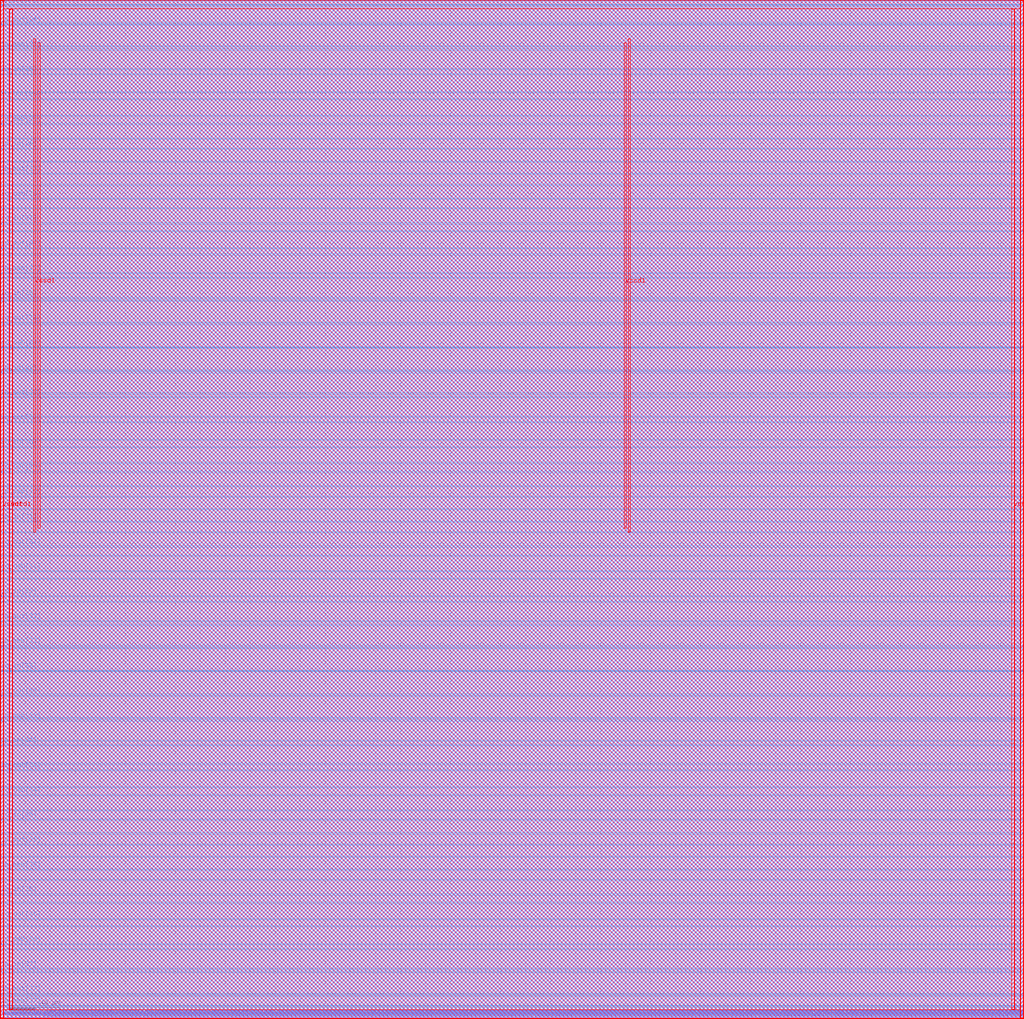
<source format=lef>
##
## LEF for PtnCells ;
## created by Innovus v20.10-p004_1 on Fri Jul  8 20:12:22 2022
##

VERSION 5.8 ;

BUSBITCHARS "[]" ;
DIVIDERCHAR "/" ;

MACRO user_proj_example
  CLASS BLOCK ;
  SIZE 818.340000 BY 814.640000 ;
  FOREIGN user_proj_example 0.000000 0.000000 ;
  ORIGIN 0 0 ;
  SYMMETRY X Y R90 ;
  PIN wb_clk_i
    DIRECTION INPUT ;
    USE SIGNAL ;
    ANTENNAPARTIALMETALAREA 0.5831 LAYER met2  ;
    ANTENNAPARTIALMETALSIDEAREA 2.7545 LAYER met2  ;
    ANTENNAPARTIALCUTAREA 0.04 LAYER via2  ;
    ANTENNAPARTIALMETALAREA 152.038 LAYER met3  ;
    ANTENNAPARTIALMETALSIDEAREA 811.808 LAYER met3  ;
    ANTENNAMODEL OXIDE1 ;
    ANTENNAGATEAREA 0.852 LAYER met3  ;
    ANTENNAMAXAREACAR 179.059 LAYER met3  ;
    ANTENNAMAXSIDEAREACAR 954.839 LAYER met3  ;
    ANTENNAMAXCUTCAR 0.107277 LAYER via3  ;
    PORT
      LAYER met2 ;
        RECT 1.605000 0.000000 1.745000 0.490000 ;
    END
  END wb_clk_i
  PIN wb_rst_i
    DIRECTION INPUT ;
    USE SIGNAL ;
    ANTENNAPARTIALMETALAREA 18.068 LAYER met2  ;
    ANTENNAPARTIALMETALSIDEAREA 90.006 LAYER met2  ;
    ANTENNAMODEL OXIDE1 ;
    ANTENNAGATEAREA 1.611 LAYER met2  ;
    ANTENNAMAXAREACAR 13.992 LAYER met2  ;
    ANTENNAMAXSIDEAREACAR 65.6911 LAYER met2  ;
    ANTENNAMAXCUTCAR 0.407937 LAYER via2  ;
    PORT
      LAYER met2 ;
        RECT 0.620000 0.000000 0.760000 0.490000 ;
    END
  END wb_rst_i
  PIN wbs_stb_i
    DIRECTION INPUT ;
    USE SIGNAL ;
    PORT
      LAYER met2 ;
        RECT 173.920000 0.000000 174.060000 0.490000 ;
    END
  END wbs_stb_i
  PIN wbs_cyc_i
    DIRECTION INPUT ;
    USE SIGNAL ;
    PORT
      LAYER met2 ;
        RECT 58.485000 0.000000 58.625000 0.490000 ;
    END
  END wbs_cyc_i
  PIN wbs_we_i
    DIRECTION INPUT ;
    USE SIGNAL ;
    PORT
      LAYER met2 ;
        RECT 175.595000 0.000000 175.735000 0.490000 ;
    END
  END wbs_we_i
  PIN wbs_sel_i[3]
    DIRECTION INPUT ;
    USE SIGNAL ;
    PORT
      LAYER met2 ;
        RECT 172.250000 0.000000 172.390000 0.490000 ;
    END
  END wbs_sel_i[3]
  PIN wbs_sel_i[2]
    DIRECTION INPUT ;
    USE SIGNAL ;
    PORT
      LAYER met2 ;
        RECT 170.575000 0.000000 170.715000 0.490000 ;
    END
  END wbs_sel_i[2]
  PIN wbs_sel_i[1]
    DIRECTION INPUT ;
    USE SIGNAL ;
    PORT
      LAYER met2 ;
        RECT 168.905000 0.000000 169.045000 0.490000 ;
    END
  END wbs_sel_i[1]
  PIN wbs_sel_i[0]
    DIRECTION INPUT ;
    USE SIGNAL ;
    PORT
      LAYER met2 ;
        RECT 167.230000 0.000000 167.370000 0.490000 ;
    END
  END wbs_sel_i[0]
  PIN wbs_dat_i[31]
    DIRECTION INPUT ;
    USE SIGNAL ;
    PORT
      LAYER met2 ;
        RECT 112.020000 0.000000 112.160000 0.490000 ;
    END
  END wbs_dat_i[31]
  PIN wbs_dat_i[30]
    DIRECTION INPUT ;
    USE SIGNAL ;
    PORT
      LAYER met2 ;
        RECT 110.350000 0.000000 110.490000 0.490000 ;
    END
  END wbs_dat_i[30]
  PIN wbs_dat_i[29]
    DIRECTION INPUT ;
    USE SIGNAL ;
    PORT
      LAYER met2 ;
        RECT 108.675000 0.000000 108.815000 0.490000 ;
    END
  END wbs_dat_i[29]
  PIN wbs_dat_i[28]
    DIRECTION INPUT ;
    USE SIGNAL ;
    PORT
      LAYER met2 ;
        RECT 107.000000 0.000000 107.140000 0.490000 ;
    END
  END wbs_dat_i[28]
  PIN wbs_dat_i[27]
    DIRECTION INPUT ;
    USE SIGNAL ;
    PORT
      LAYER met2 ;
        RECT 105.330000 0.000000 105.470000 0.490000 ;
    END
  END wbs_dat_i[27]
  PIN wbs_dat_i[26]
    DIRECTION INPUT ;
    USE SIGNAL ;
    PORT
      LAYER met2 ;
        RECT 103.655000 0.000000 103.795000 0.490000 ;
    END
  END wbs_dat_i[26]
  PIN wbs_dat_i[25]
    DIRECTION INPUT ;
    USE SIGNAL ;
    PORT
      LAYER met2 ;
        RECT 101.985000 0.000000 102.125000 0.490000 ;
    END
  END wbs_dat_i[25]
  PIN wbs_dat_i[24]
    DIRECTION INPUT ;
    USE SIGNAL ;
    PORT
      LAYER met2 ;
        RECT 100.310000 0.000000 100.450000 0.490000 ;
    END
  END wbs_dat_i[24]
  PIN wbs_dat_i[23]
    DIRECTION INPUT ;
    USE SIGNAL ;
    PORT
      LAYER met2 ;
        RECT 98.635000 0.000000 98.775000 0.490000 ;
    END
  END wbs_dat_i[23]
  PIN wbs_dat_i[22]
    DIRECTION INPUT ;
    USE SIGNAL ;
    PORT
      LAYER met2 ;
        RECT 96.965000 0.000000 97.105000 0.490000 ;
    END
  END wbs_dat_i[22]
  PIN wbs_dat_i[21]
    DIRECTION INPUT ;
    USE SIGNAL ;
    PORT
      LAYER met2 ;
        RECT 95.290000 0.000000 95.430000 0.490000 ;
    END
  END wbs_dat_i[21]
  PIN wbs_dat_i[20]
    DIRECTION INPUT ;
    USE SIGNAL ;
    PORT
      LAYER met2 ;
        RECT 93.620000 0.000000 93.760000 0.490000 ;
    END
  END wbs_dat_i[20]
  PIN wbs_dat_i[19]
    DIRECTION INPUT ;
    USE SIGNAL ;
    PORT
      LAYER met2 ;
        RECT 91.945000 0.000000 92.085000 0.490000 ;
    END
  END wbs_dat_i[19]
  PIN wbs_dat_i[18]
    DIRECTION INPUT ;
    USE SIGNAL ;
    PORT
      LAYER met2 ;
        RECT 90.270000 0.000000 90.410000 0.490000 ;
    END
  END wbs_dat_i[18]
  PIN wbs_dat_i[17]
    DIRECTION INPUT ;
    USE SIGNAL ;
    PORT
      LAYER met2 ;
        RECT 88.600000 0.000000 88.740000 0.490000 ;
    END
  END wbs_dat_i[17]
  PIN wbs_dat_i[16]
    DIRECTION INPUT ;
    USE SIGNAL ;
    PORT
      LAYER met2 ;
        RECT 86.925000 0.000000 87.065000 0.490000 ;
    END
  END wbs_dat_i[16]
  PIN wbs_dat_i[15]
    DIRECTION INPUT ;
    USE SIGNAL ;
    PORT
      LAYER met2 ;
        RECT 85.255000 0.000000 85.395000 0.490000 ;
    END
  END wbs_dat_i[15]
  PIN wbs_dat_i[14]
    DIRECTION INPUT ;
    USE SIGNAL ;
    PORT
      LAYER met2 ;
        RECT 83.580000 0.000000 83.720000 0.490000 ;
    END
  END wbs_dat_i[14]
  PIN wbs_dat_i[13]
    DIRECTION INPUT ;
    USE SIGNAL ;
    PORT
      LAYER met2 ;
        RECT 81.905000 0.000000 82.045000 0.490000 ;
    END
  END wbs_dat_i[13]
  PIN wbs_dat_i[12]
    DIRECTION INPUT ;
    USE SIGNAL ;
    PORT
      LAYER met2 ;
        RECT 80.235000 0.000000 80.375000 0.490000 ;
    END
  END wbs_dat_i[12]
  PIN wbs_dat_i[11]
    DIRECTION INPUT ;
    USE SIGNAL ;
    PORT
      LAYER met2 ;
        RECT 78.560000 0.000000 78.700000 0.490000 ;
    END
  END wbs_dat_i[11]
  PIN wbs_dat_i[10]
    DIRECTION INPUT ;
    USE SIGNAL ;
    PORT
      LAYER met2 ;
        RECT 76.890000 0.000000 77.030000 0.490000 ;
    END
  END wbs_dat_i[10]
  PIN wbs_dat_i[9]
    DIRECTION INPUT ;
    USE SIGNAL ;
    PORT
      LAYER met2 ;
        RECT 75.215000 0.000000 75.355000 0.490000 ;
    END
  END wbs_dat_i[9]
  PIN wbs_dat_i[8]
    DIRECTION INPUT ;
    USE SIGNAL ;
    PORT
      LAYER met2 ;
        RECT 73.540000 0.000000 73.680000 0.490000 ;
    END
  END wbs_dat_i[8]
  PIN wbs_dat_i[7]
    DIRECTION INPUT ;
    USE SIGNAL ;
    PORT
      LAYER met2 ;
        RECT 71.870000 0.000000 72.010000 0.490000 ;
    END
  END wbs_dat_i[7]
  PIN wbs_dat_i[6]
    DIRECTION INPUT ;
    USE SIGNAL ;
    PORT
      LAYER met2 ;
        RECT 70.195000 0.000000 70.335000 0.490000 ;
    END
  END wbs_dat_i[6]
  PIN wbs_dat_i[5]
    DIRECTION INPUT ;
    USE SIGNAL ;
    PORT
      LAYER met2 ;
        RECT 68.525000 0.000000 68.665000 0.490000 ;
    END
  END wbs_dat_i[5]
  PIN wbs_dat_i[4]
    DIRECTION INPUT ;
    USE SIGNAL ;
    PORT
      LAYER met2 ;
        RECT 66.850000 0.000000 66.990000 0.490000 ;
    END
  END wbs_dat_i[4]
  PIN wbs_dat_i[3]
    DIRECTION INPUT ;
    USE SIGNAL ;
    PORT
      LAYER met2 ;
        RECT 65.175000 0.000000 65.315000 0.490000 ;
    END
  END wbs_dat_i[3]
  PIN wbs_dat_i[2]
    DIRECTION INPUT ;
    USE SIGNAL ;
    PORT
      LAYER met2 ;
        RECT 63.505000 0.000000 63.645000 0.490000 ;
    END
  END wbs_dat_i[2]
  PIN wbs_dat_i[1]
    DIRECTION INPUT ;
    USE SIGNAL ;
    PORT
      LAYER met2 ;
        RECT 61.830000 0.000000 61.970000 0.490000 ;
    END
  END wbs_dat_i[1]
  PIN wbs_dat_i[0]
    DIRECTION INPUT ;
    USE SIGNAL ;
    PORT
      LAYER met2 ;
        RECT 60.160000 0.000000 60.300000 0.490000 ;
    END
  END wbs_dat_i[0]
  PIN wbs_adr_i[31]
    DIRECTION INPUT ;
    USE SIGNAL ;
    PORT
      LAYER met2 ;
        RECT 56.810000 0.000000 56.950000 0.490000 ;
    END
  END wbs_adr_i[31]
  PIN wbs_adr_i[30]
    DIRECTION INPUT ;
    USE SIGNAL ;
    PORT
      LAYER met2 ;
        RECT 55.140000 0.000000 55.280000 0.490000 ;
    END
  END wbs_adr_i[30]
  PIN wbs_adr_i[29]
    DIRECTION INPUT ;
    USE SIGNAL ;
    PORT
      LAYER met2 ;
        RECT 53.465000 0.000000 53.605000 0.490000 ;
    END
  END wbs_adr_i[29]
  PIN wbs_adr_i[28]
    DIRECTION INPUT ;
    USE SIGNAL ;
    PORT
      LAYER met2 ;
        RECT 51.795000 0.000000 51.935000 0.490000 ;
    END
  END wbs_adr_i[28]
  PIN wbs_adr_i[27]
    DIRECTION INPUT ;
    USE SIGNAL ;
    PORT
      LAYER met2 ;
        RECT 50.120000 0.000000 50.260000 0.490000 ;
    END
  END wbs_adr_i[27]
  PIN wbs_adr_i[26]
    DIRECTION INPUT ;
    USE SIGNAL ;
    PORT
      LAYER met2 ;
        RECT 48.445000 0.000000 48.585000 0.490000 ;
    END
  END wbs_adr_i[26]
  PIN wbs_adr_i[25]
    DIRECTION INPUT ;
    USE SIGNAL ;
    PORT
      LAYER met2 ;
        RECT 46.775000 0.000000 46.915000 0.490000 ;
    END
  END wbs_adr_i[25]
  PIN wbs_adr_i[24]
    DIRECTION INPUT ;
    USE SIGNAL ;
    PORT
      LAYER met2 ;
        RECT 45.100000 0.000000 45.240000 0.490000 ;
    END
  END wbs_adr_i[24]
  PIN wbs_adr_i[23]
    DIRECTION INPUT ;
    USE SIGNAL ;
    PORT
      LAYER met2 ;
        RECT 43.430000 0.000000 43.570000 0.490000 ;
    END
  END wbs_adr_i[23]
  PIN wbs_adr_i[22]
    DIRECTION INPUT ;
    USE SIGNAL ;
    PORT
      LAYER met2 ;
        RECT 41.755000 0.000000 41.895000 0.490000 ;
    END
  END wbs_adr_i[22]
  PIN wbs_adr_i[21]
    DIRECTION INPUT ;
    USE SIGNAL ;
    PORT
      LAYER met2 ;
        RECT 40.080000 0.000000 40.220000 0.490000 ;
    END
  END wbs_adr_i[21]
  PIN wbs_adr_i[20]
    DIRECTION INPUT ;
    USE SIGNAL ;
    PORT
      LAYER met2 ;
        RECT 38.410000 0.000000 38.550000 0.490000 ;
    END
  END wbs_adr_i[20]
  PIN wbs_adr_i[19]
    DIRECTION INPUT ;
    USE SIGNAL ;
    PORT
      LAYER met2 ;
        RECT 36.735000 0.000000 36.875000 0.490000 ;
    END
  END wbs_adr_i[19]
  PIN wbs_adr_i[18]
    DIRECTION INPUT ;
    USE SIGNAL ;
    PORT
      LAYER met2 ;
        RECT 35.065000 0.000000 35.205000 0.490000 ;
    END
  END wbs_adr_i[18]
  PIN wbs_adr_i[17]
    DIRECTION INPUT ;
    USE SIGNAL ;
    PORT
      LAYER met2 ;
        RECT 33.390000 0.000000 33.530000 0.490000 ;
    END
  END wbs_adr_i[17]
  PIN wbs_adr_i[16]
    DIRECTION INPUT ;
    USE SIGNAL ;
    PORT
      LAYER met2 ;
        RECT 31.715000 0.000000 31.855000 0.490000 ;
    END
  END wbs_adr_i[16]
  PIN wbs_adr_i[15]
    DIRECTION INPUT ;
    USE SIGNAL ;
    PORT
      LAYER met2 ;
        RECT 30.045000 0.000000 30.185000 0.490000 ;
    END
  END wbs_adr_i[15]
  PIN wbs_adr_i[14]
    DIRECTION INPUT ;
    USE SIGNAL ;
    PORT
      LAYER met2 ;
        RECT 28.370000 0.000000 28.510000 0.490000 ;
    END
  END wbs_adr_i[14]
  PIN wbs_adr_i[13]
    DIRECTION INPUT ;
    USE SIGNAL ;
    PORT
      LAYER met2 ;
        RECT 26.700000 0.000000 26.840000 0.490000 ;
    END
  END wbs_adr_i[13]
  PIN wbs_adr_i[12]
    DIRECTION INPUT ;
    USE SIGNAL ;
    PORT
      LAYER met2 ;
        RECT 25.025000 0.000000 25.165000 0.490000 ;
    END
  END wbs_adr_i[12]
  PIN wbs_adr_i[11]
    DIRECTION INPUT ;
    USE SIGNAL ;
    PORT
      LAYER met2 ;
        RECT 23.350000 0.000000 23.490000 0.490000 ;
    END
  END wbs_adr_i[11]
  PIN wbs_adr_i[10]
    DIRECTION INPUT ;
    USE SIGNAL ;
    PORT
      LAYER met2 ;
        RECT 21.680000 0.000000 21.820000 0.490000 ;
    END
  END wbs_adr_i[10]
  PIN wbs_adr_i[9]
    DIRECTION INPUT ;
    USE SIGNAL ;
    PORT
      LAYER met2 ;
        RECT 20.005000 0.000000 20.145000 0.490000 ;
    END
  END wbs_adr_i[9]
  PIN wbs_adr_i[8]
    DIRECTION INPUT ;
    USE SIGNAL ;
    PORT
      LAYER met2 ;
        RECT 18.335000 0.000000 18.475000 0.490000 ;
    END
  END wbs_adr_i[8]
  PIN wbs_adr_i[7]
    DIRECTION INPUT ;
    USE SIGNAL ;
    PORT
      LAYER met2 ;
        RECT 16.660000 0.000000 16.800000 0.490000 ;
    END
  END wbs_adr_i[7]
  PIN wbs_adr_i[6]
    DIRECTION INPUT ;
    USE SIGNAL ;
    PORT
      LAYER met2 ;
        RECT 14.985000 0.000000 15.125000 0.490000 ;
    END
  END wbs_adr_i[6]
  PIN wbs_adr_i[5]
    DIRECTION INPUT ;
    USE SIGNAL ;
    PORT
      LAYER met2 ;
        RECT 13.315000 0.000000 13.455000 0.490000 ;
    END
  END wbs_adr_i[5]
  PIN wbs_adr_i[4]
    DIRECTION INPUT ;
    USE SIGNAL ;
    PORT
      LAYER met2 ;
        RECT 11.640000 0.000000 11.780000 0.490000 ;
    END
  END wbs_adr_i[4]
  PIN wbs_adr_i[3]
    DIRECTION INPUT ;
    USE SIGNAL ;
    PORT
      LAYER met2 ;
        RECT 9.970000 0.000000 10.110000 0.490000 ;
    END
  END wbs_adr_i[3]
  PIN wbs_adr_i[2]
    DIRECTION INPUT ;
    USE SIGNAL ;
    PORT
      LAYER met2 ;
        RECT 8.295000 0.000000 8.435000 0.490000 ;
    END
  END wbs_adr_i[2]
  PIN wbs_adr_i[1]
    DIRECTION INPUT ;
    USE SIGNAL ;
    PORT
      LAYER met2 ;
        RECT 6.620000 0.000000 6.760000 0.490000 ;
    END
  END wbs_adr_i[1]
  PIN wbs_adr_i[0]
    DIRECTION INPUT ;
    USE SIGNAL ;
    PORT
      LAYER met2 ;
        RECT 4.950000 0.000000 5.090000 0.490000 ;
    END
  END wbs_adr_i[0]
  PIN wbs_ack_o
    DIRECTION OUTPUT ;
    USE SIGNAL ;
    ANTENNADIFFAREA 0.3834 LAYER met2  ;
    ANTENNAPARTIALMETALAREA 14.4101 LAYER met2  ;
    ANTENNAPARTIALMETALSIDEAREA 70.3045 LAYER met2  ;
    ANTENNAMODEL OXIDE1 ;
    ANTENNAGATEAREA 0.1965 LAYER met2  ;
    ANTENNAMAXAREACAR 73.3338 LAYER met2  ;
    ANTENNAMAXSIDEAREACAR 357.784 LAYER met2  ;
    ANTENNAPARTIALCUTAREA 0.32 LAYER via2  ;
    ANTENNAMAXCUTCAR 1.6285 LAYER via2  ;
    ANTENNADIFFAREA 0.3834 LAYER met3  ;
    ANTENNAPARTIALMETALAREA 4.2072 LAYER met3  ;
    ANTENNAPARTIALMETALSIDEAREA 26.24 LAYER met3  ;
    ANTENNAGATEAREA 0.1965 LAYER met3  ;
    ANTENNAMAXAREACAR 94.7445 LAYER met3  ;
    ANTENNAMAXSIDEAREACAR 491.321 LAYER met3  ;
    ANTENNAMAXCUTCAR 1.6285 LAYER via3  ;
    PORT
      LAYER met2 ;
        RECT 3.275000 0.000000 3.415000 0.490000 ;
    END
  END wbs_ack_o
  PIN wbs_dat_o[31]
    DIRECTION OUTPUT ;
    USE SIGNAL ;
    ANTENNADIFFAREA 0.3834 LAYER met2  ;
    ANTENNAPARTIALMETALAREA 14.4101 LAYER met2  ;
    ANTENNAPARTIALMETALSIDEAREA 70.3045 LAYER met2  ;
    ANTENNAMODEL OXIDE1 ;
    ANTENNAGATEAREA 0.1965 LAYER met2  ;
    ANTENNAMAXAREACAR 73.3338 LAYER met2  ;
    ANTENNAMAXSIDEAREACAR 357.784 LAYER met2  ;
    ANTENNAPARTIALCUTAREA 0.32 LAYER via2  ;
    ANTENNAMAXCUTCAR 1.6285 LAYER via2  ;
    ANTENNADIFFAREA 0.3834 LAYER met3  ;
    ANTENNAPARTIALMETALAREA 4.2072 LAYER met3  ;
    ANTENNAPARTIALMETALSIDEAREA 26.24 LAYER met3  ;
    ANTENNAGATEAREA 0.1965 LAYER met3  ;
    ANTENNAMAXAREACAR 94.7445 LAYER met3  ;
    ANTENNAMAXSIDEAREACAR 491.321 LAYER met3  ;
    ANTENNAMAXCUTCAR 1.6285 LAYER via3  ;
    PORT
      LAYER met2 ;
        RECT 165.555000 0.000000 165.695000 0.490000 ;
    END
  END wbs_dat_o[31]
  PIN wbs_dat_o[30]
    DIRECTION OUTPUT ;
    USE SIGNAL ;
    ANTENNADIFFAREA 0.3834 LAYER met2  ;
    ANTENNAPARTIALMETALAREA 14.4101 LAYER met2  ;
    ANTENNAPARTIALMETALSIDEAREA 70.3045 LAYER met2  ;
    ANTENNAMODEL OXIDE1 ;
    ANTENNAGATEAREA 0.1965 LAYER met2  ;
    ANTENNAMAXAREACAR 73.3338 LAYER met2  ;
    ANTENNAMAXSIDEAREACAR 357.784 LAYER met2  ;
    ANTENNAPARTIALCUTAREA 0.32 LAYER via2  ;
    ANTENNAMAXCUTCAR 1.6285 LAYER via2  ;
    ANTENNADIFFAREA 0.3834 LAYER met3  ;
    ANTENNAPARTIALMETALAREA 4.2072 LAYER met3  ;
    ANTENNAPARTIALMETALSIDEAREA 26.24 LAYER met3  ;
    ANTENNAGATEAREA 0.1965 LAYER met3  ;
    ANTENNAMAXAREACAR 94.7445 LAYER met3  ;
    ANTENNAMAXSIDEAREACAR 491.321 LAYER met3  ;
    ANTENNAMAXCUTCAR 1.6285 LAYER via3  ;
    PORT
      LAYER met2 ;
        RECT 163.885000 0.000000 164.025000 0.490000 ;
    END
  END wbs_dat_o[30]
  PIN wbs_dat_o[29]
    DIRECTION OUTPUT ;
    USE SIGNAL ;
    ANTENNADIFFAREA 0.3834 LAYER met2  ;
    ANTENNAPARTIALMETALAREA 14.4199 LAYER met2  ;
    ANTENNAPARTIALMETALSIDEAREA 70.406 LAYER met2  ;
    ANTENNAMODEL OXIDE1 ;
    ANTENNAGATEAREA 0.1965 LAYER met2  ;
    ANTENNAMAXAREACAR 73.3837 LAYER met2  ;
    ANTENNAMAXSIDEAREACAR 358.3 LAYER met2  ;
    ANTENNAPARTIALCUTAREA 0.32 LAYER via2  ;
    ANTENNAMAXCUTCAR 1.6285 LAYER via2  ;
    ANTENNADIFFAREA 0.3834 LAYER met3  ;
    ANTENNAPARTIALMETALAREA 4.2072 LAYER met3  ;
    ANTENNAPARTIALMETALSIDEAREA 26.24 LAYER met3  ;
    ANTENNAGATEAREA 0.1965 LAYER met3  ;
    ANTENNAMAXAREACAR 94.7944 LAYER met3  ;
    ANTENNAMAXSIDEAREACAR 491.837 LAYER met3  ;
    ANTENNAMAXCUTCAR 1.6285 LAYER via3  ;
    PORT
      LAYER met2 ;
        RECT 162.210000 0.000000 162.350000 0.490000 ;
    END
  END wbs_dat_o[29]
  PIN wbs_dat_o[28]
    DIRECTION OUTPUT ;
    USE SIGNAL ;
    ANTENNADIFFAREA 0.3834 LAYER met2  ;
    ANTENNAPARTIALMETALAREA 14.4101 LAYER met2  ;
    ANTENNAPARTIALMETALSIDEAREA 70.3045 LAYER met2  ;
    ANTENNAMODEL OXIDE1 ;
    ANTENNAGATEAREA 0.1965 LAYER met2  ;
    ANTENNAMAXAREACAR 73.3338 LAYER met2  ;
    ANTENNAMAXSIDEAREACAR 357.784 LAYER met2  ;
    ANTENNAPARTIALCUTAREA 0.32 LAYER via2  ;
    ANTENNAMAXCUTCAR 1.6285 LAYER via2  ;
    ANTENNADIFFAREA 0.3834 LAYER met3  ;
    ANTENNAPARTIALMETALAREA 4.2072 LAYER met3  ;
    ANTENNAPARTIALMETALSIDEAREA 26.24 LAYER met3  ;
    ANTENNAGATEAREA 0.1965 LAYER met3  ;
    ANTENNAMAXAREACAR 94.7445 LAYER met3  ;
    ANTENNAMAXSIDEAREACAR 491.321 LAYER met3  ;
    ANTENNAMAXCUTCAR 1.6285 LAYER via3  ;
    PORT
      LAYER met2 ;
        RECT 160.540000 0.000000 160.680000 0.490000 ;
    END
  END wbs_dat_o[28]
  PIN wbs_dat_o[27]
    DIRECTION OUTPUT ;
    USE SIGNAL ;
    ANTENNADIFFAREA 0.3834 LAYER met2  ;
    ANTENNAPARTIALMETALAREA 14.4101 LAYER met2  ;
    ANTENNAPARTIALMETALSIDEAREA 70.3045 LAYER met2  ;
    ANTENNAMODEL OXIDE1 ;
    ANTENNAGATEAREA 0.1965 LAYER met2  ;
    ANTENNAMAXAREACAR 73.3338 LAYER met2  ;
    ANTENNAMAXSIDEAREACAR 357.784 LAYER met2  ;
    ANTENNAPARTIALCUTAREA 0.32 LAYER via2  ;
    ANTENNAMAXCUTCAR 1.6285 LAYER via2  ;
    ANTENNADIFFAREA 0.3834 LAYER met3  ;
    ANTENNAPARTIALMETALAREA 4.2072 LAYER met3  ;
    ANTENNAPARTIALMETALSIDEAREA 26.24 LAYER met3  ;
    ANTENNAGATEAREA 0.1965 LAYER met3  ;
    ANTENNAMAXAREACAR 94.7445 LAYER met3  ;
    ANTENNAMAXSIDEAREACAR 491.321 LAYER met3  ;
    ANTENNAMAXCUTCAR 1.6285 LAYER via3  ;
    PORT
      LAYER met2 ;
        RECT 158.865000 0.000000 159.005000 0.490000 ;
    END
  END wbs_dat_o[27]
  PIN wbs_dat_o[26]
    DIRECTION OUTPUT ;
    USE SIGNAL ;
    ANTENNADIFFAREA 0.3834 LAYER met2  ;
    ANTENNAPARTIALMETALAREA 14.4101 LAYER met2  ;
    ANTENNAPARTIALMETALSIDEAREA 70.3045 LAYER met2  ;
    ANTENNAMODEL OXIDE1 ;
    ANTENNAGATEAREA 0.1965 LAYER met2  ;
    ANTENNAMAXAREACAR 73.3338 LAYER met2  ;
    ANTENNAMAXSIDEAREACAR 357.784 LAYER met2  ;
    ANTENNAPARTIALCUTAREA 0.32 LAYER via2  ;
    ANTENNAMAXCUTCAR 1.6285 LAYER via2  ;
    ANTENNADIFFAREA 0.3834 LAYER met3  ;
    ANTENNAPARTIALMETALAREA 4.2072 LAYER met3  ;
    ANTENNAPARTIALMETALSIDEAREA 26.24 LAYER met3  ;
    ANTENNAGATEAREA 0.1965 LAYER met3  ;
    ANTENNAMAXAREACAR 94.7445 LAYER met3  ;
    ANTENNAMAXSIDEAREACAR 491.321 LAYER met3  ;
    ANTENNAMAXCUTCAR 1.6285 LAYER via3  ;
    PORT
      LAYER met2 ;
        RECT 157.190000 0.000000 157.330000 0.490000 ;
    END
  END wbs_dat_o[26]
  PIN wbs_dat_o[25]
    DIRECTION OUTPUT ;
    USE SIGNAL ;
    ANTENNADIFFAREA 0.3834 LAYER met2  ;
    ANTENNAPARTIALMETALAREA 14.4101 LAYER met2  ;
    ANTENNAPARTIALMETALSIDEAREA 70.3045 LAYER met2  ;
    ANTENNAMODEL OXIDE1 ;
    ANTENNAGATEAREA 0.1965 LAYER met2  ;
    ANTENNAMAXAREACAR 73.3338 LAYER met2  ;
    ANTENNAMAXSIDEAREACAR 357.784 LAYER met2  ;
    ANTENNAPARTIALCUTAREA 0.32 LAYER via2  ;
    ANTENNAMAXCUTCAR 1.6285 LAYER via2  ;
    ANTENNADIFFAREA 0.3834 LAYER met3  ;
    ANTENNAPARTIALMETALAREA 4.2072 LAYER met3  ;
    ANTENNAPARTIALMETALSIDEAREA 26.24 LAYER met3  ;
    ANTENNAGATEAREA 0.1965 LAYER met3  ;
    ANTENNAMAXAREACAR 94.7445 LAYER met3  ;
    ANTENNAMAXSIDEAREACAR 491.321 LAYER met3  ;
    ANTENNAMAXCUTCAR 1.6285 LAYER via3  ;
    PORT
      LAYER met2 ;
        RECT 155.520000 0.000000 155.660000 0.490000 ;
    END
  END wbs_dat_o[25]
  PIN wbs_dat_o[24]
    DIRECTION OUTPUT ;
    USE SIGNAL ;
    ANTENNADIFFAREA 0.3834 LAYER met2  ;
    ANTENNAPARTIALMETALAREA 14.4101 LAYER met2  ;
    ANTENNAPARTIALMETALSIDEAREA 70.3045 LAYER met2  ;
    ANTENNAMODEL OXIDE1 ;
    ANTENNAGATEAREA 0.1965 LAYER met2  ;
    ANTENNAMAXAREACAR 73.3338 LAYER met2  ;
    ANTENNAMAXSIDEAREACAR 357.784 LAYER met2  ;
    ANTENNAPARTIALCUTAREA 0.32 LAYER via2  ;
    ANTENNAMAXCUTCAR 1.6285 LAYER via2  ;
    ANTENNADIFFAREA 0.3834 LAYER met3  ;
    ANTENNAPARTIALMETALAREA 4.2072 LAYER met3  ;
    ANTENNAPARTIALMETALSIDEAREA 26.24 LAYER met3  ;
    ANTENNAGATEAREA 0.1965 LAYER met3  ;
    ANTENNAMAXAREACAR 94.7445 LAYER met3  ;
    ANTENNAMAXSIDEAREACAR 491.321 LAYER met3  ;
    ANTENNAMAXCUTCAR 1.6285 LAYER via3  ;
    PORT
      LAYER met2 ;
        RECT 153.845000 0.000000 153.985000 0.490000 ;
    END
  END wbs_dat_o[24]
  PIN wbs_dat_o[23]
    DIRECTION OUTPUT ;
    USE SIGNAL ;
    ANTENNADIFFAREA 0.3834 LAYER met2  ;
    ANTENNAPARTIALMETALAREA 14.4101 LAYER met2  ;
    ANTENNAPARTIALMETALSIDEAREA 70.3045 LAYER met2  ;
    ANTENNAMODEL OXIDE1 ;
    ANTENNAGATEAREA 0.1965 LAYER met2  ;
    ANTENNAMAXAREACAR 73.3338 LAYER met2  ;
    ANTENNAMAXSIDEAREACAR 357.784 LAYER met2  ;
    ANTENNAPARTIALCUTAREA 0.32 LAYER via2  ;
    ANTENNAMAXCUTCAR 1.6285 LAYER via2  ;
    ANTENNADIFFAREA 0.3834 LAYER met3  ;
    ANTENNAPARTIALMETALAREA 4.2072 LAYER met3  ;
    ANTENNAPARTIALMETALSIDEAREA 26.24 LAYER met3  ;
    ANTENNAGATEAREA 0.1965 LAYER met3  ;
    ANTENNAMAXAREACAR 94.7445 LAYER met3  ;
    ANTENNAMAXSIDEAREACAR 491.321 LAYER met3  ;
    ANTENNAMAXCUTCAR 1.6285 LAYER via3  ;
    PORT
      LAYER met2 ;
        RECT 152.175000 0.000000 152.315000 0.490000 ;
    END
  END wbs_dat_o[23]
  PIN wbs_dat_o[22]
    DIRECTION OUTPUT ;
    USE SIGNAL ;
    ANTENNADIFFAREA 0.3834 LAYER met2  ;
    ANTENNAPARTIALMETALAREA 14.4101 LAYER met2  ;
    ANTENNAPARTIALMETALSIDEAREA 70.3045 LAYER met2  ;
    ANTENNAMODEL OXIDE1 ;
    ANTENNAGATEAREA 0.1965 LAYER met2  ;
    ANTENNAMAXAREACAR 73.3338 LAYER met2  ;
    ANTENNAMAXSIDEAREACAR 357.784 LAYER met2  ;
    ANTENNAPARTIALCUTAREA 0.32 LAYER via2  ;
    ANTENNAMAXCUTCAR 1.6285 LAYER via2  ;
    ANTENNADIFFAREA 0.3834 LAYER met3  ;
    ANTENNAPARTIALMETALAREA 4.2072 LAYER met3  ;
    ANTENNAPARTIALMETALSIDEAREA 26.24 LAYER met3  ;
    ANTENNAGATEAREA 0.1965 LAYER met3  ;
    ANTENNAMAXAREACAR 94.7445 LAYER met3  ;
    ANTENNAMAXSIDEAREACAR 491.321 LAYER met3  ;
    ANTENNAMAXCUTCAR 1.6285 LAYER via3  ;
    PORT
      LAYER met2 ;
        RECT 150.500000 0.000000 150.640000 0.490000 ;
    END
  END wbs_dat_o[22]
  PIN wbs_dat_o[21]
    DIRECTION OUTPUT ;
    USE SIGNAL ;
    ANTENNADIFFAREA 0.3834 LAYER met2  ;
    ANTENNAPARTIALMETALAREA 14.4101 LAYER met2  ;
    ANTENNAPARTIALMETALSIDEAREA 70.3045 LAYER met2  ;
    ANTENNAMODEL OXIDE1 ;
    ANTENNAGATEAREA 0.1965 LAYER met2  ;
    ANTENNAMAXAREACAR 73.3338 LAYER met2  ;
    ANTENNAMAXSIDEAREACAR 357.784 LAYER met2  ;
    ANTENNAPARTIALCUTAREA 0.32 LAYER via2  ;
    ANTENNAMAXCUTCAR 1.6285 LAYER via2  ;
    ANTENNADIFFAREA 0.3834 LAYER met3  ;
    ANTENNAPARTIALMETALAREA 4.2072 LAYER met3  ;
    ANTENNAPARTIALMETALSIDEAREA 26.24 LAYER met3  ;
    ANTENNAGATEAREA 0.1965 LAYER met3  ;
    ANTENNAMAXAREACAR 94.7445 LAYER met3  ;
    ANTENNAMAXSIDEAREACAR 491.321 LAYER met3  ;
    ANTENNAMAXCUTCAR 1.6285 LAYER via3  ;
    PORT
      LAYER met2 ;
        RECT 148.825000 0.000000 148.965000 0.490000 ;
    END
  END wbs_dat_o[21]
  PIN wbs_dat_o[20]
    DIRECTION OUTPUT ;
    USE SIGNAL ;
    ANTENNADIFFAREA 0.3834 LAYER met2  ;
    ANTENNAPARTIALMETALAREA 14.4101 LAYER met2  ;
    ANTENNAPARTIALMETALSIDEAREA 70.3045 LAYER met2  ;
    ANTENNAMODEL OXIDE1 ;
    ANTENNAGATEAREA 0.1965 LAYER met2  ;
    ANTENNAMAXAREACAR 73.3338 LAYER met2  ;
    ANTENNAMAXSIDEAREACAR 357.784 LAYER met2  ;
    ANTENNAPARTIALCUTAREA 0.32 LAYER via2  ;
    ANTENNAMAXCUTCAR 1.6285 LAYER via2  ;
    ANTENNADIFFAREA 0.3834 LAYER met3  ;
    ANTENNAPARTIALMETALAREA 4.2072 LAYER met3  ;
    ANTENNAPARTIALMETALSIDEAREA 26.24 LAYER met3  ;
    ANTENNAGATEAREA 0.1965 LAYER met3  ;
    ANTENNAMAXAREACAR 94.7445 LAYER met3  ;
    ANTENNAMAXSIDEAREACAR 491.321 LAYER met3  ;
    ANTENNAMAXCUTCAR 1.6285 LAYER via3  ;
    PORT
      LAYER met2 ;
        RECT 147.155000 0.000000 147.295000 0.490000 ;
    END
  END wbs_dat_o[20]
  PIN wbs_dat_o[19]
    DIRECTION OUTPUT ;
    USE SIGNAL ;
    ANTENNADIFFAREA 0.3834 LAYER met2  ;
    ANTENNAPARTIALMETALAREA 14.4101 LAYER met2  ;
    ANTENNAPARTIALMETALSIDEAREA 70.3045 LAYER met2  ;
    ANTENNAMODEL OXIDE1 ;
    ANTENNAGATEAREA 0.1965 LAYER met2  ;
    ANTENNAMAXAREACAR 73.3338 LAYER met2  ;
    ANTENNAMAXSIDEAREACAR 357.784 LAYER met2  ;
    ANTENNAPARTIALCUTAREA 0.32 LAYER via2  ;
    ANTENNAMAXCUTCAR 1.6285 LAYER via2  ;
    ANTENNADIFFAREA 0.3834 LAYER met3  ;
    ANTENNAPARTIALMETALAREA 4.2072 LAYER met3  ;
    ANTENNAPARTIALMETALSIDEAREA 26.24 LAYER met3  ;
    ANTENNAGATEAREA 0.1965 LAYER met3  ;
    ANTENNAMAXAREACAR 94.7445 LAYER met3  ;
    ANTENNAMAXSIDEAREACAR 491.321 LAYER met3  ;
    ANTENNAMAXCUTCAR 1.6285 LAYER via3  ;
    PORT
      LAYER met2 ;
        RECT 145.480000 0.000000 145.620000 0.490000 ;
    END
  END wbs_dat_o[19]
  PIN wbs_dat_o[18]
    DIRECTION OUTPUT ;
    USE SIGNAL ;
    ANTENNADIFFAREA 0.3834 LAYER met2  ;
    ANTENNAPARTIALMETALAREA 14.4199 LAYER met2  ;
    ANTENNAPARTIALMETALSIDEAREA 70.406 LAYER met2  ;
    ANTENNAMODEL OXIDE1 ;
    ANTENNAGATEAREA 0.1965 LAYER met2  ;
    ANTENNAMAXAREACAR 73.3837 LAYER met2  ;
    ANTENNAMAXSIDEAREACAR 358.3 LAYER met2  ;
    ANTENNAPARTIALCUTAREA 0.32 LAYER via2  ;
    ANTENNAMAXCUTCAR 1.6285 LAYER via2  ;
    ANTENNADIFFAREA 0.3834 LAYER met3  ;
    ANTENNAPARTIALMETALAREA 4.2072 LAYER met3  ;
    ANTENNAPARTIALMETALSIDEAREA 26.24 LAYER met3  ;
    ANTENNAGATEAREA 0.1965 LAYER met3  ;
    ANTENNAMAXAREACAR 94.7944 LAYER met3  ;
    ANTENNAMAXSIDEAREACAR 491.837 LAYER met3  ;
    ANTENNAMAXCUTCAR 1.6285 LAYER via3  ;
    PORT
      LAYER met2 ;
        RECT 143.810000 0.000000 143.950000 0.490000 ;
    END
  END wbs_dat_o[18]
  PIN wbs_dat_o[17]
    DIRECTION OUTPUT ;
    USE SIGNAL ;
    ANTENNADIFFAREA 0.3834 LAYER met2  ;
    ANTENNAPARTIALMETALAREA 14.4101 LAYER met2  ;
    ANTENNAPARTIALMETALSIDEAREA 70.3045 LAYER met2  ;
    ANTENNAMODEL OXIDE1 ;
    ANTENNAGATEAREA 0.1965 LAYER met2  ;
    ANTENNAMAXAREACAR 73.3338 LAYER met2  ;
    ANTENNAMAXSIDEAREACAR 357.784 LAYER met2  ;
    ANTENNAPARTIALCUTAREA 0.32 LAYER via2  ;
    ANTENNAMAXCUTCAR 1.6285 LAYER via2  ;
    ANTENNADIFFAREA 0.3834 LAYER met3  ;
    ANTENNAPARTIALMETALAREA 4.2072 LAYER met3  ;
    ANTENNAPARTIALMETALSIDEAREA 26.24 LAYER met3  ;
    ANTENNAGATEAREA 0.1965 LAYER met3  ;
    ANTENNAMAXAREACAR 94.7445 LAYER met3  ;
    ANTENNAMAXSIDEAREACAR 491.321 LAYER met3  ;
    ANTENNAMAXCUTCAR 1.6285 LAYER via3  ;
    PORT
      LAYER met2 ;
        RECT 142.135000 0.000000 142.275000 0.490000 ;
    END
  END wbs_dat_o[17]
  PIN wbs_dat_o[16]
    DIRECTION OUTPUT ;
    USE SIGNAL ;
    ANTENNADIFFAREA 0.3834 LAYER met2  ;
    ANTENNAPARTIALMETALAREA 14.4199 LAYER met2  ;
    ANTENNAPARTIALMETALSIDEAREA 70.406 LAYER met2  ;
    ANTENNAMODEL OXIDE1 ;
    ANTENNAGATEAREA 0.1965 LAYER met2  ;
    ANTENNAMAXAREACAR 73.3837 LAYER met2  ;
    ANTENNAMAXSIDEAREACAR 358.3 LAYER met2  ;
    ANTENNAPARTIALCUTAREA 0.32 LAYER via2  ;
    ANTENNAMAXCUTCAR 1.6285 LAYER via2  ;
    ANTENNADIFFAREA 0.3834 LAYER met3  ;
    ANTENNAPARTIALMETALAREA 4.2072 LAYER met3  ;
    ANTENNAPARTIALMETALSIDEAREA 26.24 LAYER met3  ;
    ANTENNAGATEAREA 0.1965 LAYER met3  ;
    ANTENNAMAXAREACAR 94.7944 LAYER met3  ;
    ANTENNAMAXSIDEAREACAR 491.837 LAYER met3  ;
    ANTENNAMAXCUTCAR 1.6285 LAYER via3  ;
    PORT
      LAYER met2 ;
        RECT 140.460000 0.000000 140.600000 0.490000 ;
    END
  END wbs_dat_o[16]
  PIN wbs_dat_o[15]
    DIRECTION OUTPUT ;
    USE SIGNAL ;
    ANTENNADIFFAREA 0.3834 LAYER met2  ;
    ANTENNAPARTIALMETALAREA 14.4101 LAYER met2  ;
    ANTENNAPARTIALMETALSIDEAREA 70.3045 LAYER met2  ;
    ANTENNAMODEL OXIDE1 ;
    ANTENNAGATEAREA 0.1965 LAYER met2  ;
    ANTENNAMAXAREACAR 73.3338 LAYER met2  ;
    ANTENNAMAXSIDEAREACAR 357.784 LAYER met2  ;
    ANTENNAPARTIALCUTAREA 0.32 LAYER via2  ;
    ANTENNAMAXCUTCAR 1.6285 LAYER via2  ;
    ANTENNADIFFAREA 0.3834 LAYER met3  ;
    ANTENNAPARTIALMETALAREA 4.2072 LAYER met3  ;
    ANTENNAPARTIALMETALSIDEAREA 26.24 LAYER met3  ;
    ANTENNAGATEAREA 0.1965 LAYER met3  ;
    ANTENNAMAXAREACAR 94.7445 LAYER met3  ;
    ANTENNAMAXSIDEAREACAR 491.321 LAYER met3  ;
    ANTENNAMAXCUTCAR 1.6285 LAYER via3  ;
    PORT
      LAYER met2 ;
        RECT 138.790000 0.000000 138.930000 0.490000 ;
    END
  END wbs_dat_o[15]
  PIN wbs_dat_o[14]
    DIRECTION OUTPUT ;
    USE SIGNAL ;
    ANTENNADIFFAREA 0.3834 LAYER met2  ;
    ANTENNAPARTIALMETALAREA 14.4101 LAYER met2  ;
    ANTENNAPARTIALMETALSIDEAREA 70.3045 LAYER met2  ;
    ANTENNAMODEL OXIDE1 ;
    ANTENNAGATEAREA 0.1965 LAYER met2  ;
    ANTENNAMAXAREACAR 73.3338 LAYER met2  ;
    ANTENNAMAXSIDEAREACAR 357.784 LAYER met2  ;
    ANTENNAPARTIALCUTAREA 0.32 LAYER via2  ;
    ANTENNAMAXCUTCAR 1.6285 LAYER via2  ;
    ANTENNADIFFAREA 0.3834 LAYER met3  ;
    ANTENNAPARTIALMETALAREA 4.2072 LAYER met3  ;
    ANTENNAPARTIALMETALSIDEAREA 26.24 LAYER met3  ;
    ANTENNAGATEAREA 0.1965 LAYER met3  ;
    ANTENNAMAXAREACAR 94.7445 LAYER met3  ;
    ANTENNAMAXSIDEAREACAR 491.321 LAYER met3  ;
    ANTENNAMAXCUTCAR 1.6285 LAYER via3  ;
    PORT
      LAYER met2 ;
        RECT 137.115000 0.000000 137.255000 0.490000 ;
    END
  END wbs_dat_o[14]
  PIN wbs_dat_o[13]
    DIRECTION OUTPUT ;
    USE SIGNAL ;
    ANTENNADIFFAREA 0.3834 LAYER met2  ;
    ANTENNAPARTIALMETALAREA 14.4101 LAYER met2  ;
    ANTENNAPARTIALMETALSIDEAREA 70.3045 LAYER met2  ;
    ANTENNAMODEL OXIDE1 ;
    ANTENNAGATEAREA 0.1965 LAYER met2  ;
    ANTENNAMAXAREACAR 73.3338 LAYER met2  ;
    ANTENNAMAXSIDEAREACAR 357.784 LAYER met2  ;
    ANTENNAPARTIALCUTAREA 0.32 LAYER via2  ;
    ANTENNAMAXCUTCAR 1.6285 LAYER via2  ;
    ANTENNADIFFAREA 0.3834 LAYER met3  ;
    ANTENNAPARTIALMETALAREA 4.2072 LAYER met3  ;
    ANTENNAPARTIALMETALSIDEAREA 26.24 LAYER met3  ;
    ANTENNAGATEAREA 0.1965 LAYER met3  ;
    ANTENNAMAXAREACAR 94.7445 LAYER met3  ;
    ANTENNAMAXSIDEAREACAR 491.321 LAYER met3  ;
    ANTENNAMAXCUTCAR 1.6285 LAYER via3  ;
    PORT
      LAYER met2 ;
        RECT 135.445000 0.000000 135.585000 0.490000 ;
    END
  END wbs_dat_o[13]
  PIN wbs_dat_o[12]
    DIRECTION OUTPUT ;
    USE SIGNAL ;
    ANTENNADIFFAREA 0.3834 LAYER met2  ;
    ANTENNAPARTIALMETALAREA 14.4101 LAYER met2  ;
    ANTENNAPARTIALMETALSIDEAREA 70.3045 LAYER met2  ;
    ANTENNAMODEL OXIDE1 ;
    ANTENNAGATEAREA 0.1965 LAYER met2  ;
    ANTENNAMAXAREACAR 73.3338 LAYER met2  ;
    ANTENNAMAXSIDEAREACAR 357.784 LAYER met2  ;
    ANTENNAPARTIALCUTAREA 0.32 LAYER via2  ;
    ANTENNAMAXCUTCAR 1.6285 LAYER via2  ;
    ANTENNADIFFAREA 0.3834 LAYER met3  ;
    ANTENNAPARTIALMETALAREA 4.2072 LAYER met3  ;
    ANTENNAPARTIALMETALSIDEAREA 26.24 LAYER met3  ;
    ANTENNAGATEAREA 0.1965 LAYER met3  ;
    ANTENNAMAXAREACAR 94.7445 LAYER met3  ;
    ANTENNAMAXSIDEAREACAR 491.321 LAYER met3  ;
    ANTENNAMAXCUTCAR 1.6285 LAYER via3  ;
    PORT
      LAYER met2 ;
        RECT 133.770000 0.000000 133.910000 0.490000 ;
    END
  END wbs_dat_o[12]
  PIN wbs_dat_o[11]
    DIRECTION OUTPUT ;
    USE SIGNAL ;
    ANTENNADIFFAREA 0.3834 LAYER met2  ;
    ANTENNAPARTIALMETALAREA 14.4101 LAYER met2  ;
    ANTENNAPARTIALMETALSIDEAREA 70.3045 LAYER met2  ;
    ANTENNAMODEL OXIDE1 ;
    ANTENNAGATEAREA 0.1965 LAYER met2  ;
    ANTENNAMAXAREACAR 73.3338 LAYER met2  ;
    ANTENNAMAXSIDEAREACAR 357.784 LAYER met2  ;
    ANTENNAPARTIALCUTAREA 0.32 LAYER via2  ;
    ANTENNAMAXCUTCAR 1.6285 LAYER via2  ;
    ANTENNADIFFAREA 0.3834 LAYER met3  ;
    ANTENNAPARTIALMETALAREA 4.2072 LAYER met3  ;
    ANTENNAPARTIALMETALSIDEAREA 26.24 LAYER met3  ;
    ANTENNAGATEAREA 0.1965 LAYER met3  ;
    ANTENNAMAXAREACAR 94.7445 LAYER met3  ;
    ANTENNAMAXSIDEAREACAR 491.321 LAYER met3  ;
    ANTENNAMAXCUTCAR 1.6285 LAYER via3  ;
    PORT
      LAYER met2 ;
        RECT 132.095000 0.000000 132.235000 0.490000 ;
    END
  END wbs_dat_o[11]
  PIN wbs_dat_o[10]
    DIRECTION OUTPUT ;
    USE SIGNAL ;
    ANTENNADIFFAREA 0.3834 LAYER met2  ;
    ANTENNAPARTIALMETALAREA 14.4101 LAYER met2  ;
    ANTENNAPARTIALMETALSIDEAREA 70.3045 LAYER met2  ;
    ANTENNAMODEL OXIDE1 ;
    ANTENNAGATEAREA 0.1965 LAYER met2  ;
    ANTENNAMAXAREACAR 73.3338 LAYER met2  ;
    ANTENNAMAXSIDEAREACAR 357.784 LAYER met2  ;
    ANTENNAPARTIALCUTAREA 0.32 LAYER via2  ;
    ANTENNAMAXCUTCAR 1.6285 LAYER via2  ;
    ANTENNADIFFAREA 0.3834 LAYER met3  ;
    ANTENNAPARTIALMETALAREA 4.2072 LAYER met3  ;
    ANTENNAPARTIALMETALSIDEAREA 26.24 LAYER met3  ;
    ANTENNAGATEAREA 0.1965 LAYER met3  ;
    ANTENNAMAXAREACAR 94.7445 LAYER met3  ;
    ANTENNAMAXSIDEAREACAR 491.321 LAYER met3  ;
    ANTENNAMAXCUTCAR 1.6285 LAYER via3  ;
    PORT
      LAYER met2 ;
        RECT 130.425000 0.000000 130.565000 0.490000 ;
    END
  END wbs_dat_o[10]
  PIN wbs_dat_o[9]
    DIRECTION OUTPUT ;
    USE SIGNAL ;
    ANTENNADIFFAREA 0.3834 LAYER met2  ;
    ANTENNAPARTIALMETALAREA 14.4101 LAYER met2  ;
    ANTENNAPARTIALMETALSIDEAREA 70.3045 LAYER met2  ;
    ANTENNAMODEL OXIDE1 ;
    ANTENNAGATEAREA 0.1965 LAYER met2  ;
    ANTENNAMAXAREACAR 73.3338 LAYER met2  ;
    ANTENNAMAXSIDEAREACAR 357.784 LAYER met2  ;
    ANTENNAPARTIALCUTAREA 0.32 LAYER via2  ;
    ANTENNAMAXCUTCAR 1.6285 LAYER via2  ;
    ANTENNADIFFAREA 0.3834 LAYER met3  ;
    ANTENNAPARTIALMETALAREA 4.2072 LAYER met3  ;
    ANTENNAPARTIALMETALSIDEAREA 26.24 LAYER met3  ;
    ANTENNAGATEAREA 0.1965 LAYER met3  ;
    ANTENNAMAXAREACAR 94.7445 LAYER met3  ;
    ANTENNAMAXSIDEAREACAR 491.321 LAYER met3  ;
    ANTENNAMAXCUTCAR 1.6285 LAYER via3  ;
    PORT
      LAYER met2 ;
        RECT 128.750000 0.000000 128.890000 0.490000 ;
    END
  END wbs_dat_o[9]
  PIN wbs_dat_o[8]
    DIRECTION OUTPUT ;
    USE SIGNAL ;
    ANTENNADIFFAREA 0.3834 LAYER met2  ;
    ANTENNAPARTIALMETALAREA 14.4101 LAYER met2  ;
    ANTENNAPARTIALMETALSIDEAREA 70.3045 LAYER met2  ;
    ANTENNAMODEL OXIDE1 ;
    ANTENNAGATEAREA 0.1965 LAYER met2  ;
    ANTENNAMAXAREACAR 73.3338 LAYER met2  ;
    ANTENNAMAXSIDEAREACAR 357.784 LAYER met2  ;
    ANTENNAPARTIALCUTAREA 0.32 LAYER via2  ;
    ANTENNAMAXCUTCAR 1.6285 LAYER via2  ;
    ANTENNADIFFAREA 0.3834 LAYER met3  ;
    ANTENNAPARTIALMETALAREA 4.2072 LAYER met3  ;
    ANTENNAPARTIALMETALSIDEAREA 26.24 LAYER met3  ;
    ANTENNAGATEAREA 0.1965 LAYER met3  ;
    ANTENNAMAXAREACAR 94.7445 LAYER met3  ;
    ANTENNAMAXSIDEAREACAR 491.321 LAYER met3  ;
    ANTENNAMAXCUTCAR 1.6285 LAYER via3  ;
    PORT
      LAYER met2 ;
        RECT 127.080000 0.000000 127.220000 0.490000 ;
    END
  END wbs_dat_o[8]
  PIN wbs_dat_o[7]
    DIRECTION OUTPUT ;
    USE SIGNAL ;
    ANTENNADIFFAREA 0.3834 LAYER met2  ;
    ANTENNAPARTIALMETALAREA 14.4101 LAYER met2  ;
    ANTENNAPARTIALMETALSIDEAREA 70.3045 LAYER met2  ;
    ANTENNAMODEL OXIDE1 ;
    ANTENNAGATEAREA 0.1965 LAYER met2  ;
    ANTENNAMAXAREACAR 73.3338 LAYER met2  ;
    ANTENNAMAXSIDEAREACAR 357.784 LAYER met2  ;
    ANTENNAPARTIALCUTAREA 0.32 LAYER via2  ;
    ANTENNAMAXCUTCAR 1.6285 LAYER via2  ;
    ANTENNADIFFAREA 0.3834 LAYER met3  ;
    ANTENNAPARTIALMETALAREA 4.2072 LAYER met3  ;
    ANTENNAPARTIALMETALSIDEAREA 26.24 LAYER met3  ;
    ANTENNAGATEAREA 0.1965 LAYER met3  ;
    ANTENNAMAXAREACAR 94.7445 LAYER met3  ;
    ANTENNAMAXSIDEAREACAR 491.321 LAYER met3  ;
    ANTENNAMAXCUTCAR 1.6285 LAYER via3  ;
    PORT
      LAYER met2 ;
        RECT 125.405000 0.000000 125.545000 0.490000 ;
    END
  END wbs_dat_o[7]
  PIN wbs_dat_o[6]
    DIRECTION OUTPUT ;
    USE SIGNAL ;
    ANTENNADIFFAREA 0.3834 LAYER met2  ;
    ANTENNAPARTIALMETALAREA 14.4101 LAYER met2  ;
    ANTENNAPARTIALMETALSIDEAREA 70.3045 LAYER met2  ;
    ANTENNAMODEL OXIDE1 ;
    ANTENNAGATEAREA 0.1965 LAYER met2  ;
    ANTENNAMAXAREACAR 73.3338 LAYER met2  ;
    ANTENNAMAXSIDEAREACAR 357.784 LAYER met2  ;
    ANTENNAPARTIALCUTAREA 0.32 LAYER via2  ;
    ANTENNAMAXCUTCAR 1.6285 LAYER via2  ;
    ANTENNADIFFAREA 0.3834 LAYER met3  ;
    ANTENNAPARTIALMETALAREA 4.2072 LAYER met3  ;
    ANTENNAPARTIALMETALSIDEAREA 26.24 LAYER met3  ;
    ANTENNAGATEAREA 0.1965 LAYER met3  ;
    ANTENNAMAXAREACAR 94.7445 LAYER met3  ;
    ANTENNAMAXSIDEAREACAR 491.321 LAYER met3  ;
    ANTENNAMAXCUTCAR 1.6285 LAYER via3  ;
    PORT
      LAYER met2 ;
        RECT 123.730000 0.000000 123.870000 0.490000 ;
    END
  END wbs_dat_o[6]
  PIN wbs_dat_o[5]
    DIRECTION OUTPUT ;
    USE SIGNAL ;
    ANTENNADIFFAREA 0.3834 LAYER met2  ;
    ANTENNAPARTIALMETALAREA 14.4199 LAYER met2  ;
    ANTENNAPARTIALMETALSIDEAREA 70.406 LAYER met2  ;
    ANTENNAMODEL OXIDE1 ;
    ANTENNAGATEAREA 0.1965 LAYER met2  ;
    ANTENNAMAXAREACAR 73.3837 LAYER met2  ;
    ANTENNAMAXSIDEAREACAR 358.3 LAYER met2  ;
    ANTENNAPARTIALCUTAREA 0.32 LAYER via2  ;
    ANTENNAMAXCUTCAR 1.6285 LAYER via2  ;
    ANTENNADIFFAREA 0.3834 LAYER met3  ;
    ANTENNAPARTIALMETALAREA 4.2072 LAYER met3  ;
    ANTENNAPARTIALMETALSIDEAREA 26.24 LAYER met3  ;
    ANTENNAGATEAREA 0.1965 LAYER met3  ;
    ANTENNAMAXAREACAR 94.7944 LAYER met3  ;
    ANTENNAMAXSIDEAREACAR 491.837 LAYER met3  ;
    ANTENNAMAXCUTCAR 1.6285 LAYER via3  ;
    PORT
      LAYER met2 ;
        RECT 122.060000 0.000000 122.200000 0.490000 ;
    END
  END wbs_dat_o[5]
  PIN wbs_dat_o[4]
    DIRECTION OUTPUT ;
    USE SIGNAL ;
    ANTENNADIFFAREA 0.3834 LAYER met2  ;
    ANTENNAPARTIALMETALAREA 14.4199 LAYER met2  ;
    ANTENNAPARTIALMETALSIDEAREA 70.3535 LAYER met2  ;
    ANTENNAMODEL OXIDE1 ;
    ANTENNAGATEAREA 0.1965 LAYER met2  ;
    ANTENNAMAXAREACAR 73.3837 LAYER met2  ;
    ANTENNAMAXSIDEAREACAR 358.033 LAYER met2  ;
    ANTENNAPARTIALCUTAREA 0.32 LAYER via2  ;
    ANTENNAMAXCUTCAR 1.6285 LAYER via2  ;
    ANTENNADIFFAREA 0.3834 LAYER met3  ;
    ANTENNAPARTIALMETALAREA 4.2072 LAYER met3  ;
    ANTENNAPARTIALMETALSIDEAREA 26.24 LAYER met3  ;
    ANTENNAGATEAREA 0.1965 LAYER met3  ;
    ANTENNAMAXAREACAR 94.7944 LAYER met3  ;
    ANTENNAMAXSIDEAREACAR 491.57 LAYER met3  ;
    ANTENNAMAXCUTCAR 1.6285 LAYER via3  ;
    PORT
      LAYER met2 ;
        RECT 120.385000 0.000000 120.525000 0.490000 ;
    END
  END wbs_dat_o[4]
  PIN wbs_dat_o[3]
    DIRECTION OUTPUT ;
    USE SIGNAL ;
    ANTENNADIFFAREA 0.3834 LAYER met2  ;
    ANTENNAPARTIALMETALAREA 14.4199 LAYER met2  ;
    ANTENNAPARTIALMETALSIDEAREA 70.3535 LAYER met2  ;
    ANTENNAMODEL OXIDE1 ;
    ANTENNAGATEAREA 0.1965 LAYER met2  ;
    ANTENNAMAXAREACAR 73.3837 LAYER met2  ;
    ANTENNAMAXSIDEAREACAR 358.033 LAYER met2  ;
    ANTENNAPARTIALCUTAREA 0.32 LAYER via2  ;
    ANTENNAMAXCUTCAR 1.6285 LAYER via2  ;
    ANTENNADIFFAREA 0.3834 LAYER met3  ;
    ANTENNAPARTIALMETALAREA 4.2072 LAYER met3  ;
    ANTENNAPARTIALMETALSIDEAREA 26.24 LAYER met3  ;
    ANTENNAGATEAREA 0.1965 LAYER met3  ;
    ANTENNAMAXAREACAR 94.7944 LAYER met3  ;
    ANTENNAMAXSIDEAREACAR 491.57 LAYER met3  ;
    ANTENNAMAXCUTCAR 1.6285 LAYER via3  ;
    PORT
      LAYER met2 ;
        RECT 118.715000 0.000000 118.855000 0.490000 ;
    END
  END wbs_dat_o[3]
  PIN wbs_dat_o[2]
    DIRECTION OUTPUT ;
    USE SIGNAL ;
    ANTENNADIFFAREA 0.3834 LAYER met2  ;
    ANTENNAPARTIALMETALAREA 14.4199 LAYER met2  ;
    ANTENNAPARTIALMETALSIDEAREA 70.3535 LAYER met2  ;
    ANTENNAMODEL OXIDE1 ;
    ANTENNAGATEAREA 0.1965 LAYER met2  ;
    ANTENNAMAXAREACAR 73.3837 LAYER met2  ;
    ANTENNAMAXSIDEAREACAR 358.033 LAYER met2  ;
    ANTENNAPARTIALCUTAREA 0.32 LAYER via2  ;
    ANTENNAMAXCUTCAR 1.6285 LAYER via2  ;
    ANTENNADIFFAREA 0.3834 LAYER met3  ;
    ANTENNAPARTIALMETALAREA 4.2072 LAYER met3  ;
    ANTENNAPARTIALMETALSIDEAREA 26.24 LAYER met3  ;
    ANTENNAGATEAREA 0.1965 LAYER met3  ;
    ANTENNAMAXAREACAR 94.7944 LAYER met3  ;
    ANTENNAMAXSIDEAREACAR 491.57 LAYER met3  ;
    ANTENNAMAXCUTCAR 1.6285 LAYER via3  ;
    PORT
      LAYER met2 ;
        RECT 117.040000 0.000000 117.180000 0.490000 ;
    END
  END wbs_dat_o[2]
  PIN wbs_dat_o[1]
    DIRECTION OUTPUT ;
    USE SIGNAL ;
    ANTENNADIFFAREA 0.3834 LAYER met2  ;
    ANTENNAPARTIALMETALAREA 14.4199 LAYER met2  ;
    ANTENNAPARTIALMETALSIDEAREA 70.3535 LAYER met2  ;
    ANTENNAMODEL OXIDE1 ;
    ANTENNAGATEAREA 0.1965 LAYER met2  ;
    ANTENNAMAXAREACAR 73.3837 LAYER met2  ;
    ANTENNAMAXSIDEAREACAR 358.033 LAYER met2  ;
    ANTENNAPARTIALCUTAREA 0.32 LAYER via2  ;
    ANTENNAMAXCUTCAR 1.6285 LAYER via2  ;
    ANTENNADIFFAREA 0.3834 LAYER met3  ;
    ANTENNAPARTIALMETALAREA 4.2072 LAYER met3  ;
    ANTENNAPARTIALMETALSIDEAREA 26.24 LAYER met3  ;
    ANTENNAGATEAREA 0.1965 LAYER met3  ;
    ANTENNAMAXAREACAR 94.7944 LAYER met3  ;
    ANTENNAMAXSIDEAREACAR 491.57 LAYER met3  ;
    ANTENNAMAXCUTCAR 1.6285 LAYER via3  ;
    PORT
      LAYER met2 ;
        RECT 115.365000 0.000000 115.505000 0.490000 ;
    END
  END wbs_dat_o[1]
  PIN wbs_dat_o[0]
    DIRECTION OUTPUT ;
    USE SIGNAL ;
    ANTENNADIFFAREA 0.3834 LAYER met2  ;
    ANTENNAPARTIALMETALAREA 14.4199 LAYER met2  ;
    ANTENNAPARTIALMETALSIDEAREA 70.406 LAYER met2  ;
    ANTENNAMODEL OXIDE1 ;
    ANTENNAGATEAREA 0.1965 LAYER met2  ;
    ANTENNAMAXAREACAR 75.2061 LAYER met2  ;
    ANTENNAMAXSIDEAREACAR 364.623 LAYER met2  ;
    ANTENNAPARTIALCUTAREA 0.32 LAYER via2  ;
    ANTENNAMAXCUTCAR 1.89008 LAYER via2  ;
    ANTENNADIFFAREA 0.3834 LAYER met3  ;
    ANTENNAPARTIALMETALAREA 4.2072 LAYER met3  ;
    ANTENNAPARTIALMETALSIDEAREA 26.24 LAYER met3  ;
    ANTENNAGATEAREA 0.1965 LAYER met3  ;
    ANTENNAMAXAREACAR 96.6168 LAYER met3  ;
    ANTENNAMAXSIDEAREACAR 498.16 LAYER met3  ;
    ANTENNAMAXCUTCAR 1.89008 LAYER via3  ;
    PORT
      LAYER met2 ;
        RECT 113.695000 0.000000 113.835000 0.490000 ;
    END
  END wbs_dat_o[0]
  PIN la_data_in[127]
    DIRECTION INPUT ;
    USE SIGNAL ;
    PORT
      LAYER met2 ;
        RECT 389.740000 0.000000 389.880000 0.490000 ;
    END
  END la_data_in[127]
  PIN la_data_in[126]
    DIRECTION INPUT ;
    USE SIGNAL ;
    PORT
      LAYER met2 ;
        RECT 388.065000 0.000000 388.205000 0.490000 ;
    END
  END la_data_in[126]
  PIN la_data_in[125]
    DIRECTION INPUT ;
    USE SIGNAL ;
    PORT
      LAYER met2 ;
        RECT 386.395000 0.000000 386.535000 0.490000 ;
    END
  END la_data_in[125]
  PIN la_data_in[124]
    DIRECTION INPUT ;
    USE SIGNAL ;
    PORT
      LAYER met2 ;
        RECT 384.720000 0.000000 384.860000 0.490000 ;
    END
  END la_data_in[124]
  PIN la_data_in[123]
    DIRECTION INPUT ;
    USE SIGNAL ;
    PORT
      LAYER met2 ;
        RECT 383.045000 0.000000 383.185000 0.490000 ;
    END
  END la_data_in[123]
  PIN la_data_in[122]
    DIRECTION INPUT ;
    USE SIGNAL ;
    PORT
      LAYER met2 ;
        RECT 381.375000 0.000000 381.515000 0.490000 ;
    END
  END la_data_in[122]
  PIN la_data_in[121]
    DIRECTION INPUT ;
    USE SIGNAL ;
    PORT
      LAYER met2 ;
        RECT 379.700000 0.000000 379.840000 0.490000 ;
    END
  END la_data_in[121]
  PIN la_data_in[120]
    DIRECTION INPUT ;
    USE SIGNAL ;
    PORT
      LAYER met2 ;
        RECT 378.030000 0.000000 378.170000 0.490000 ;
    END
  END la_data_in[120]
  PIN la_data_in[119]
    DIRECTION INPUT ;
    USE SIGNAL ;
    PORT
      LAYER met2 ;
        RECT 376.355000 0.000000 376.495000 0.490000 ;
    END
  END la_data_in[119]
  PIN la_data_in[118]
    DIRECTION INPUT ;
    USE SIGNAL ;
    PORT
      LAYER met2 ;
        RECT 374.680000 0.000000 374.820000 0.490000 ;
    END
  END la_data_in[118]
  PIN la_data_in[117]
    DIRECTION INPUT ;
    USE SIGNAL ;
    PORT
      LAYER met2 ;
        RECT 373.010000 0.000000 373.150000 0.490000 ;
    END
  END la_data_in[117]
  PIN la_data_in[116]
    DIRECTION INPUT ;
    USE SIGNAL ;
    PORT
      LAYER met2 ;
        RECT 371.335000 0.000000 371.475000 0.490000 ;
    END
  END la_data_in[116]
  PIN la_data_in[115]
    DIRECTION INPUT ;
    USE SIGNAL ;
    PORT
      LAYER met2 ;
        RECT 369.665000 0.000000 369.805000 0.490000 ;
    END
  END la_data_in[115]
  PIN la_data_in[114]
    DIRECTION INPUT ;
    USE SIGNAL ;
    PORT
      LAYER met2 ;
        RECT 367.990000 0.000000 368.130000 0.490000 ;
    END
  END la_data_in[114]
  PIN la_data_in[113]
    DIRECTION INPUT ;
    USE SIGNAL ;
    PORT
      LAYER met2 ;
        RECT 366.315000 0.000000 366.455000 0.490000 ;
    END
  END la_data_in[113]
  PIN la_data_in[112]
    DIRECTION INPUT ;
    USE SIGNAL ;
    PORT
      LAYER met2 ;
        RECT 364.645000 0.000000 364.785000 0.490000 ;
    END
  END la_data_in[112]
  PIN la_data_in[111]
    DIRECTION INPUT ;
    USE SIGNAL ;
    PORT
      LAYER met2 ;
        RECT 362.970000 0.000000 363.110000 0.490000 ;
    END
  END la_data_in[111]
  PIN la_data_in[110]
    DIRECTION INPUT ;
    USE SIGNAL ;
    PORT
      LAYER met2 ;
        RECT 361.300000 0.000000 361.440000 0.490000 ;
    END
  END la_data_in[110]
  PIN la_data_in[109]
    DIRECTION INPUT ;
    USE SIGNAL ;
    PORT
      LAYER met2 ;
        RECT 359.625000 0.000000 359.765000 0.490000 ;
    END
  END la_data_in[109]
  PIN la_data_in[108]
    DIRECTION INPUT ;
    USE SIGNAL ;
    PORT
      LAYER met2 ;
        RECT 357.950000 0.000000 358.090000 0.490000 ;
    END
  END la_data_in[108]
  PIN la_data_in[107]
    DIRECTION INPUT ;
    USE SIGNAL ;
    PORT
      LAYER met2 ;
        RECT 356.280000 0.000000 356.420000 0.490000 ;
    END
  END la_data_in[107]
  PIN la_data_in[106]
    DIRECTION INPUT ;
    USE SIGNAL ;
    PORT
      LAYER met2 ;
        RECT 354.605000 0.000000 354.745000 0.490000 ;
    END
  END la_data_in[106]
  PIN la_data_in[105]
    DIRECTION INPUT ;
    USE SIGNAL ;
    PORT
      LAYER met2 ;
        RECT 352.935000 0.000000 353.075000 0.490000 ;
    END
  END la_data_in[105]
  PIN la_data_in[104]
    DIRECTION INPUT ;
    USE SIGNAL ;
    PORT
      LAYER met2 ;
        RECT 351.260000 0.000000 351.400000 0.490000 ;
    END
  END la_data_in[104]
  PIN la_data_in[103]
    DIRECTION INPUT ;
    USE SIGNAL ;
    PORT
      LAYER met2 ;
        RECT 349.585000 0.000000 349.725000 0.490000 ;
    END
  END la_data_in[103]
  PIN la_data_in[102]
    DIRECTION INPUT ;
    USE SIGNAL ;
    PORT
      LAYER met2 ;
        RECT 347.915000 0.000000 348.055000 0.490000 ;
    END
  END la_data_in[102]
  PIN la_data_in[101]
    DIRECTION INPUT ;
    USE SIGNAL ;
    PORT
      LAYER met2 ;
        RECT 346.240000 0.000000 346.380000 0.490000 ;
    END
  END la_data_in[101]
  PIN la_data_in[100]
    DIRECTION INPUT ;
    USE SIGNAL ;
    PORT
      LAYER met2 ;
        RECT 344.570000 0.000000 344.710000 0.490000 ;
    END
  END la_data_in[100]
  PIN la_data_in[99]
    DIRECTION INPUT ;
    USE SIGNAL ;
    PORT
      LAYER met2 ;
        RECT 342.895000 0.000000 343.035000 0.490000 ;
    END
  END la_data_in[99]
  PIN la_data_in[98]
    DIRECTION INPUT ;
    USE SIGNAL ;
    PORT
      LAYER met2 ;
        RECT 341.220000 0.000000 341.360000 0.490000 ;
    END
  END la_data_in[98]
  PIN la_data_in[97]
    DIRECTION INPUT ;
    USE SIGNAL ;
    PORT
      LAYER met2 ;
        RECT 339.550000 0.000000 339.690000 0.490000 ;
    END
  END la_data_in[97]
  PIN la_data_in[96]
    DIRECTION INPUT ;
    USE SIGNAL ;
    PORT
      LAYER met2 ;
        RECT 337.875000 0.000000 338.015000 0.490000 ;
    END
  END la_data_in[96]
  PIN la_data_in[95]
    DIRECTION INPUT ;
    USE SIGNAL ;
    PORT
      LAYER met2 ;
        RECT 336.205000 0.000000 336.345000 0.490000 ;
    END
  END la_data_in[95]
  PIN la_data_in[94]
    DIRECTION INPUT ;
    USE SIGNAL ;
    PORT
      LAYER met2 ;
        RECT 334.530000 0.000000 334.670000 0.490000 ;
    END
  END la_data_in[94]
  PIN la_data_in[93]
    DIRECTION INPUT ;
    USE SIGNAL ;
    PORT
      LAYER met2 ;
        RECT 332.855000 0.000000 332.995000 0.490000 ;
    END
  END la_data_in[93]
  PIN la_data_in[92]
    DIRECTION INPUT ;
    USE SIGNAL ;
    PORT
      LAYER met2 ;
        RECT 331.185000 0.000000 331.325000 0.490000 ;
    END
  END la_data_in[92]
  PIN la_data_in[91]
    DIRECTION INPUT ;
    USE SIGNAL ;
    PORT
      LAYER met2 ;
        RECT 329.510000 0.000000 329.650000 0.490000 ;
    END
  END la_data_in[91]
  PIN la_data_in[90]
    DIRECTION INPUT ;
    USE SIGNAL ;
    PORT
      LAYER met2 ;
        RECT 327.840000 0.000000 327.980000 0.490000 ;
    END
  END la_data_in[90]
  PIN la_data_in[89]
    DIRECTION INPUT ;
    USE SIGNAL ;
    PORT
      LAYER met2 ;
        RECT 326.165000 0.000000 326.305000 0.490000 ;
    END
  END la_data_in[89]
  PIN la_data_in[88]
    DIRECTION INPUT ;
    USE SIGNAL ;
    PORT
      LAYER met2 ;
        RECT 324.490000 0.000000 324.630000 0.490000 ;
    END
  END la_data_in[88]
  PIN la_data_in[87]
    DIRECTION INPUT ;
    USE SIGNAL ;
    PORT
      LAYER met2 ;
        RECT 322.820000 0.000000 322.960000 0.490000 ;
    END
  END la_data_in[87]
  PIN la_data_in[86]
    DIRECTION INPUT ;
    USE SIGNAL ;
    PORT
      LAYER met2 ;
        RECT 321.145000 0.000000 321.285000 0.490000 ;
    END
  END la_data_in[86]
  PIN la_data_in[85]
    DIRECTION INPUT ;
    USE SIGNAL ;
    PORT
      LAYER met2 ;
        RECT 319.475000 0.000000 319.615000 0.490000 ;
    END
  END la_data_in[85]
  PIN la_data_in[84]
    DIRECTION INPUT ;
    USE SIGNAL ;
    PORT
      LAYER met2 ;
        RECT 317.800000 0.000000 317.940000 0.490000 ;
    END
  END la_data_in[84]
  PIN la_data_in[83]
    DIRECTION INPUT ;
    USE SIGNAL ;
    PORT
      LAYER met2 ;
        RECT 316.125000 0.000000 316.265000 0.490000 ;
    END
  END la_data_in[83]
  PIN la_data_in[82]
    DIRECTION INPUT ;
    USE SIGNAL ;
    PORT
      LAYER met2 ;
        RECT 314.455000 0.000000 314.595000 0.490000 ;
    END
  END la_data_in[82]
  PIN la_data_in[81]
    DIRECTION INPUT ;
    USE SIGNAL ;
    PORT
      LAYER met2 ;
        RECT 312.780000 0.000000 312.920000 0.490000 ;
    END
  END la_data_in[81]
  PIN la_data_in[80]
    DIRECTION INPUT ;
    USE SIGNAL ;
    PORT
      LAYER met2 ;
        RECT 311.110000 0.000000 311.250000 0.490000 ;
    END
  END la_data_in[80]
  PIN la_data_in[79]
    DIRECTION INPUT ;
    USE SIGNAL ;
    PORT
      LAYER met2 ;
        RECT 309.435000 0.000000 309.575000 0.490000 ;
    END
  END la_data_in[79]
  PIN la_data_in[78]
    DIRECTION INPUT ;
    USE SIGNAL ;
    PORT
      LAYER met2 ;
        RECT 307.760000 0.000000 307.900000 0.490000 ;
    END
  END la_data_in[78]
  PIN la_data_in[77]
    DIRECTION INPUT ;
    USE SIGNAL ;
    PORT
      LAYER met2 ;
        RECT 306.090000 0.000000 306.230000 0.490000 ;
    END
  END la_data_in[77]
  PIN la_data_in[76]
    DIRECTION INPUT ;
    USE SIGNAL ;
    PORT
      LAYER met2 ;
        RECT 304.415000 0.000000 304.555000 0.490000 ;
    END
  END la_data_in[76]
  PIN la_data_in[75]
    DIRECTION INPUT ;
    USE SIGNAL ;
    PORT
      LAYER met2 ;
        RECT 302.745000 0.000000 302.885000 0.490000 ;
    END
  END la_data_in[75]
  PIN la_data_in[74]
    DIRECTION INPUT ;
    USE SIGNAL ;
    PORT
      LAYER met2 ;
        RECT 301.070000 0.000000 301.210000 0.490000 ;
    END
  END la_data_in[74]
  PIN la_data_in[73]
    DIRECTION INPUT ;
    USE SIGNAL ;
    PORT
      LAYER met2 ;
        RECT 299.395000 0.000000 299.535000 0.490000 ;
    END
  END la_data_in[73]
  PIN la_data_in[72]
    DIRECTION INPUT ;
    USE SIGNAL ;
    PORT
      LAYER met2 ;
        RECT 297.725000 0.000000 297.865000 0.490000 ;
    END
  END la_data_in[72]
  PIN la_data_in[71]
    DIRECTION INPUT ;
    USE SIGNAL ;
    PORT
      LAYER met2 ;
        RECT 296.050000 0.000000 296.190000 0.490000 ;
    END
  END la_data_in[71]
  PIN la_data_in[70]
    DIRECTION INPUT ;
    USE SIGNAL ;
    PORT
      LAYER met2 ;
        RECT 294.380000 0.000000 294.520000 0.490000 ;
    END
  END la_data_in[70]
  PIN la_data_in[69]
    DIRECTION INPUT ;
    USE SIGNAL ;
    PORT
      LAYER met2 ;
        RECT 292.705000 0.000000 292.845000 0.490000 ;
    END
  END la_data_in[69]
  PIN la_data_in[68]
    DIRECTION INPUT ;
    USE SIGNAL ;
    PORT
      LAYER met2 ;
        RECT 291.030000 0.000000 291.170000 0.490000 ;
    END
  END la_data_in[68]
  PIN la_data_in[67]
    DIRECTION INPUT ;
    USE SIGNAL ;
    PORT
      LAYER met2 ;
        RECT 289.360000 0.000000 289.500000 0.490000 ;
    END
  END la_data_in[67]
  PIN la_data_in[66]
    DIRECTION INPUT ;
    USE SIGNAL ;
    PORT
      LAYER met2 ;
        RECT 287.685000 0.000000 287.825000 0.490000 ;
    END
  END la_data_in[66]
  PIN la_data_in[65]
    DIRECTION INPUT ;
    USE SIGNAL ;
    ANTENNAPARTIALMETALAREA 16.9456 LAYER met2  ;
    ANTENNAPARTIALMETALSIDEAREA 84.567 LAYER met2  ;
    ANTENNAPARTIALCUTAREA 0.04 LAYER via2  ;
    ANTENNAPARTIALMETALAREA 64.5333 LAYER met3  ;
    ANTENNAPARTIALMETALSIDEAREA 345.584 LAYER met3  ;
    ANTENNAMODEL OXIDE1 ;
    ANTENNAGATEAREA 19.305 LAYER met3  ;
    ANTENNAMAXAREACAR 5.86818 LAYER met3  ;
    ANTENNAMAXSIDEAREACAR 28.6094 LAYER met3  ;
    ANTENNAMAXCUTCAR 0.0960331 LAYER via3  ;
    PORT
      LAYER met2 ;
        RECT 286.015000 0.000000 286.155000 0.490000 ;
    END
  END la_data_in[65]
  PIN la_data_in[64]
    DIRECTION INPUT ;
    USE SIGNAL ;
    ANTENNAPARTIALMETALAREA 9.7951 LAYER met2  ;
    ANTENNAPARTIALMETALSIDEAREA 48.8145 LAYER met2  ;
    ANTENNAPARTIALCUTAREA 0.04 LAYER via2  ;
    ANTENNAPARTIALMETALAREA 0.255 LAYER met3  ;
    ANTENNAPARTIALMETALSIDEAREA 1.808 LAYER met3  ;
    ANTENNAPARTIALCUTAREA 0.04 LAYER via3  ;
    ANTENNAPARTIALMETALAREA 219.881 LAYER met4  ;
    ANTENNAPARTIALMETALSIDEAREA 1180.21 LAYER met4  ;
    ANTENNAMODEL OXIDE1 ;
    ANTENNAGATEAREA 10.62 LAYER met4  ;
    ANTENNAMAXAREACAR 108.334 LAYER met4  ;
    ANTENNAMAXSIDEAREACAR 543.766 LAYER met4  ;
    ANTENNAMAXCUTCAR 1.85635 LAYER via4  ;
    PORT
      LAYER met2 ;
        RECT 284.340000 0.000000 284.480000 0.490000 ;
    END
  END la_data_in[64]
  PIN la_data_in[63]
    DIRECTION INPUT ;
    USE SIGNAL ;
    PORT
      LAYER met2 ;
        RECT 282.665000 0.000000 282.805000 0.490000 ;
    END
  END la_data_in[63]
  PIN la_data_in[62]
    DIRECTION INPUT ;
    USE SIGNAL ;
    PORT
      LAYER met2 ;
        RECT 280.995000 0.000000 281.135000 0.490000 ;
    END
  END la_data_in[62]
  PIN la_data_in[61]
    DIRECTION INPUT ;
    USE SIGNAL ;
    PORT
      LAYER met2 ;
        RECT 279.320000 0.000000 279.460000 0.490000 ;
    END
  END la_data_in[61]
  PIN la_data_in[60]
    DIRECTION INPUT ;
    USE SIGNAL ;
    PORT
      LAYER met2 ;
        RECT 277.650000 0.000000 277.790000 0.490000 ;
    END
  END la_data_in[60]
  PIN la_data_in[59]
    DIRECTION INPUT ;
    USE SIGNAL ;
    PORT
      LAYER met2 ;
        RECT 275.975000 0.000000 276.115000 0.490000 ;
    END
  END la_data_in[59]
  PIN la_data_in[58]
    DIRECTION INPUT ;
    USE SIGNAL ;
    PORT
      LAYER met2 ;
        RECT 274.300000 0.000000 274.440000 0.490000 ;
    END
  END la_data_in[58]
  PIN la_data_in[57]
    DIRECTION INPUT ;
    USE SIGNAL ;
    PORT
      LAYER met2 ;
        RECT 272.630000 0.000000 272.770000 0.490000 ;
    END
  END la_data_in[57]
  PIN la_data_in[56]
    DIRECTION INPUT ;
    USE SIGNAL ;
    PORT
      LAYER met2 ;
        RECT 270.955000 0.000000 271.095000 0.490000 ;
    END
  END la_data_in[56]
  PIN la_data_in[55]
    DIRECTION INPUT ;
    USE SIGNAL ;
    PORT
      LAYER met2 ;
        RECT 269.285000 0.000000 269.425000 0.490000 ;
    END
  END la_data_in[55]
  PIN la_data_in[54]
    DIRECTION INPUT ;
    USE SIGNAL ;
    PORT
      LAYER met2 ;
        RECT 267.610000 0.000000 267.750000 0.490000 ;
    END
  END la_data_in[54]
  PIN la_data_in[53]
    DIRECTION INPUT ;
    USE SIGNAL ;
    PORT
      LAYER met2 ;
        RECT 265.935000 0.000000 266.075000 0.490000 ;
    END
  END la_data_in[53]
  PIN la_data_in[52]
    DIRECTION INPUT ;
    USE SIGNAL ;
    PORT
      LAYER met2 ;
        RECT 264.265000 0.000000 264.405000 0.490000 ;
    END
  END la_data_in[52]
  PIN la_data_in[51]
    DIRECTION INPUT ;
    USE SIGNAL ;
    PORT
      LAYER met2 ;
        RECT 262.590000 0.000000 262.730000 0.490000 ;
    END
  END la_data_in[51]
  PIN la_data_in[50]
    DIRECTION INPUT ;
    USE SIGNAL ;
    PORT
      LAYER met2 ;
        RECT 260.920000 0.000000 261.060000 0.490000 ;
    END
  END la_data_in[50]
  PIN la_data_in[49]
    DIRECTION INPUT ;
    USE SIGNAL ;
    PORT
      LAYER met2 ;
        RECT 259.245000 0.000000 259.385000 0.490000 ;
    END
  END la_data_in[49]
  PIN la_data_in[48]
    DIRECTION INPUT ;
    USE SIGNAL ;
    PORT
      LAYER met2 ;
        RECT 257.570000 0.000000 257.710000 0.490000 ;
    END
  END la_data_in[48]
  PIN la_data_in[47]
    DIRECTION INPUT ;
    USE SIGNAL ;
    PORT
      LAYER met2 ;
        RECT 255.900000 0.000000 256.040000 0.490000 ;
    END
  END la_data_in[47]
  PIN la_data_in[46]
    DIRECTION INPUT ;
    USE SIGNAL ;
    PORT
      LAYER met2 ;
        RECT 254.225000 0.000000 254.365000 0.490000 ;
    END
  END la_data_in[46]
  PIN la_data_in[45]
    DIRECTION INPUT ;
    USE SIGNAL ;
    PORT
      LAYER met2 ;
        RECT 252.555000 0.000000 252.695000 0.490000 ;
    END
  END la_data_in[45]
  PIN la_data_in[44]
    DIRECTION INPUT ;
    USE SIGNAL ;
    PORT
      LAYER met2 ;
        RECT 250.880000 0.000000 251.020000 0.490000 ;
    END
  END la_data_in[44]
  PIN la_data_in[43]
    DIRECTION INPUT ;
    USE SIGNAL ;
    PORT
      LAYER met2 ;
        RECT 249.205000 0.000000 249.345000 0.490000 ;
    END
  END la_data_in[43]
  PIN la_data_in[42]
    DIRECTION INPUT ;
    USE SIGNAL ;
    PORT
      LAYER met2 ;
        RECT 247.535000 0.000000 247.675000 0.490000 ;
    END
  END la_data_in[42]
  PIN la_data_in[41]
    DIRECTION INPUT ;
    USE SIGNAL ;
    PORT
      LAYER met2 ;
        RECT 245.860000 0.000000 246.000000 0.490000 ;
    END
  END la_data_in[41]
  PIN la_data_in[40]
    DIRECTION INPUT ;
    USE SIGNAL ;
    PORT
      LAYER met2 ;
        RECT 244.190000 0.000000 244.330000 0.490000 ;
    END
  END la_data_in[40]
  PIN la_data_in[39]
    DIRECTION INPUT ;
    USE SIGNAL ;
    PORT
      LAYER met2 ;
        RECT 242.515000 0.000000 242.655000 0.490000 ;
    END
  END la_data_in[39]
  PIN la_data_in[38]
    DIRECTION INPUT ;
    USE SIGNAL ;
    PORT
      LAYER met2 ;
        RECT 240.840000 0.000000 240.980000 0.490000 ;
    END
  END la_data_in[38]
  PIN la_data_in[37]
    DIRECTION INPUT ;
    USE SIGNAL ;
    PORT
      LAYER met2 ;
        RECT 239.170000 0.000000 239.310000 0.490000 ;
    END
  END la_data_in[37]
  PIN la_data_in[36]
    DIRECTION INPUT ;
    USE SIGNAL ;
    PORT
      LAYER met2 ;
        RECT 237.495000 0.000000 237.635000 0.490000 ;
    END
  END la_data_in[36]
  PIN la_data_in[35]
    DIRECTION INPUT ;
    USE SIGNAL ;
    PORT
      LAYER met2 ;
        RECT 235.825000 0.000000 235.965000 0.490000 ;
    END
  END la_data_in[35]
  PIN la_data_in[34]
    DIRECTION INPUT ;
    USE SIGNAL ;
    PORT
      LAYER met2 ;
        RECT 234.150000 0.000000 234.290000 0.490000 ;
    END
  END la_data_in[34]
  PIN la_data_in[33]
    DIRECTION INPUT ;
    USE SIGNAL ;
    PORT
      LAYER met2 ;
        RECT 232.475000 0.000000 232.615000 0.490000 ;
    END
  END la_data_in[33]
  PIN la_data_in[32]
    DIRECTION INPUT ;
    USE SIGNAL ;
    PORT
      LAYER met2 ;
        RECT 230.805000 0.000000 230.945000 0.490000 ;
    END
  END la_data_in[32]
  PIN la_data_in[31]
    DIRECTION INPUT ;
    USE SIGNAL ;
    ANTENNAPARTIALMETALAREA 2.809 LAYER met2  ;
    ANTENNAPARTIALMETALSIDEAREA 13.937 LAYER met2  ;
    ANTENNAMODEL OXIDE1 ;
    ANTENNAGATEAREA 0.252 LAYER met2  ;
    ANTENNAMAXAREACAR 18.8052 LAYER met2  ;
    ANTENNAMAXSIDEAREACAR 85.1905 LAYER met2  ;
    ANTENNAMAXCUTCAR 0.318651 LAYER via2  ;
    PORT
      LAYER met2 ;
        RECT 229.130000 0.000000 229.270000 0.490000 ;
    END
  END la_data_in[31]
  PIN la_data_in[30]
    DIRECTION INPUT ;
    USE SIGNAL ;
    ANTENNAPARTIALMETALAREA 2.4348 LAYER met2  ;
    ANTENNAPARTIALMETALSIDEAREA 11.83 LAYER met2  ;
    ANTENNAMODEL OXIDE1 ;
    ANTENNAGATEAREA 0.3735 LAYER met2  ;
    ANTENNAMAXAREACAR 21.482 LAYER met2  ;
    ANTENNAMAXSIDEAREACAR 86.9551 LAYER met2  ;
    ANTENNAMAXCUTCAR 0.586508 LAYER via2  ;
    PORT
      LAYER met2 ;
        RECT 227.460000 0.000000 227.600000 0.490000 ;
    END
  END la_data_in[30]
  PIN la_data_in[29]
    DIRECTION INPUT ;
    USE SIGNAL ;
    ANTENNAPARTIALMETALAREA 2.0955 LAYER met2  ;
    ANTENNAPARTIALMETALSIDEAREA 10.2515 LAYER met2  ;
    ANTENNAMODEL OXIDE1 ;
    ANTENNAGATEAREA 0.3735 LAYER met2  ;
    ANTENNAMAXAREACAR 27.1295 LAYER met2  ;
    ANTENNAMAXSIDEAREACAR 122.241 LAYER met2  ;
    ANTENNAMAXCUTCAR 0.586508 LAYER via2  ;
    PORT
      LAYER met2 ;
        RECT 225.785000 0.000000 225.925000 0.490000 ;
    END
  END la_data_in[29]
  PIN la_data_in[28]
    DIRECTION INPUT ;
    USE SIGNAL ;
    ANTENNAPARTIALMETALAREA 2.2124 LAYER met2  ;
    ANTENNAPARTIALMETALSIDEAREA 10.836 LAYER met2  ;
    ANTENNAMODEL OXIDE1 ;
    ANTENNAGATEAREA 0.495 LAYER met2  ;
    ANTENNAMAXAREACAR 11.7596 LAYER met2  ;
    ANTENNAMAXSIDEAREACAR 56.1798 LAYER met2  ;
    ANTENNAMAXCUTCAR 0.298586 LAYER via2  ;
    PORT
      LAYER met2 ;
        RECT 224.110000 0.000000 224.250000 0.490000 ;
    END
  END la_data_in[28]
  PIN la_data_in[27]
    DIRECTION INPUT ;
    USE SIGNAL ;
    ANTENNAPARTIALMETALAREA 2.1438 LAYER met2  ;
    ANTENNAPARTIALMETALSIDEAREA 10.493 LAYER met2  ;
    ANTENNAMODEL OXIDE1 ;
    ANTENNAGATEAREA 0.495 LAYER met2  ;
    ANTENNAMAXAREACAR 9.71434 LAYER met2  ;
    ANTENNAMAXSIDEAREACAR 42.7273 LAYER met2  ;
    ANTENNAMAXCUTCAR 0.298586 LAYER via2  ;
    PORT
      LAYER met2 ;
        RECT 222.440000 0.000000 222.580000 0.490000 ;
    END
  END la_data_in[27]
  PIN la_data_in[26]
    DIRECTION INPUT ;
    USE SIGNAL ;
    ANTENNAPARTIALMETALAREA 3.6367 LAYER met2  ;
    ANTENNAPARTIALMETALSIDEAREA 17.7415 LAYER met2  ;
    ANTENNAMODEL OXIDE1 ;
    ANTENNAGATEAREA 0.813 LAYER met2  ;
    ANTENNAMAXAREACAR 6.78874 LAYER met2  ;
    ANTENNAMAXSIDEAREACAR 28.6122 LAYER met2  ;
    ANTENNAMAXCUTCAR 0.207677 LAYER via2  ;
    PORT
      LAYER met2 ;
        RECT 220.765000 0.000000 220.905000 0.490000 ;
    END
  END la_data_in[26]
  PIN la_data_in[25]
    DIRECTION INPUT ;
    USE SIGNAL ;
    ANTENNAPARTIALMETALAREA 3.3388 LAYER met2  ;
    ANTENNAPARTIALMETALSIDEAREA 16.478 LAYER met2  ;
    ANTENNAMODEL OXIDE1 ;
    ANTENNAGATEAREA 0.495 LAYER met2  ;
    ANTENNAMAXAREACAR 10.8687 LAYER met2  ;
    ANTENNAMAXSIDEAREACAR 48.4909 LAYER met2  ;
    ANTENNAMAXCUTCAR 0.207677 LAYER via2  ;
    PORT
      LAYER met2 ;
        RECT 219.095000 0.000000 219.235000 0.490000 ;
    END
  END la_data_in[25]
  PIN la_data_in[24]
    DIRECTION INPUT ;
    USE SIGNAL ;
    ANTENNAPARTIALMETALAREA 1.6792 LAYER met2  ;
    ANTENNAPARTIALMETALSIDEAREA 8.288 LAYER met2  ;
    ANTENNAMODEL OXIDE1 ;
    ANTENNAGATEAREA 0.3735 LAYER met2  ;
    ANTENNAMAXAREACAR 8.40509 LAYER met2  ;
    ANTENNAMAXSIDEAREACAR 39.132 LAYER met2  ;
    ANTENNAMAXCUTCAR 0.289606 LAYER via2  ;
    PORT
      LAYER met2 ;
        RECT 217.420000 0.000000 217.560000 0.490000 ;
    END
  END la_data_in[24]
  PIN la_data_in[23]
    DIRECTION INPUT ;
    USE SIGNAL ;
    ANTENNAPARTIALMETALAREA 2.1775 LAYER met2  ;
    ANTENNAPARTIALMETALSIDEAREA 10.6715 LAYER met2  ;
    ANTENNAMODEL OXIDE1 ;
    ANTENNAGATEAREA 0.495 LAYER met2  ;
    ANTENNAMAXAREACAR 5.47576 LAYER met2  ;
    ANTENNAMAXSIDEAREACAR 25.2172 LAYER met2  ;
    ANTENNAMAXCUTCAR 0.207677 LAYER via2  ;
    PORT
      LAYER met2 ;
        RECT 215.745000 0.000000 215.885000 0.490000 ;
    END
  END la_data_in[23]
  PIN la_data_in[22]
    DIRECTION INPUT ;
    USE SIGNAL ;
    ANTENNAPARTIALMETALAREA 3.0503 LAYER met2  ;
    ANTENNAPARTIALMETALSIDEAREA 15.0255 LAYER met2  ;
    ANTENNAMODEL OXIDE1 ;
    ANTENNAGATEAREA 0.495 LAYER met2  ;
    ANTENNAMAXAREACAR 9.46404 LAYER met2  ;
    ANTENNAMAXSIDEAREACAR 41.4758 LAYER met2  ;
    ANTENNAMAXCUTCAR 0.298586 LAYER via2  ;
    PORT
      LAYER met2 ;
        RECT 214.075000 0.000000 214.215000 0.490000 ;
    END
  END la_data_in[22]
  PIN la_data_in[21]
    DIRECTION INPUT ;
    USE SIGNAL ;
    ANTENNAPARTIALMETALAREA 3.5108 LAYER met2  ;
    ANTENNAPARTIALMETALSIDEAREA 17.22 LAYER met2  ;
    ANTENNAMODEL OXIDE1 ;
    ANTENNAGATEAREA 0.7425 LAYER met2  ;
    ANTENNAMAXAREACAR 8.08997 LAYER met2  ;
    ANTENNAMAXSIDEAREACAR 34.7758 LAYER met2  ;
    ANTENNAMAXCUTCAR 0.298586 LAYER via2  ;
    PORT
      LAYER met2 ;
        RECT 212.400000 0.000000 212.540000 0.490000 ;
    END
  END la_data_in[21]
  PIN la_data_in[20]
    DIRECTION INPUT ;
    USE SIGNAL ;
    ANTENNAPARTIALMETALAREA 3.59 LAYER met2  ;
    ANTENNAPARTIALMETALSIDEAREA 17.724 LAYER met2  ;
    ANTENNAMODEL OXIDE1 ;
    ANTENNAGATEAREA 0.495 LAYER met2  ;
    ANTENNAMAXAREACAR 11.9871 LAYER met2  ;
    ANTENNAMAXSIDEAREACAR 57.4465 LAYER met2  ;
    ANTENNAMAXCUTCAR 0.298586 LAYER via2  ;
    PORT
      LAYER met2 ;
        RECT 210.730000 0.000000 210.870000 0.490000 ;
    END
  END la_data_in[20]
  PIN la_data_in[19]
    DIRECTION INPUT ;
    USE SIGNAL ;
    ANTENNAPARTIALMETALAREA 3.0559 LAYER met2  ;
    ANTENNAPARTIALMETALSIDEAREA 15.0535 LAYER met2  ;
    ANTENNAMODEL OXIDE1 ;
    ANTENNAGATEAREA 0.3735 LAYER met2  ;
    ANTENNAMAXAREACAR 18.2282 LAYER met2  ;
    ANTENNAMAXSIDEAREACAR 85.2682 LAYER met2  ;
    ANTENNAMAXCUTCAR 0.586508 LAYER via2  ;
    PORT
      LAYER met2 ;
        RECT 209.055000 0.000000 209.195000 0.490000 ;
    END
  END la_data_in[19]
  PIN la_data_in[18]
    DIRECTION INPUT ;
    USE SIGNAL ;
    ANTENNAPARTIALMETALAREA 1.5868 LAYER met2  ;
    ANTENNAPARTIALMETALSIDEAREA 7.826 LAYER met2  ;
    ANTENNAMODEL OXIDE1 ;
    ANTENNAGATEAREA 0.7425 LAYER met2  ;
    ANTENNAMAXAREACAR 5.74397 LAYER met2  ;
    ANTENNAMAXSIDEAREACAR 24.8963 LAYER met2  ;
    ANTENNAMAXCUTCAR 0.147071 LAYER via2  ;
    PORT
      LAYER met2 ;
        RECT 207.380000 0.000000 207.520000 0.490000 ;
    END
  END la_data_in[18]
  PIN la_data_in[17]
    DIRECTION INPUT ;
    USE SIGNAL ;
    ANTENNAPARTIALMETALAREA 2.0912 LAYER met2  ;
    ANTENNAPARTIALMETALSIDEAREA 10.122 LAYER met2  ;
    ANTENNAMODEL OXIDE1 ;
    ANTENNAGATEAREA 0.495 LAYER met2  ;
    ANTENNAMAXAREACAR 6.30707 LAYER met2  ;
    ANTENNAMAXSIDEAREACAR 26.6889 LAYER met2  ;
    ANTENNAMAXCUTCAR 0.207677 LAYER via2  ;
    PORT
      LAYER met2 ;
        RECT 205.710000 0.000000 205.850000 0.490000 ;
    END
  END la_data_in[17]
  PIN la_data_in[16]
    DIRECTION INPUT ;
    USE SIGNAL ;
    ANTENNAPARTIALMETALAREA 0.8764 LAYER met2  ;
    ANTENNAPARTIALMETALSIDEAREA 4.221 LAYER met2  ;
    ANTENNAPARTIALCUTAREA 0.04 LAYER via2  ;
    ANTENNAPARTIALMETALAREA 1.7748 LAYER met3  ;
    ANTENNAPARTIALMETALSIDEAREA 9.936 LAYER met3  ;
    ANTENNAMODEL OXIDE1 ;
    ANTENNAGATEAREA 0.7425 LAYER met3  ;
    ANTENNAMAXAREACAR 8.57239 LAYER met3  ;
    ANTENNAMAXSIDEAREACAR 39.8889 LAYER met3  ;
    ANTENNAMAXCUTCAR 0.352458 LAYER via3  ;
    PORT
      LAYER met2 ;
        RECT 204.035000 0.000000 204.175000 0.490000 ;
    END
  END la_data_in[16]
  PIN la_data_in[15]
    DIRECTION INPUT ;
    USE SIGNAL ;
    PORT
      LAYER met2 ;
        RECT 202.365000 0.000000 202.505000 0.490000 ;
    END
  END la_data_in[15]
  PIN la_data_in[14]
    DIRECTION INPUT ;
    USE SIGNAL ;
    PORT
      LAYER met2 ;
        RECT 200.690000 0.000000 200.830000 0.490000 ;
    END
  END la_data_in[14]
  PIN la_data_in[13]
    DIRECTION INPUT ;
    USE SIGNAL ;
    PORT
      LAYER met2 ;
        RECT 199.015000 0.000000 199.155000 0.490000 ;
    END
  END la_data_in[13]
  PIN la_data_in[12]
    DIRECTION INPUT ;
    USE SIGNAL ;
    PORT
      LAYER met2 ;
        RECT 197.345000 0.000000 197.485000 0.490000 ;
    END
  END la_data_in[12]
  PIN la_data_in[11]
    DIRECTION INPUT ;
    USE SIGNAL ;
    PORT
      LAYER met2 ;
        RECT 195.670000 0.000000 195.810000 0.490000 ;
    END
  END la_data_in[11]
  PIN la_data_in[10]
    DIRECTION INPUT ;
    USE SIGNAL ;
    PORT
      LAYER met2 ;
        RECT 194.000000 0.000000 194.140000 0.490000 ;
    END
  END la_data_in[10]
  PIN la_data_in[9]
    DIRECTION INPUT ;
    USE SIGNAL ;
    PORT
      LAYER met2 ;
        RECT 192.325000 0.000000 192.465000 0.490000 ;
    END
  END la_data_in[9]
  PIN la_data_in[8]
    DIRECTION INPUT ;
    USE SIGNAL ;
    PORT
      LAYER met2 ;
        RECT 190.650000 0.000000 190.790000 0.490000 ;
    END
  END la_data_in[8]
  PIN la_data_in[7]
    DIRECTION INPUT ;
    USE SIGNAL ;
    PORT
      LAYER met2 ;
        RECT 188.980000 0.000000 189.120000 0.490000 ;
    END
  END la_data_in[7]
  PIN la_data_in[6]
    DIRECTION INPUT ;
    USE SIGNAL ;
    PORT
      LAYER met2 ;
        RECT 187.305000 0.000000 187.445000 0.490000 ;
    END
  END la_data_in[6]
  PIN la_data_in[5]
    DIRECTION INPUT ;
    USE SIGNAL ;
    PORT
      LAYER met2 ;
        RECT 185.635000 0.000000 185.775000 0.490000 ;
    END
  END la_data_in[5]
  PIN la_data_in[4]
    DIRECTION INPUT ;
    USE SIGNAL ;
    PORT
      LAYER met2 ;
        RECT 183.960000 0.000000 184.100000 0.490000 ;
    END
  END la_data_in[4]
  PIN la_data_in[3]
    DIRECTION INPUT ;
    USE SIGNAL ;
    PORT
      LAYER met2 ;
        RECT 182.285000 0.000000 182.425000 0.490000 ;
    END
  END la_data_in[3]
  PIN la_data_in[2]
    DIRECTION INPUT ;
    USE SIGNAL ;
    PORT
      LAYER met2 ;
        RECT 180.615000 0.000000 180.755000 0.490000 ;
    END
  END la_data_in[2]
  PIN la_data_in[1]
    DIRECTION INPUT ;
    USE SIGNAL ;
    ANTENNAPARTIALMETALAREA 7.4372 LAYER met2  ;
    ANTENNAPARTIALMETALSIDEAREA 36.96 LAYER met2  ;
    ANTENNAMODEL OXIDE1 ;
    ANTENNAGATEAREA 0.2475 LAYER met2  ;
    ANTENNAMAXAREACAR 55.7155 LAYER met2  ;
    ANTENNAMAXSIDEAREACAR 276.281 LAYER met2  ;
    ANTENNAMAXCUTCAR 0.207677 LAYER via2  ;
    PORT
      LAYER met2 ;
        RECT 178.940000 0.000000 179.080000 0.490000 ;
    END
  END la_data_in[1]
  PIN la_data_in[0]
    DIRECTION INPUT ;
    USE SIGNAL ;
    PORT
      LAYER met2 ;
        RECT 177.270000 0.000000 177.410000 0.490000 ;
    END
  END la_data_in[0]
  PIN la_data_out[127]
    DIRECTION OUTPUT ;
    USE SIGNAL ;
    ANTENNADIFFAREA 0.3834 LAYER met2  ;
    ANTENNAPARTIALMETALAREA 11.3509 LAYER met2  ;
    ANTENNAPARTIALMETALSIDEAREA 56.3045 LAYER met2  ;
    ANTENNAPARTIALCUTAREA 0.08 LAYER via2  ;
    ANTENNADIFFAREA 0.3834 LAYER met3  ;
    ANTENNAPARTIALMETALAREA 8.6383 LAYER met3  ;
    ANTENNAPARTIALMETALSIDEAREA 48.904 LAYER met3  ;
    ANTENNAPARTIALCUTAREA 0.04 LAYER via3  ;
    ANTENNADIFFAREA 0.3834 LAYER met4  ;
    ANTENNAPARTIALMETALAREA 90.4509 LAYER met4  ;
    ANTENNAPARTIALMETALSIDEAREA 483.792 LAYER met4  ;
    PORT
      LAYER met2 ;
        RECT 603.885000 0.000000 604.025000 0.490000 ;
    END
  END la_data_out[127]
  PIN la_data_out[126]
    DIRECTION OUTPUT ;
    USE SIGNAL ;
    ANTENNADIFFAREA 0.3834 LAYER met2  ;
    ANTENNAPARTIALMETALAREA 11.3607 LAYER met2  ;
    ANTENNAPARTIALMETALSIDEAREA 56.406 LAYER met2  ;
    ANTENNAPARTIALCUTAREA 0.08 LAYER via2  ;
    ANTENNADIFFAREA 0.3834 LAYER met3  ;
    ANTENNAPARTIALMETALAREA 8.6383 LAYER met3  ;
    ANTENNAPARTIALMETALSIDEAREA 48.904 LAYER met3  ;
    ANTENNAPARTIALCUTAREA 0.04 LAYER via3  ;
    ANTENNADIFFAREA 0.3834 LAYER met4  ;
    ANTENNAPARTIALMETALAREA 90.4509 LAYER met4  ;
    ANTENNAPARTIALMETALSIDEAREA 483.792 LAYER met4  ;
    PORT
      LAYER met2 ;
        RECT 602.210000 0.000000 602.350000 0.490000 ;
    END
  END la_data_out[126]
  PIN la_data_out[125]
    DIRECTION OUTPUT ;
    USE SIGNAL ;
    ANTENNADIFFAREA 0.3834 LAYER met2  ;
    ANTENNAPARTIALMETALAREA 11.3607 LAYER met2  ;
    ANTENNAPARTIALMETALSIDEAREA 56.406 LAYER met2  ;
    ANTENNAPARTIALCUTAREA 0.08 LAYER via2  ;
    ANTENNADIFFAREA 0.3834 LAYER met3  ;
    ANTENNAPARTIALMETALAREA 8.6383 LAYER met3  ;
    ANTENNAPARTIALMETALSIDEAREA 48.904 LAYER met3  ;
    ANTENNAPARTIALCUTAREA 0.04 LAYER via3  ;
    ANTENNADIFFAREA 0.3834 LAYER met4  ;
    ANTENNAPARTIALMETALAREA 90.4509 LAYER met4  ;
    ANTENNAPARTIALMETALSIDEAREA 483.792 LAYER met4  ;
    PORT
      LAYER met2 ;
        RECT 600.535000 0.000000 600.675000 0.490000 ;
    END
  END la_data_out[125]
  PIN la_data_out[124]
    DIRECTION OUTPUT ;
    USE SIGNAL ;
    ANTENNADIFFAREA 0.3834 LAYER met2  ;
    ANTENNAPARTIALMETALAREA 11.3607 LAYER met2  ;
    ANTENNAPARTIALMETALSIDEAREA 56.3535 LAYER met2  ;
    ANTENNAPARTIALCUTAREA 0.08 LAYER via2  ;
    ANTENNADIFFAREA 0.3834 LAYER met3  ;
    ANTENNAPARTIALMETALAREA 8.6383 LAYER met3  ;
    ANTENNAPARTIALMETALSIDEAREA 48.904 LAYER met3  ;
    ANTENNAPARTIALCUTAREA 0.04 LAYER via3  ;
    ANTENNADIFFAREA 0.3834 LAYER met4  ;
    ANTENNAPARTIALMETALAREA 90.4509 LAYER met4  ;
    ANTENNAPARTIALMETALSIDEAREA 483.792 LAYER met4  ;
    PORT
      LAYER met2 ;
        RECT 598.865000 0.000000 599.005000 0.490000 ;
    END
  END la_data_out[124]
  PIN la_data_out[123]
    DIRECTION OUTPUT ;
    USE SIGNAL ;
    ANTENNADIFFAREA 0.3834 LAYER met2  ;
    ANTENNAPARTIALMETALAREA 11.3607 LAYER met2  ;
    ANTENNAPARTIALMETALSIDEAREA 56.406 LAYER met2  ;
    ANTENNAPARTIALCUTAREA 0.08 LAYER via2  ;
    ANTENNADIFFAREA 0.3834 LAYER met3  ;
    ANTENNAPARTIALMETALAREA 8.6383 LAYER met3  ;
    ANTENNAPARTIALMETALSIDEAREA 48.904 LAYER met3  ;
    ANTENNAPARTIALCUTAREA 0.04 LAYER via3  ;
    ANTENNADIFFAREA 0.3834 LAYER met4  ;
    ANTENNAPARTIALMETALAREA 90.4509 LAYER met4  ;
    ANTENNAPARTIALMETALSIDEAREA 483.792 LAYER met4  ;
    PORT
      LAYER met2 ;
        RECT 597.190000 0.000000 597.330000 0.490000 ;
    END
  END la_data_out[123]
  PIN la_data_out[122]
    DIRECTION OUTPUT ;
    USE SIGNAL ;
    ANTENNADIFFAREA 0.3834 LAYER met2  ;
    ANTENNAPARTIALMETALAREA 11.3607 LAYER met2  ;
    ANTENNAPARTIALMETALSIDEAREA 56.406 LAYER met2  ;
    ANTENNAPARTIALCUTAREA 0.08 LAYER via2  ;
    ANTENNADIFFAREA 0.3834 LAYER met3  ;
    ANTENNAPARTIALMETALAREA 8.6383 LAYER met3  ;
    ANTENNAPARTIALMETALSIDEAREA 48.904 LAYER met3  ;
    ANTENNAPARTIALCUTAREA 0.04 LAYER via3  ;
    ANTENNADIFFAREA 0.3834 LAYER met4  ;
    ANTENNAPARTIALMETALAREA 90.4509 LAYER met4  ;
    ANTENNAPARTIALMETALSIDEAREA 483.792 LAYER met4  ;
    PORT
      LAYER met2 ;
        RECT 595.520000 0.000000 595.660000 0.490000 ;
    END
  END la_data_out[122]
  PIN la_data_out[121]
    DIRECTION OUTPUT ;
    USE SIGNAL ;
    ANTENNADIFFAREA 0.3834 LAYER met2  ;
    ANTENNAPARTIALMETALAREA 11.3607 LAYER met2  ;
    ANTENNAPARTIALMETALSIDEAREA 56.3535 LAYER met2  ;
    ANTENNAPARTIALCUTAREA 0.08 LAYER via2  ;
    ANTENNADIFFAREA 0.3834 LAYER met3  ;
    ANTENNAPARTIALMETALAREA 8.6383 LAYER met3  ;
    ANTENNAPARTIALMETALSIDEAREA 48.904 LAYER met3  ;
    ANTENNAPARTIALCUTAREA 0.04 LAYER via3  ;
    ANTENNADIFFAREA 0.3834 LAYER met4  ;
    ANTENNAPARTIALMETALAREA 90.4509 LAYER met4  ;
    ANTENNAPARTIALMETALSIDEAREA 483.792 LAYER met4  ;
    PORT
      LAYER met2 ;
        RECT 593.845000 0.000000 593.985000 0.490000 ;
    END
  END la_data_out[121]
  PIN la_data_out[120]
    DIRECTION OUTPUT ;
    USE SIGNAL ;
    ANTENNADIFFAREA 0.3834 LAYER met2  ;
    ANTENNAPARTIALMETALAREA 11.3607 LAYER met2  ;
    ANTENNAPARTIALMETALSIDEAREA 56.406 LAYER met2  ;
    ANTENNAPARTIALCUTAREA 0.08 LAYER via2  ;
    ANTENNADIFFAREA 0.3834 LAYER met3  ;
    ANTENNAPARTIALMETALAREA 8.6383 LAYER met3  ;
    ANTENNAPARTIALMETALSIDEAREA 48.904 LAYER met3  ;
    ANTENNAPARTIALCUTAREA 0.04 LAYER via3  ;
    ANTENNADIFFAREA 0.3834 LAYER met4  ;
    ANTENNAPARTIALMETALAREA 90.4509 LAYER met4  ;
    ANTENNAPARTIALMETALSIDEAREA 483.792 LAYER met4  ;
    PORT
      LAYER met2 ;
        RECT 592.170000 0.000000 592.310000 0.490000 ;
    END
  END la_data_out[120]
  PIN la_data_out[119]
    DIRECTION OUTPUT ;
    USE SIGNAL ;
    ANTENNADIFFAREA 0.3834 LAYER met2  ;
    ANTENNAPARTIALMETALAREA 11.3607 LAYER met2  ;
    ANTENNAPARTIALMETALSIDEAREA 56.3535 LAYER met2  ;
    ANTENNAPARTIALCUTAREA 0.08 LAYER via2  ;
    ANTENNADIFFAREA 0.3834 LAYER met3  ;
    ANTENNAPARTIALMETALAREA 8.6383 LAYER met3  ;
    ANTENNAPARTIALMETALSIDEAREA 48.904 LAYER met3  ;
    ANTENNAPARTIALCUTAREA 0.04 LAYER via3  ;
    ANTENNADIFFAREA 0.3834 LAYER met4  ;
    ANTENNAPARTIALMETALAREA 90.4509 LAYER met4  ;
    ANTENNAPARTIALMETALSIDEAREA 483.792 LAYER met4  ;
    PORT
      LAYER met2 ;
        RECT 590.500000 0.000000 590.640000 0.490000 ;
    END
  END la_data_out[119]
  PIN la_data_out[118]
    DIRECTION OUTPUT ;
    USE SIGNAL ;
    ANTENNADIFFAREA 0.3834 LAYER met2  ;
    ANTENNAPARTIALMETALAREA 11.3607 LAYER met2  ;
    ANTENNAPARTIALMETALSIDEAREA 56.3535 LAYER met2  ;
    ANTENNAPARTIALCUTAREA 0.08 LAYER via2  ;
    ANTENNADIFFAREA 0.3834 LAYER met3  ;
    ANTENNAPARTIALMETALAREA 8.6383 LAYER met3  ;
    ANTENNAPARTIALMETALSIDEAREA 48.904 LAYER met3  ;
    ANTENNAPARTIALCUTAREA 0.04 LAYER via3  ;
    ANTENNADIFFAREA 0.3834 LAYER met4  ;
    ANTENNAPARTIALMETALAREA 90.4509 LAYER met4  ;
    ANTENNAPARTIALMETALSIDEAREA 483.792 LAYER met4  ;
    PORT
      LAYER met2 ;
        RECT 588.825000 0.000000 588.965000 0.490000 ;
    END
  END la_data_out[118]
  PIN la_data_out[117]
    DIRECTION OUTPUT ;
    USE SIGNAL ;
    ANTENNADIFFAREA 0.3834 LAYER met2  ;
    ANTENNAPARTIALMETALAREA 11.3607 LAYER met2  ;
    ANTENNAPARTIALMETALSIDEAREA 56.3535 LAYER met2  ;
    ANTENNAPARTIALCUTAREA 0.08 LAYER via2  ;
    ANTENNADIFFAREA 0.3834 LAYER met3  ;
    ANTENNAPARTIALMETALAREA 8.6383 LAYER met3  ;
    ANTENNAPARTIALMETALSIDEAREA 48.904 LAYER met3  ;
    ANTENNAPARTIALCUTAREA 0.04 LAYER via3  ;
    ANTENNADIFFAREA 0.3834 LAYER met4  ;
    ANTENNAPARTIALMETALAREA 90.4509 LAYER met4  ;
    ANTENNAPARTIALMETALSIDEAREA 483.792 LAYER met4  ;
    PORT
      LAYER met2 ;
        RECT 587.155000 0.000000 587.295000 0.490000 ;
    END
  END la_data_out[117]
  PIN la_data_out[116]
    DIRECTION OUTPUT ;
    USE SIGNAL ;
    ANTENNADIFFAREA 0.3834 LAYER met2  ;
    ANTENNAPARTIALMETALAREA 11.3607 LAYER met2  ;
    ANTENNAPARTIALMETALSIDEAREA 56.406 LAYER met2  ;
    ANTENNAPARTIALCUTAREA 0.08 LAYER via2  ;
    ANTENNADIFFAREA 0.3834 LAYER met3  ;
    ANTENNAPARTIALMETALAREA 8.6383 LAYER met3  ;
    ANTENNAPARTIALMETALSIDEAREA 48.904 LAYER met3  ;
    ANTENNAPARTIALCUTAREA 0.04 LAYER via3  ;
    ANTENNADIFFAREA 0.3834 LAYER met4  ;
    ANTENNAPARTIALMETALAREA 90.4509 LAYER met4  ;
    ANTENNAPARTIALMETALSIDEAREA 483.792 LAYER met4  ;
    PORT
      LAYER met2 ;
        RECT 585.480000 0.000000 585.620000 0.490000 ;
    END
  END la_data_out[116]
  PIN la_data_out[115]
    DIRECTION OUTPUT ;
    USE SIGNAL ;
    ANTENNADIFFAREA 0.3834 LAYER met2  ;
    ANTENNAPARTIALMETALAREA 11.3607 LAYER met2  ;
    ANTENNAPARTIALMETALSIDEAREA 56.3535 LAYER met2  ;
    ANTENNAPARTIALCUTAREA 0.08 LAYER via2  ;
    ANTENNADIFFAREA 0.3834 LAYER met3  ;
    ANTENNAPARTIALMETALAREA 8.6383 LAYER met3  ;
    ANTENNAPARTIALMETALSIDEAREA 48.904 LAYER met3  ;
    ANTENNAPARTIALCUTAREA 0.04 LAYER via3  ;
    ANTENNADIFFAREA 0.3834 LAYER met4  ;
    ANTENNAPARTIALMETALAREA 90.4509 LAYER met4  ;
    ANTENNAPARTIALMETALSIDEAREA 483.792 LAYER met4  ;
    PORT
      LAYER met2 ;
        RECT 583.805000 0.000000 583.945000 0.490000 ;
    END
  END la_data_out[115]
  PIN la_data_out[114]
    DIRECTION OUTPUT ;
    USE SIGNAL ;
    ANTENNADIFFAREA 0.3834 LAYER met2  ;
    ANTENNAPARTIALMETALAREA 11.3607 LAYER met2  ;
    ANTENNAPARTIALMETALSIDEAREA 56.3535 LAYER met2  ;
    ANTENNAPARTIALCUTAREA 0.08 LAYER via2  ;
    ANTENNADIFFAREA 0.3834 LAYER met3  ;
    ANTENNAPARTIALMETALAREA 8.6383 LAYER met3  ;
    ANTENNAPARTIALMETALSIDEAREA 48.904 LAYER met3  ;
    ANTENNAPARTIALCUTAREA 0.04 LAYER via3  ;
    ANTENNADIFFAREA 0.3834 LAYER met4  ;
    ANTENNAPARTIALMETALAREA 90.4509 LAYER met4  ;
    ANTENNAPARTIALMETALSIDEAREA 483.792 LAYER met4  ;
    PORT
      LAYER met2 ;
        RECT 582.135000 0.000000 582.275000 0.490000 ;
    END
  END la_data_out[114]
  PIN la_data_out[113]
    DIRECTION OUTPUT ;
    USE SIGNAL ;
    ANTENNADIFFAREA 0.3834 LAYER met2  ;
    ANTENNAPARTIALMETALAREA 11.3607 LAYER met2  ;
    ANTENNAPARTIALMETALSIDEAREA 56.406 LAYER met2  ;
    ANTENNAPARTIALCUTAREA 0.08 LAYER via2  ;
    ANTENNADIFFAREA 0.3834 LAYER met3  ;
    ANTENNAPARTIALMETALAREA 8.6383 LAYER met3  ;
    ANTENNAPARTIALMETALSIDEAREA 48.904 LAYER met3  ;
    ANTENNAPARTIALCUTAREA 0.04 LAYER via3  ;
    ANTENNADIFFAREA 0.3834 LAYER met4  ;
    ANTENNAPARTIALMETALAREA 90.4509 LAYER met4  ;
    ANTENNAPARTIALMETALSIDEAREA 483.792 LAYER met4  ;
    PORT
      LAYER met2 ;
        RECT 580.460000 0.000000 580.600000 0.490000 ;
    END
  END la_data_out[113]
  PIN la_data_out[112]
    DIRECTION OUTPUT ;
    USE SIGNAL ;
    ANTENNADIFFAREA 0.3834 LAYER met2  ;
    ANTENNAPARTIALMETALAREA 11.3901 LAYER met2  ;
    ANTENNAPARTIALMETALSIDEAREA 56.5775 LAYER met2  ;
    ANTENNAPARTIALCUTAREA 0.08 LAYER via2  ;
    ANTENNADIFFAREA 0.3834 LAYER met3  ;
    ANTENNAPARTIALMETALAREA 8.6383 LAYER met3  ;
    ANTENNAPARTIALMETALSIDEAREA 48.904 LAYER met3  ;
    ANTENNAPARTIALCUTAREA 0.04 LAYER via3  ;
    ANTENNADIFFAREA 0.3834 LAYER met4  ;
    ANTENNAPARTIALMETALAREA 90.4509 LAYER met4  ;
    ANTENNAPARTIALMETALSIDEAREA 483.792 LAYER met4  ;
    PORT
      LAYER met2 ;
        RECT 578.790000 0.000000 578.930000 0.490000 ;
    END
  END la_data_out[112]
  PIN la_data_out[111]
    DIRECTION OUTPUT ;
    USE SIGNAL ;
    ANTENNADIFFAREA 0.3834 LAYER met2  ;
    ANTENNAPARTIALMETALAREA 11.3509 LAYER met2  ;
    ANTENNAPARTIALMETALSIDEAREA 56.3045 LAYER met2  ;
    ANTENNAPARTIALCUTAREA 0.08 LAYER via2  ;
    ANTENNADIFFAREA 0.3834 LAYER met3  ;
    ANTENNAPARTIALMETALAREA 8.6383 LAYER met3  ;
    ANTENNAPARTIALMETALSIDEAREA 48.904 LAYER met3  ;
    ANTENNAPARTIALCUTAREA 0.04 LAYER via3  ;
    ANTENNADIFFAREA 0.3834 LAYER met4  ;
    ANTENNAPARTIALMETALAREA 90.4509 LAYER met4  ;
    ANTENNAPARTIALMETALSIDEAREA 483.792 LAYER met4  ;
    PORT
      LAYER met2 ;
        RECT 577.115000 0.000000 577.255000 0.490000 ;
    END
  END la_data_out[111]
  PIN la_data_out[110]
    DIRECTION OUTPUT ;
    USE SIGNAL ;
    ANTENNADIFFAREA 0.3406 LAYER met2  ;
    ANTENNAPARTIALMETALAREA 24.1734 LAYER met2  ;
    ANTENNAPARTIALMETALSIDEAREA 120.631 LAYER met2  ;
    ANTENNAMODEL OXIDE1 ;
    ANTENNAGATEAREA 0.213 LAYER met2  ;
    ANTENNAMAXAREACAR 113.49 LAYER met2  ;
    ANTENNAMAXSIDEAREACAR 566.343 LAYER met2  ;
    PORT
      LAYER met2 ;
        RECT 575.440000 0.000000 575.580000 0.490000 ;
    END
  END la_data_out[110]
  PIN la_data_out[109]
    DIRECTION OUTPUT ;
    USE SIGNAL ;
    ANTENNADIFFAREA 0.3406 LAYER met2  ;
    ANTENNAPARTIALMETALAREA 24.1832 LAYER met2  ;
    ANTENNAPARTIALMETALSIDEAREA 120.68 LAYER met2  ;
    ANTENNAMODEL OXIDE1 ;
    ANTENNAGATEAREA 0.213 LAYER met2  ;
    ANTENNAMAXAREACAR 113.536 LAYER met2  ;
    ANTENNAMAXSIDEAREACAR 566.573 LAYER met2  ;
    PORT
      LAYER met2 ;
        RECT 573.770000 0.000000 573.910000 0.490000 ;
    END
  END la_data_out[109]
  PIN la_data_out[108]
    DIRECTION OUTPUT ;
    USE SIGNAL ;
    ANTENNADIFFAREA 0.3406 LAYER met2  ;
    ANTENNAPARTIALMETALAREA 24.1832 LAYER met2  ;
    ANTENNAPARTIALMETALSIDEAREA 120.732 LAYER met2  ;
    ANTENNAMODEL OXIDE1 ;
    ANTENNAGATEAREA 0.213 LAYER met2  ;
    ANTENNAMAXAREACAR 113.536 LAYER met2  ;
    ANTENNAMAXSIDEAREACAR 566.819 LAYER met2  ;
    PORT
      LAYER met2 ;
        RECT 572.095000 0.000000 572.235000 0.490000 ;
    END
  END la_data_out[108]
  PIN la_data_out[107]
    DIRECTION OUTPUT ;
    USE SIGNAL ;
    ANTENNADIFFAREA 0.3406 LAYER met2  ;
    ANTENNAPARTIALMETALAREA 24.1832 LAYER met2  ;
    ANTENNAPARTIALMETALSIDEAREA 120.68 LAYER met2  ;
    ANTENNAMODEL OXIDE1 ;
    ANTENNAGATEAREA 0.213 LAYER met2  ;
    ANTENNAMAXAREACAR 113.536 LAYER met2  ;
    ANTENNAMAXSIDEAREACAR 566.573 LAYER met2  ;
    PORT
      LAYER met2 ;
        RECT 570.425000 0.000000 570.565000 0.490000 ;
    END
  END la_data_out[107]
  PIN la_data_out[106]
    DIRECTION OUTPUT ;
    USE SIGNAL ;
    ANTENNADIFFAREA 0.3406 LAYER met2  ;
    ANTENNAPARTIALMETALAREA 24.1832 LAYER met2  ;
    ANTENNAPARTIALMETALSIDEAREA 120.732 LAYER met2  ;
    ANTENNAMODEL OXIDE1 ;
    ANTENNAGATEAREA 0.213 LAYER met2  ;
    ANTENNAMAXAREACAR 113.536 LAYER met2  ;
    ANTENNAMAXSIDEAREACAR 566.819 LAYER met2  ;
    PORT
      LAYER met2 ;
        RECT 568.750000 0.000000 568.890000 0.490000 ;
    END
  END la_data_out[106]
  PIN la_data_out[105]
    DIRECTION OUTPUT ;
    USE SIGNAL ;
    ANTENNADIFFAREA 0.3406 LAYER met2  ;
    ANTENNAPARTIALMETALAREA 24.1832 LAYER met2  ;
    ANTENNAPARTIALMETALSIDEAREA 120.68 LAYER met2  ;
    ANTENNAMODEL OXIDE1 ;
    ANTENNAGATEAREA 0.213 LAYER met2  ;
    ANTENNAMAXAREACAR 113.536 LAYER met2  ;
    ANTENNAMAXSIDEAREACAR 566.573 LAYER met2  ;
    PORT
      LAYER met2 ;
        RECT 567.075000 0.000000 567.215000 0.490000 ;
    END
  END la_data_out[105]
  PIN la_data_out[104]
    DIRECTION OUTPUT ;
    USE SIGNAL ;
    ANTENNADIFFAREA 0.3406 LAYER met2  ;
    ANTENNAPARTIALMETALAREA 24.1832 LAYER met2  ;
    ANTENNAPARTIALMETALSIDEAREA 120.732 LAYER met2  ;
    ANTENNAMODEL OXIDE1 ;
    ANTENNAGATEAREA 0.213 LAYER met2  ;
    ANTENNAMAXAREACAR 113.536 LAYER met2  ;
    ANTENNAMAXSIDEAREACAR 566.819 LAYER met2  ;
    PORT
      LAYER met2 ;
        RECT 565.405000 0.000000 565.545000 0.490000 ;
    END
  END la_data_out[104]
  PIN la_data_out[103]
    DIRECTION OUTPUT ;
    USE SIGNAL ;
    ANTENNADIFFAREA 0.3406 LAYER met2  ;
    ANTENNAPARTIALMETALAREA 24.1832 LAYER met2  ;
    ANTENNAPARTIALMETALSIDEAREA 120.732 LAYER met2  ;
    ANTENNAMODEL OXIDE1 ;
    ANTENNAGATEAREA 0.213 LAYER met2  ;
    ANTENNAMAXAREACAR 113.536 LAYER met2  ;
    ANTENNAMAXSIDEAREACAR 566.819 LAYER met2  ;
    PORT
      LAYER met2 ;
        RECT 563.730000 0.000000 563.870000 0.490000 ;
    END
  END la_data_out[103]
  PIN la_data_out[102]
    DIRECTION OUTPUT ;
    USE SIGNAL ;
    ANTENNADIFFAREA 0.3406 LAYER met2  ;
    ANTENNAPARTIALMETALAREA 24.1832 LAYER met2  ;
    ANTENNAPARTIALMETALSIDEAREA 120.732 LAYER met2  ;
    ANTENNAMODEL OXIDE1 ;
    ANTENNAGATEAREA 0.213 LAYER met2  ;
    ANTENNAMAXAREACAR 113.536 LAYER met2  ;
    ANTENNAMAXSIDEAREACAR 566.819 LAYER met2  ;
    PORT
      LAYER met2 ;
        RECT 562.060000 0.000000 562.200000 0.490000 ;
    END
  END la_data_out[102]
  PIN la_data_out[101]
    DIRECTION OUTPUT ;
    USE SIGNAL ;
    ANTENNADIFFAREA 0.3406 LAYER met2  ;
    ANTENNAPARTIALMETALAREA 24.1832 LAYER met2  ;
    ANTENNAPARTIALMETALSIDEAREA 120.732 LAYER met2  ;
    ANTENNAMODEL OXIDE1 ;
    ANTENNAGATEAREA 0.213 LAYER met2  ;
    ANTENNAMAXAREACAR 113.536 LAYER met2  ;
    ANTENNAMAXSIDEAREACAR 566.819 LAYER met2  ;
    PORT
      LAYER met2 ;
        RECT 560.385000 0.000000 560.525000 0.490000 ;
    END
  END la_data_out[101]
  PIN la_data_out[100]
    DIRECTION OUTPUT ;
    USE SIGNAL ;
    ANTENNADIFFAREA 0.3406 LAYER met2  ;
    ANTENNAPARTIALMETALAREA 24.1832 LAYER met2  ;
    ANTENNAPARTIALMETALSIDEAREA 120.732 LAYER met2  ;
    ANTENNAMODEL OXIDE1 ;
    ANTENNAGATEAREA 0.213 LAYER met2  ;
    ANTENNAMAXAREACAR 113.536 LAYER met2  ;
    ANTENNAMAXSIDEAREACAR 566.819 LAYER met2  ;
    PORT
      LAYER met2 ;
        RECT 558.710000 0.000000 558.850000 0.490000 ;
    END
  END la_data_out[100]
  PIN la_data_out[99]
    DIRECTION OUTPUT ;
    USE SIGNAL ;
    ANTENNADIFFAREA 0.3406 LAYER met2  ;
    ANTENNAPARTIALMETALAREA 24.1832 LAYER met2  ;
    ANTENNAPARTIALMETALSIDEAREA 120.68 LAYER met2  ;
    ANTENNAMODEL OXIDE1 ;
    ANTENNAGATEAREA 0.213 LAYER met2  ;
    ANTENNAMAXAREACAR 113.536 LAYER met2  ;
    ANTENNAMAXSIDEAREACAR 566.573 LAYER met2  ;
    PORT
      LAYER met2 ;
        RECT 557.040000 0.000000 557.180000 0.490000 ;
    END
  END la_data_out[99]
  PIN la_data_out[98]
    DIRECTION OUTPUT ;
    USE SIGNAL ;
    ANTENNADIFFAREA 0.3406 LAYER met2  ;
    ANTENNAPARTIALMETALAREA 24.1832 LAYER met2  ;
    ANTENNAPARTIALMETALSIDEAREA 120.732 LAYER met2  ;
    ANTENNAMODEL OXIDE1 ;
    ANTENNAGATEAREA 0.213 LAYER met2  ;
    ANTENNAMAXAREACAR 113.536 LAYER met2  ;
    ANTENNAMAXSIDEAREACAR 566.819 LAYER met2  ;
    PORT
      LAYER met2 ;
        RECT 555.365000 0.000000 555.505000 0.490000 ;
    END
  END la_data_out[98]
  PIN la_data_out[97]
    DIRECTION OUTPUT ;
    USE SIGNAL ;
    ANTENNADIFFAREA 0.3406 LAYER met2  ;
    ANTENNAPARTIALMETALAREA 24.1832 LAYER met2  ;
    ANTENNAPARTIALMETALSIDEAREA 120.732 LAYER met2  ;
    ANTENNAMODEL OXIDE1 ;
    ANTENNAGATEAREA 0.213 LAYER met2  ;
    ANTENNAMAXAREACAR 113.536 LAYER met2  ;
    ANTENNAMAXSIDEAREACAR 566.819 LAYER met2  ;
    PORT
      LAYER met2 ;
        RECT 553.695000 0.000000 553.835000 0.490000 ;
    END
  END la_data_out[97]
  PIN la_data_out[96]
    DIRECTION OUTPUT ;
    USE SIGNAL ;
    ANTENNADIFFAREA 0.3406 LAYER met2  ;
    ANTENNAPARTIALMETALAREA 24.1832 LAYER met2  ;
    ANTENNAPARTIALMETALSIDEAREA 120.732 LAYER met2  ;
    ANTENNAMODEL OXIDE1 ;
    ANTENNAGATEAREA 0.213 LAYER met2  ;
    ANTENNAMAXAREACAR 113.536 LAYER met2  ;
    ANTENNAMAXSIDEAREACAR 566.819 LAYER met2  ;
    PORT
      LAYER met2 ;
        RECT 552.020000 0.000000 552.160000 0.490000 ;
    END
  END la_data_out[96]
  PIN la_data_out[95]
    DIRECTION OUTPUT ;
    USE SIGNAL ;
    ANTENNADIFFAREA 0.3406 LAYER met2  ;
    ANTENNAPARTIALMETALAREA 24.1832 LAYER met2  ;
    ANTENNAPARTIALMETALSIDEAREA 120.732 LAYER met2  ;
    ANTENNAMODEL OXIDE1 ;
    ANTENNAGATEAREA 0.213 LAYER met2  ;
    ANTENNAMAXAREACAR 113.536 LAYER met2  ;
    ANTENNAMAXSIDEAREACAR 566.819 LAYER met2  ;
    PORT
      LAYER met2 ;
        RECT 550.345000 0.000000 550.485000 0.490000 ;
    END
  END la_data_out[95]
  PIN la_data_out[94]
    DIRECTION OUTPUT ;
    USE SIGNAL ;
    ANTENNADIFFAREA 0.3406 LAYER met2  ;
    ANTENNAPARTIALMETALAREA 24.1832 LAYER met2  ;
    ANTENNAPARTIALMETALSIDEAREA 120.68 LAYER met2  ;
    ANTENNAMODEL OXIDE1 ;
    ANTENNAGATEAREA 0.213 LAYER met2  ;
    ANTENNAMAXAREACAR 113.536 LAYER met2  ;
    ANTENNAMAXSIDEAREACAR 566.573 LAYER met2  ;
    PORT
      LAYER met2 ;
        RECT 548.675000 0.000000 548.815000 0.490000 ;
    END
  END la_data_out[94]
  PIN la_data_out[93]
    DIRECTION OUTPUT ;
    USE SIGNAL ;
    ANTENNADIFFAREA 0.3406 LAYER met2  ;
    ANTENNAPARTIALMETALAREA 24.1832 LAYER met2  ;
    ANTENNAPARTIALMETALSIDEAREA 120.732 LAYER met2  ;
    ANTENNAMODEL OXIDE1 ;
    ANTENNAGATEAREA 0.213 LAYER met2  ;
    ANTENNAMAXAREACAR 113.536 LAYER met2  ;
    ANTENNAMAXSIDEAREACAR 566.819 LAYER met2  ;
    PORT
      LAYER met2 ;
        RECT 547.000000 0.000000 547.140000 0.490000 ;
    END
  END la_data_out[93]
  PIN la_data_out[92]
    DIRECTION OUTPUT ;
    USE SIGNAL ;
    ANTENNADIFFAREA 0.3406 LAYER met2  ;
    ANTENNAPARTIALMETALAREA 24.1832 LAYER met2  ;
    ANTENNAPARTIALMETALSIDEAREA 120.68 LAYER met2  ;
    ANTENNAMODEL OXIDE1 ;
    ANTENNAGATEAREA 0.213 LAYER met2  ;
    ANTENNAMAXAREACAR 113.536 LAYER met2  ;
    ANTENNAMAXSIDEAREACAR 566.573 LAYER met2  ;
    PORT
      LAYER met2 ;
        RECT 545.330000 0.000000 545.470000 0.490000 ;
    END
  END la_data_out[92]
  PIN la_data_out[91]
    DIRECTION OUTPUT ;
    USE SIGNAL ;
    ANTENNADIFFAREA 0.3406 LAYER met2  ;
    ANTENNAPARTIALMETALAREA 24.1832 LAYER met2  ;
    ANTENNAPARTIALMETALSIDEAREA 120.732 LAYER met2  ;
    ANTENNAMODEL OXIDE1 ;
    ANTENNAGATEAREA 0.213 LAYER met2  ;
    ANTENNAMAXAREACAR 113.536 LAYER met2  ;
    ANTENNAMAXSIDEAREACAR 566.819 LAYER met2  ;
    PORT
      LAYER met2 ;
        RECT 543.655000 0.000000 543.795000 0.490000 ;
    END
  END la_data_out[91]
  PIN la_data_out[90]
    DIRECTION OUTPUT ;
    USE SIGNAL ;
    ANTENNADIFFAREA 0.3406 LAYER met2  ;
    ANTENNAPARTIALMETALAREA 24.1832 LAYER met2  ;
    ANTENNAPARTIALMETALSIDEAREA 120.68 LAYER met2  ;
    ANTENNAMODEL OXIDE1 ;
    ANTENNAGATEAREA 0.213 LAYER met2  ;
    ANTENNAMAXAREACAR 113.536 LAYER met2  ;
    ANTENNAMAXSIDEAREACAR 566.573 LAYER met2  ;
    PORT
      LAYER met2 ;
        RECT 541.980000 0.000000 542.120000 0.490000 ;
    END
  END la_data_out[90]
  PIN la_data_out[89]
    DIRECTION OUTPUT ;
    USE SIGNAL ;
    ANTENNADIFFAREA 0.3406 LAYER met2  ;
    ANTENNAPARTIALMETALAREA 24.1832 LAYER met2  ;
    ANTENNAPARTIALMETALSIDEAREA 120.732 LAYER met2  ;
    ANTENNAMODEL OXIDE1 ;
    ANTENNAGATEAREA 0.213 LAYER met2  ;
    ANTENNAMAXAREACAR 113.536 LAYER met2  ;
    ANTENNAMAXSIDEAREACAR 566.819 LAYER met2  ;
    PORT
      LAYER met2 ;
        RECT 540.310000 0.000000 540.450000 0.490000 ;
    END
  END la_data_out[89]
  PIN la_data_out[88]
    DIRECTION OUTPUT ;
    USE SIGNAL ;
    ANTENNADIFFAREA 0.3406 LAYER met2  ;
    ANTENNAPARTIALMETALAREA 24.1832 LAYER met2  ;
    ANTENNAPARTIALMETALSIDEAREA 120.68 LAYER met2  ;
    ANTENNAMODEL OXIDE1 ;
    ANTENNAGATEAREA 0.213 LAYER met2  ;
    ANTENNAMAXAREACAR 113.536 LAYER met2  ;
    ANTENNAMAXSIDEAREACAR 566.573 LAYER met2  ;
    PORT
      LAYER met2 ;
        RECT 538.635000 0.000000 538.775000 0.490000 ;
    END
  END la_data_out[88]
  PIN la_data_out[87]
    DIRECTION OUTPUT ;
    USE SIGNAL ;
    ANTENNADIFFAREA 0.3406 LAYER met2  ;
    ANTENNAPARTIALMETALAREA 24.1832 LAYER met2  ;
    ANTENNAPARTIALMETALSIDEAREA 120.732 LAYER met2  ;
    ANTENNAMODEL OXIDE1 ;
    ANTENNAGATEAREA 0.213 LAYER met2  ;
    ANTENNAMAXAREACAR 113.536 LAYER met2  ;
    ANTENNAMAXSIDEAREACAR 566.819 LAYER met2  ;
    PORT
      LAYER met2 ;
        RECT 536.965000 0.000000 537.105000 0.490000 ;
    END
  END la_data_out[87]
  PIN la_data_out[86]
    DIRECTION OUTPUT ;
    USE SIGNAL ;
    ANTENNADIFFAREA 0.3406 LAYER met2  ;
    ANTENNAPARTIALMETALAREA 24.1832 LAYER met2  ;
    ANTENNAPARTIALMETALSIDEAREA 120.732 LAYER met2  ;
    ANTENNAMODEL OXIDE1 ;
    ANTENNAGATEAREA 0.213 LAYER met2  ;
    ANTENNAMAXAREACAR 113.536 LAYER met2  ;
    ANTENNAMAXSIDEAREACAR 566.819 LAYER met2  ;
    PORT
      LAYER met2 ;
        RECT 535.290000 0.000000 535.430000 0.490000 ;
    END
  END la_data_out[86]
  PIN la_data_out[85]
    DIRECTION OUTPUT ;
    USE SIGNAL ;
    ANTENNADIFFAREA 0.3406 LAYER met2  ;
    ANTENNAPARTIALMETALAREA 24.1832 LAYER met2  ;
    ANTENNAPARTIALMETALSIDEAREA 120.732 LAYER met2  ;
    ANTENNAMODEL OXIDE1 ;
    ANTENNAGATEAREA 0.213 LAYER met2  ;
    ANTENNAMAXAREACAR 113.536 LAYER met2  ;
    ANTENNAMAXSIDEAREACAR 566.819 LAYER met2  ;
    PORT
      LAYER met2 ;
        RECT 533.615000 0.000000 533.755000 0.490000 ;
    END
  END la_data_out[85]
  PIN la_data_out[84]
    DIRECTION OUTPUT ;
    USE SIGNAL ;
    ANTENNADIFFAREA 0.3406 LAYER met2  ;
    ANTENNAPARTIALMETALAREA 24.1832 LAYER met2  ;
    ANTENNAPARTIALMETALSIDEAREA 120.732 LAYER met2  ;
    ANTENNAMODEL OXIDE1 ;
    ANTENNAGATEAREA 0.213 LAYER met2  ;
    ANTENNAMAXAREACAR 113.536 LAYER met2  ;
    ANTENNAMAXSIDEAREACAR 566.819 LAYER met2  ;
    PORT
      LAYER met2 ;
        RECT 531.945000 0.000000 532.085000 0.490000 ;
    END
  END la_data_out[84]
  PIN la_data_out[83]
    DIRECTION OUTPUT ;
    USE SIGNAL ;
    ANTENNADIFFAREA 0.3406 LAYER met2  ;
    ANTENNAPARTIALMETALAREA 24.1832 LAYER met2  ;
    ANTENNAPARTIALMETALSIDEAREA 120.732 LAYER met2  ;
    ANTENNAMODEL OXIDE1 ;
    ANTENNAGATEAREA 0.213 LAYER met2  ;
    ANTENNAMAXAREACAR 113.536 LAYER met2  ;
    ANTENNAMAXSIDEAREACAR 566.819 LAYER met2  ;
    PORT
      LAYER met2 ;
        RECT 530.270000 0.000000 530.410000 0.490000 ;
    END
  END la_data_out[83]
  PIN la_data_out[82]
    DIRECTION OUTPUT ;
    USE SIGNAL ;
    ANTENNADIFFAREA 0.3406 LAYER met2  ;
    ANTENNAPARTIALMETALAREA 24.1832 LAYER met2  ;
    ANTENNAPARTIALMETALSIDEAREA 120.732 LAYER met2  ;
    ANTENNAMODEL OXIDE1 ;
    ANTENNAGATEAREA 0.213 LAYER met2  ;
    ANTENNAMAXAREACAR 113.536 LAYER met2  ;
    ANTENNAMAXSIDEAREACAR 566.819 LAYER met2  ;
    PORT
      LAYER met2 ;
        RECT 528.600000 0.000000 528.740000 0.490000 ;
    END
  END la_data_out[82]
  PIN la_data_out[81]
    DIRECTION OUTPUT ;
    USE SIGNAL ;
    ANTENNADIFFAREA 0.3406 LAYER met2  ;
    ANTENNAPARTIALMETALAREA 24.1832 LAYER met2  ;
    ANTENNAPARTIALMETALSIDEAREA 120.732 LAYER met2  ;
    ANTENNAMODEL OXIDE1 ;
    ANTENNAGATEAREA 0.213 LAYER met2  ;
    ANTENNAMAXAREACAR 113.536 LAYER met2  ;
    ANTENNAMAXSIDEAREACAR 566.819 LAYER met2  ;
    PORT
      LAYER met2 ;
        RECT 526.925000 0.000000 527.065000 0.490000 ;
    END
  END la_data_out[81]
  PIN la_data_out[80]
    DIRECTION OUTPUT ;
    USE SIGNAL ;
    ANTENNADIFFAREA 0.3406 LAYER met2  ;
    ANTENNAPARTIALMETALAREA 24.1832 LAYER met2  ;
    ANTENNAPARTIALMETALSIDEAREA 120.732 LAYER met2  ;
    ANTENNAMODEL OXIDE1 ;
    ANTENNAGATEAREA 0.213 LAYER met2  ;
    ANTENNAMAXAREACAR 113.536 LAYER met2  ;
    ANTENNAMAXSIDEAREACAR 566.819 LAYER met2  ;
    PORT
      LAYER met2 ;
        RECT 525.250000 0.000000 525.390000 0.490000 ;
    END
  END la_data_out[80]
  PIN la_data_out[79]
    DIRECTION OUTPUT ;
    USE SIGNAL ;
    ANTENNADIFFAREA 0.3406 LAYER met2  ;
    ANTENNAPARTIALMETALAREA 24.1832 LAYER met2  ;
    ANTENNAPARTIALMETALSIDEAREA 120.732 LAYER met2  ;
    ANTENNAMODEL OXIDE1 ;
    ANTENNAGATEAREA 0.213 LAYER met2  ;
    ANTENNAMAXAREACAR 113.536 LAYER met2  ;
    ANTENNAMAXSIDEAREACAR 566.819 LAYER met2  ;
    PORT
      LAYER met2 ;
        RECT 523.580000 0.000000 523.720000 0.490000 ;
    END
  END la_data_out[79]
  PIN la_data_out[78]
    DIRECTION OUTPUT ;
    USE SIGNAL ;
    ANTENNADIFFAREA 0.3406 LAYER met2  ;
    ANTENNAPARTIALMETALAREA 24.1832 LAYER met2  ;
    ANTENNAPARTIALMETALSIDEAREA 120.732 LAYER met2  ;
    ANTENNAMODEL OXIDE1 ;
    ANTENNAGATEAREA 0.213 LAYER met2  ;
    ANTENNAMAXAREACAR 113.536 LAYER met2  ;
    ANTENNAMAXSIDEAREACAR 566.819 LAYER met2  ;
    PORT
      LAYER met2 ;
        RECT 521.905000 0.000000 522.045000 0.490000 ;
    END
  END la_data_out[78]
  PIN la_data_out[77]
    DIRECTION OUTPUT ;
    USE SIGNAL ;
    ANTENNADIFFAREA 0.3406 LAYER met2  ;
    ANTENNAPARTIALMETALAREA 24.1832 LAYER met2  ;
    ANTENNAPARTIALMETALSIDEAREA 120.732 LAYER met2  ;
    ANTENNAMODEL OXIDE1 ;
    ANTENNAGATEAREA 0.213 LAYER met2  ;
    ANTENNAMAXAREACAR 113.536 LAYER met2  ;
    ANTENNAMAXSIDEAREACAR 566.819 LAYER met2  ;
    PORT
      LAYER met2 ;
        RECT 520.235000 0.000000 520.375000 0.490000 ;
    END
  END la_data_out[77]
  PIN la_data_out[76]
    DIRECTION OUTPUT ;
    USE SIGNAL ;
    ANTENNADIFFAREA 0.3406 LAYER met2  ;
    ANTENNAPARTIALMETALAREA 24.1832 LAYER met2  ;
    ANTENNAPARTIALMETALSIDEAREA 120.68 LAYER met2  ;
    ANTENNAMODEL OXIDE1 ;
    ANTENNAGATEAREA 0.213 LAYER met2  ;
    ANTENNAMAXAREACAR 113.536 LAYER met2  ;
    ANTENNAMAXSIDEAREACAR 566.573 LAYER met2  ;
    PORT
      LAYER met2 ;
        RECT 518.560000 0.000000 518.700000 0.490000 ;
    END
  END la_data_out[76]
  PIN la_data_out[75]
    DIRECTION OUTPUT ;
    USE SIGNAL ;
    ANTENNADIFFAREA 0.3406 LAYER met2  ;
    ANTENNAPARTIALMETALAREA 24.1832 LAYER met2  ;
    ANTENNAPARTIALMETALSIDEAREA 120.68 LAYER met2  ;
    ANTENNAMODEL OXIDE1 ;
    ANTENNAGATEAREA 0.213 LAYER met2  ;
    ANTENNAMAXAREACAR 113.536 LAYER met2  ;
    ANTENNAMAXSIDEAREACAR 566.573 LAYER met2  ;
    PORT
      LAYER met2 ;
        RECT 516.885000 0.000000 517.025000 0.490000 ;
    END
  END la_data_out[75]
  PIN la_data_out[74]
    DIRECTION OUTPUT ;
    USE SIGNAL ;
    ANTENNADIFFAREA 0.3406 LAYER met2  ;
    ANTENNAPARTIALMETALAREA 24.1832 LAYER met2  ;
    ANTENNAPARTIALMETALSIDEAREA 120.732 LAYER met2  ;
    ANTENNAMODEL OXIDE1 ;
    ANTENNAGATEAREA 0.213 LAYER met2  ;
    ANTENNAMAXAREACAR 113.536 LAYER met2  ;
    ANTENNAMAXSIDEAREACAR 566.819 LAYER met2  ;
    PORT
      LAYER met2 ;
        RECT 515.215000 0.000000 515.355000 0.490000 ;
    END
  END la_data_out[74]
  PIN la_data_out[73]
    DIRECTION OUTPUT ;
    USE SIGNAL ;
    ANTENNADIFFAREA 0.3406 LAYER met2  ;
    ANTENNAPARTIALMETALAREA 24.1832 LAYER met2  ;
    ANTENNAPARTIALMETALSIDEAREA 120.732 LAYER met2  ;
    ANTENNAMODEL OXIDE1 ;
    ANTENNAGATEAREA 0.213 LAYER met2  ;
    ANTENNAMAXAREACAR 113.536 LAYER met2  ;
    ANTENNAMAXSIDEAREACAR 566.819 LAYER met2  ;
    PORT
      LAYER met2 ;
        RECT 513.540000 0.000000 513.680000 0.490000 ;
    END
  END la_data_out[73]
  PIN la_data_out[72]
    DIRECTION OUTPUT ;
    USE SIGNAL ;
    ANTENNADIFFAREA 0.3406 LAYER met2  ;
    ANTENNAPARTIALMETALAREA 24.1832 LAYER met2  ;
    ANTENNAPARTIALMETALSIDEAREA 120.68 LAYER met2  ;
    ANTENNAMODEL OXIDE1 ;
    ANTENNAGATEAREA 0.213 LAYER met2  ;
    ANTENNAMAXAREACAR 113.536 LAYER met2  ;
    ANTENNAMAXSIDEAREACAR 566.573 LAYER met2  ;
    PORT
      LAYER met2 ;
        RECT 511.870000 0.000000 512.010000 0.490000 ;
    END
  END la_data_out[72]
  PIN la_data_out[71]
    DIRECTION OUTPUT ;
    USE SIGNAL ;
    ANTENNADIFFAREA 0.3406 LAYER met2  ;
    ANTENNAPARTIALMETALAREA 24.1832 LAYER met2  ;
    ANTENNAPARTIALMETALSIDEAREA 120.732 LAYER met2  ;
    ANTENNAMODEL OXIDE1 ;
    ANTENNAGATEAREA 0.213 LAYER met2  ;
    ANTENNAMAXAREACAR 113.536 LAYER met2  ;
    ANTENNAMAXSIDEAREACAR 566.819 LAYER met2  ;
    PORT
      LAYER met2 ;
        RECT 510.195000 0.000000 510.335000 0.490000 ;
    END
  END la_data_out[71]
  PIN la_data_out[70]
    DIRECTION OUTPUT ;
    USE SIGNAL ;
    ANTENNADIFFAREA 0.3406 LAYER met2  ;
    ANTENNAPARTIALMETALAREA 24.1832 LAYER met2  ;
    ANTENNAPARTIALMETALSIDEAREA 120.732 LAYER met2  ;
    ANTENNAMODEL OXIDE1 ;
    ANTENNAGATEAREA 0.213 LAYER met2  ;
    ANTENNAMAXAREACAR 113.536 LAYER met2  ;
    ANTENNAMAXSIDEAREACAR 566.819 LAYER met2  ;
    PORT
      LAYER met2 ;
        RECT 508.520000 0.000000 508.660000 0.490000 ;
    END
  END la_data_out[70]
  PIN la_data_out[69]
    DIRECTION OUTPUT ;
    USE SIGNAL ;
    ANTENNADIFFAREA 0.3406 LAYER met2  ;
    ANTENNAPARTIALMETALAREA 24.1832 LAYER met2  ;
    ANTENNAPARTIALMETALSIDEAREA 120.68 LAYER met2  ;
    ANTENNAMODEL OXIDE1 ;
    ANTENNAGATEAREA 0.213 LAYER met2  ;
    ANTENNAMAXAREACAR 113.536 LAYER met2  ;
    ANTENNAMAXSIDEAREACAR 566.573 LAYER met2  ;
    PORT
      LAYER met2 ;
        RECT 506.850000 0.000000 506.990000 0.490000 ;
    END
  END la_data_out[69]
  PIN la_data_out[68]
    DIRECTION OUTPUT ;
    USE SIGNAL ;
    ANTENNADIFFAREA 0.3406 LAYER met2  ;
    ANTENNAPARTIALMETALAREA 24.1832 LAYER met2  ;
    ANTENNAPARTIALMETALSIDEAREA 120.732 LAYER met2  ;
    ANTENNAMODEL OXIDE1 ;
    ANTENNAGATEAREA 0.213 LAYER met2  ;
    ANTENNAMAXAREACAR 113.536 LAYER met2  ;
    ANTENNAMAXSIDEAREACAR 566.819 LAYER met2  ;
    PORT
      LAYER met2 ;
        RECT 505.175000 0.000000 505.315000 0.490000 ;
    END
  END la_data_out[68]
  PIN la_data_out[67]
    DIRECTION OUTPUT ;
    USE SIGNAL ;
    ANTENNADIFFAREA 0.3406 LAYER met2  ;
    ANTENNAPARTIALMETALAREA 24.1832 LAYER met2  ;
    ANTENNAPARTIALMETALSIDEAREA 120.68 LAYER met2  ;
    ANTENNAMODEL OXIDE1 ;
    ANTENNAGATEAREA 0.213 LAYER met2  ;
    ANTENNAMAXAREACAR 113.536 LAYER met2  ;
    ANTENNAMAXSIDEAREACAR 566.573 LAYER met2  ;
    PORT
      LAYER met2 ;
        RECT 503.505000 0.000000 503.645000 0.490000 ;
    END
  END la_data_out[67]
  PIN la_data_out[66]
    DIRECTION OUTPUT ;
    USE SIGNAL ;
    ANTENNADIFFAREA 0.3406 LAYER met2  ;
    ANTENNAPARTIALMETALAREA 24.1832 LAYER met2  ;
    ANTENNAPARTIALMETALSIDEAREA 120.732 LAYER met2  ;
    ANTENNAMODEL OXIDE1 ;
    ANTENNAGATEAREA 0.213 LAYER met2  ;
    ANTENNAMAXAREACAR 113.536 LAYER met2  ;
    ANTENNAMAXSIDEAREACAR 566.819 LAYER met2  ;
    PORT
      LAYER met2 ;
        RECT 501.830000 0.000000 501.970000 0.490000 ;
    END
  END la_data_out[66]
  PIN la_data_out[65]
    DIRECTION OUTPUT ;
    USE SIGNAL ;
    ANTENNADIFFAREA 0.3406 LAYER met2  ;
    ANTENNAPARTIALMETALAREA 24.1832 LAYER met2  ;
    ANTENNAPARTIALMETALSIDEAREA 120.732 LAYER met2  ;
    ANTENNAMODEL OXIDE1 ;
    ANTENNAGATEAREA 0.213 LAYER met2  ;
    ANTENNAMAXAREACAR 113.536 LAYER met2  ;
    ANTENNAMAXSIDEAREACAR 566.819 LAYER met2  ;
    PORT
      LAYER met2 ;
        RECT 500.155000 0.000000 500.295000 0.490000 ;
    END
  END la_data_out[65]
  PIN la_data_out[64]
    DIRECTION OUTPUT ;
    USE SIGNAL ;
    ANTENNADIFFAREA 0.3406 LAYER met2  ;
    ANTENNAPARTIALMETALAREA 24.1832 LAYER met2  ;
    ANTENNAPARTIALMETALSIDEAREA 120.732 LAYER met2  ;
    ANTENNAMODEL OXIDE1 ;
    ANTENNAGATEAREA 0.213 LAYER met2  ;
    ANTENNAMAXAREACAR 113.536 LAYER met2  ;
    ANTENNAMAXSIDEAREACAR 566.819 LAYER met2  ;
    PORT
      LAYER met2 ;
        RECT 498.485000 0.000000 498.625000 0.490000 ;
    END
  END la_data_out[64]
  PIN la_data_out[63]
    DIRECTION OUTPUT ;
    USE SIGNAL ;
    ANTENNADIFFAREA 0.3406 LAYER met2  ;
    ANTENNAPARTIALMETALAREA 24.1832 LAYER met2  ;
    ANTENNAPARTIALMETALSIDEAREA 120.732 LAYER met2  ;
    ANTENNAMODEL OXIDE1 ;
    ANTENNAGATEAREA 0.213 LAYER met2  ;
    ANTENNAMAXAREACAR 113.536 LAYER met2  ;
    ANTENNAMAXSIDEAREACAR 566.819 LAYER met2  ;
    PORT
      LAYER met2 ;
        RECT 496.810000 0.000000 496.950000 0.490000 ;
    END
  END la_data_out[63]
  PIN la_data_out[62]
    DIRECTION OUTPUT ;
    USE SIGNAL ;
    ANTENNADIFFAREA 0.3406 LAYER met2  ;
    ANTENNAPARTIALMETALAREA 24.1832 LAYER met2  ;
    ANTENNAPARTIALMETALSIDEAREA 120.732 LAYER met2  ;
    ANTENNAMODEL OXIDE1 ;
    ANTENNAGATEAREA 0.213 LAYER met2  ;
    ANTENNAMAXAREACAR 113.536 LAYER met2  ;
    ANTENNAMAXSIDEAREACAR 566.819 LAYER met2  ;
    PORT
      LAYER met2 ;
        RECT 495.140000 0.000000 495.280000 0.490000 ;
    END
  END la_data_out[62]
  PIN la_data_out[61]
    DIRECTION OUTPUT ;
    USE SIGNAL ;
    ANTENNADIFFAREA 0.3406 LAYER met2  ;
    ANTENNAPARTIALMETALAREA 24.1832 LAYER met2  ;
    ANTENNAPARTIALMETALSIDEAREA 120.732 LAYER met2  ;
    ANTENNAMODEL OXIDE1 ;
    ANTENNAGATEAREA 0.213 LAYER met2  ;
    ANTENNAMAXAREACAR 113.536 LAYER met2  ;
    ANTENNAMAXSIDEAREACAR 566.819 LAYER met2  ;
    PORT
      LAYER met2 ;
        RECT 493.465000 0.000000 493.605000 0.490000 ;
    END
  END la_data_out[61]
  PIN la_data_out[60]
    DIRECTION OUTPUT ;
    USE SIGNAL ;
    ANTENNADIFFAREA 0.3406 LAYER met2  ;
    ANTENNAPARTIALMETALAREA 24.1832 LAYER met2  ;
    ANTENNAPARTIALMETALSIDEAREA 120.732 LAYER met2  ;
    ANTENNAMODEL OXIDE1 ;
    ANTENNAGATEAREA 0.213 LAYER met2  ;
    ANTENNAMAXAREACAR 113.536 LAYER met2  ;
    ANTENNAMAXSIDEAREACAR 566.819 LAYER met2  ;
    PORT
      LAYER met2 ;
        RECT 491.790000 0.000000 491.930000 0.490000 ;
    END
  END la_data_out[60]
  PIN la_data_out[59]
    DIRECTION OUTPUT ;
    USE SIGNAL ;
    ANTENNADIFFAREA 0.3406 LAYER met2  ;
    ANTENNAPARTIALMETALAREA 24.1832 LAYER met2  ;
    ANTENNAPARTIALMETALSIDEAREA 120.68 LAYER met2  ;
    ANTENNAMODEL OXIDE1 ;
    ANTENNAGATEAREA 0.213 LAYER met2  ;
    ANTENNAMAXAREACAR 113.536 LAYER met2  ;
    ANTENNAMAXSIDEAREACAR 566.573 LAYER met2  ;
    PORT
      LAYER met2 ;
        RECT 490.120000 0.000000 490.260000 0.490000 ;
    END
  END la_data_out[59]
  PIN la_data_out[58]
    DIRECTION OUTPUT ;
    USE SIGNAL ;
    ANTENNADIFFAREA 0.3406 LAYER met2  ;
    ANTENNAPARTIALMETALAREA 24.1832 LAYER met2  ;
    ANTENNAPARTIALMETALSIDEAREA 120.732 LAYER met2  ;
    ANTENNAMODEL OXIDE1 ;
    ANTENNAGATEAREA 0.213 LAYER met2  ;
    ANTENNAMAXAREACAR 113.536 LAYER met2  ;
    ANTENNAMAXSIDEAREACAR 566.819 LAYER met2  ;
    PORT
      LAYER met2 ;
        RECT 488.445000 0.000000 488.585000 0.490000 ;
    END
  END la_data_out[58]
  PIN la_data_out[57]
    DIRECTION OUTPUT ;
    USE SIGNAL ;
    ANTENNADIFFAREA 0.3406 LAYER met2  ;
    ANTENNAPARTIALMETALAREA 24.1832 LAYER met2  ;
    ANTENNAPARTIALMETALSIDEAREA 120.732 LAYER met2  ;
    ANTENNAMODEL OXIDE1 ;
    ANTENNAGATEAREA 0.213 LAYER met2  ;
    ANTENNAMAXAREACAR 113.536 LAYER met2  ;
    ANTENNAMAXSIDEAREACAR 566.819 LAYER met2  ;
    PORT
      LAYER met2 ;
        RECT 486.775000 0.000000 486.915000 0.490000 ;
    END
  END la_data_out[57]
  PIN la_data_out[56]
    DIRECTION OUTPUT ;
    USE SIGNAL ;
    ANTENNADIFFAREA 0.3406 LAYER met2  ;
    ANTENNAPARTIALMETALAREA 24.1832 LAYER met2  ;
    ANTENNAPARTIALMETALSIDEAREA 120.732 LAYER met2  ;
    ANTENNAMODEL OXIDE1 ;
    ANTENNAGATEAREA 0.213 LAYER met2  ;
    ANTENNAMAXAREACAR 113.536 LAYER met2  ;
    ANTENNAMAXSIDEAREACAR 566.819 LAYER met2  ;
    PORT
      LAYER met2 ;
        RECT 485.100000 0.000000 485.240000 0.490000 ;
    END
  END la_data_out[56]
  PIN la_data_out[55]
    DIRECTION OUTPUT ;
    USE SIGNAL ;
    ANTENNADIFFAREA 0.3406 LAYER met2  ;
    ANTENNAPARTIALMETALAREA 24.1832 LAYER met2  ;
    ANTENNAPARTIALMETALSIDEAREA 120.732 LAYER met2  ;
    ANTENNAMODEL OXIDE1 ;
    ANTENNAGATEAREA 0.213 LAYER met2  ;
    ANTENNAMAXAREACAR 113.536 LAYER met2  ;
    ANTENNAMAXSIDEAREACAR 566.819 LAYER met2  ;
    PORT
      LAYER met2 ;
        RECT 483.425000 0.000000 483.565000 0.490000 ;
    END
  END la_data_out[55]
  PIN la_data_out[54]
    DIRECTION OUTPUT ;
    USE SIGNAL ;
    ANTENNADIFFAREA 0.3406 LAYER met2  ;
    ANTENNAPARTIALMETALAREA 24.1832 LAYER met2  ;
    ANTENNAPARTIALMETALSIDEAREA 120.732 LAYER met2  ;
    ANTENNAMODEL OXIDE1 ;
    ANTENNAGATEAREA 0.213 LAYER met2  ;
    ANTENNAMAXAREACAR 113.536 LAYER met2  ;
    ANTENNAMAXSIDEAREACAR 566.819 LAYER met2  ;
    PORT
      LAYER met2 ;
        RECT 481.755000 0.000000 481.895000 0.490000 ;
    END
  END la_data_out[54]
  PIN la_data_out[53]
    DIRECTION OUTPUT ;
    USE SIGNAL ;
    ANTENNADIFFAREA 0.3406 LAYER met2  ;
    ANTENNAPARTIALMETALAREA 24.1832 LAYER met2  ;
    ANTENNAPARTIALMETALSIDEAREA 120.732 LAYER met2  ;
    ANTENNAMODEL OXIDE1 ;
    ANTENNAGATEAREA 0.213 LAYER met2  ;
    ANTENNAMAXAREACAR 113.536 LAYER met2  ;
    ANTENNAMAXSIDEAREACAR 566.819 LAYER met2  ;
    PORT
      LAYER met2 ;
        RECT 480.080000 0.000000 480.220000 0.490000 ;
    END
  END la_data_out[53]
  PIN la_data_out[52]
    DIRECTION OUTPUT ;
    USE SIGNAL ;
    ANTENNADIFFAREA 0.3406 LAYER met2  ;
    ANTENNAPARTIALMETALAREA 24.1832 LAYER met2  ;
    ANTENNAPARTIALMETALSIDEAREA 120.732 LAYER met2  ;
    ANTENNAMODEL OXIDE1 ;
    ANTENNAGATEAREA 0.213 LAYER met2  ;
    ANTENNAMAXAREACAR 113.536 LAYER met2  ;
    ANTENNAMAXSIDEAREACAR 566.819 LAYER met2  ;
    PORT
      LAYER met2 ;
        RECT 478.410000 0.000000 478.550000 0.490000 ;
    END
  END la_data_out[52]
  PIN la_data_out[51]
    DIRECTION OUTPUT ;
    USE SIGNAL ;
    ANTENNADIFFAREA 0.3406 LAYER met2  ;
    ANTENNAPARTIALMETALAREA 24.1832 LAYER met2  ;
    ANTENNAPARTIALMETALSIDEAREA 120.732 LAYER met2  ;
    ANTENNAMODEL OXIDE1 ;
    ANTENNAGATEAREA 0.213 LAYER met2  ;
    ANTENNAMAXAREACAR 113.536 LAYER met2  ;
    ANTENNAMAXSIDEAREACAR 566.819 LAYER met2  ;
    PORT
      LAYER met2 ;
        RECT 476.735000 0.000000 476.875000 0.490000 ;
    END
  END la_data_out[51]
  PIN la_data_out[50]
    DIRECTION OUTPUT ;
    USE SIGNAL ;
    ANTENNADIFFAREA 0.3406 LAYER met2  ;
    ANTENNAPARTIALMETALAREA 24.1832 LAYER met2  ;
    ANTENNAPARTIALMETALSIDEAREA 120.68 LAYER met2  ;
    ANTENNAMODEL OXIDE1 ;
    ANTENNAGATEAREA 0.213 LAYER met2  ;
    ANTENNAMAXAREACAR 113.536 LAYER met2  ;
    ANTENNAMAXSIDEAREACAR 566.573 LAYER met2  ;
    PORT
      LAYER met2 ;
        RECT 475.060000 0.000000 475.200000 0.490000 ;
    END
  END la_data_out[50]
  PIN la_data_out[49]
    DIRECTION OUTPUT ;
    USE SIGNAL ;
    ANTENNADIFFAREA 0.3406 LAYER met2  ;
    ANTENNAPARTIALMETALAREA 24.1832 LAYER met2  ;
    ANTENNAPARTIALMETALSIDEAREA 120.68 LAYER met2  ;
    ANTENNAMODEL OXIDE1 ;
    ANTENNAGATEAREA 0.213 LAYER met2  ;
    ANTENNAMAXAREACAR 113.536 LAYER met2  ;
    ANTENNAMAXSIDEAREACAR 566.573 LAYER met2  ;
    PORT
      LAYER met2 ;
        RECT 473.390000 0.000000 473.530000 0.490000 ;
    END
  END la_data_out[49]
  PIN la_data_out[48]
    DIRECTION OUTPUT ;
    USE SIGNAL ;
    ANTENNADIFFAREA 0.3406 LAYER met2  ;
    ANTENNAPARTIALMETALAREA 24.1734 LAYER met2  ;
    ANTENNAPARTIALMETALSIDEAREA 120.631 LAYER met2  ;
    ANTENNAMODEL OXIDE1 ;
    ANTENNAGATEAREA 0.213 LAYER met2  ;
    ANTENNAMAXAREACAR 113.49 LAYER met2  ;
    ANTENNAMAXSIDEAREACAR 566.343 LAYER met2  ;
    PORT
      LAYER met2 ;
        RECT 471.715000 0.000000 471.855000 0.490000 ;
    END
  END la_data_out[48]
  PIN la_data_out[47]
    DIRECTION OUTPUT ;
    USE SIGNAL ;
    ANTENNAPARTIALMETALAREA 3.6141 LAYER met2  ;
    ANTENNAPARTIALMETALSIDEAREA 17.9095 LAYER met2  ;
    ANTENNAPARTIALCUTAREA 0.04 LAYER via2  ;
    ANTENNAPARTIALMETALAREA 23.191 LAYER met3  ;
    ANTENNAPARTIALMETALSIDEAREA 124.152 LAYER met3  ;
    ANTENNAPARTIALCUTAREA 0.04 LAYER via3  ;
    ANTENNADIFFAREA 1.431 LAYER met4  ;
    ANTENNAPARTIALMETALAREA 38.5968 LAYER met4  ;
    ANTENNAPARTIALMETALSIDEAREA 206.32 LAYER met4  ;
    PORT
      LAYER met2 ;
        RECT 470.045000 0.000000 470.185000 0.490000 ;
    END
  END la_data_out[47]
  PIN la_data_out[46]
    DIRECTION OUTPUT ;
    USE SIGNAL ;
    ANTENNAPARTIALMETALAREA 2.4101 LAYER met2  ;
    ANTENNAPARTIALMETALSIDEAREA 11.8895 LAYER met2  ;
    ANTENNAPARTIALCUTAREA 0.04 LAYER via2  ;
    ANTENNAPARTIALMETALAREA 20.617 LAYER met3  ;
    ANTENNAPARTIALMETALSIDEAREA 110.424 LAYER met3  ;
    ANTENNAPARTIALCUTAREA 0.04 LAYER via3  ;
    ANTENNADIFFAREA 0.7155 LAYER met4  ;
    ANTENNAPARTIALMETALAREA 35.6208 LAYER met4  ;
    ANTENNAPARTIALMETALSIDEAREA 190.448 LAYER met4  ;
    PORT
      LAYER met2 ;
        RECT 468.370000 0.000000 468.510000 0.490000 ;
    END
  END la_data_out[46]
  PIN la_data_out[45]
    DIRECTION OUTPUT ;
    USE SIGNAL ;
    ANTENNAPARTIALMETALAREA 2.1805 LAYER met2  ;
    ANTENNAPARTIALMETALSIDEAREA 10.7415 LAYER met2  ;
    ANTENNAPARTIALCUTAREA 0.04 LAYER via2  ;
    ANTENNAPARTIALMETALAREA 21.721 LAYER met3  ;
    ANTENNAPARTIALMETALSIDEAREA 116.312 LAYER met3  ;
    ANTENNAPARTIALCUTAREA 0.04 LAYER via3  ;
    ANTENNADIFFAREA 1.431 LAYER met4  ;
    ANTENNAPARTIALMETALAREA 43.6728 LAYER met4  ;
    ANTENNAPARTIALMETALSIDEAREA 233.392 LAYER met4  ;
    PORT
      LAYER met2 ;
        RECT 466.695000 0.000000 466.835000 0.490000 ;
    END
  END la_data_out[45]
  PIN la_data_out[44]
    DIRECTION OUTPUT ;
    USE SIGNAL ;
    ANTENNAPARTIALMETALAREA 4.3064 LAYER met2  ;
    ANTENNAPARTIALMETALSIDEAREA 21.371 LAYER met2  ;
    ANTENNAPARTIALCUTAREA 0.04 LAYER via2  ;
    ANTENNAPARTIALMETALAREA 25.93 LAYER met3  ;
    ANTENNAPARTIALMETALSIDEAREA 138.76 LAYER met3  ;
    ANTENNAPARTIALCUTAREA 0.04 LAYER via3  ;
    ANTENNADIFFAREA 0.7155 LAYER met4  ;
    ANTENNAPARTIALMETALAREA 23.7738 LAYER met4  ;
    ANTENNAPARTIALMETALSIDEAREA 127.264 LAYER met4  ;
    PORT
      LAYER met2 ;
        RECT 465.025000 0.000000 465.165000 0.490000 ;
    END
  END la_data_out[44]
  PIN la_data_out[43]
    DIRECTION OUTPUT ;
    USE SIGNAL ;
    ANTENNAPARTIALMETALAREA 2.9022 LAYER met2  ;
    ANTENNAPARTIALMETALSIDEAREA 14.35 LAYER met2  ;
    ANTENNAPARTIALCUTAREA 0.04 LAYER via2  ;
    ANTENNAPARTIALMETALAREA 23.446 LAYER met3  ;
    ANTENNAPARTIALMETALSIDEAREA 125.512 LAYER met3  ;
    ANTENNAPARTIALCUTAREA 0.04 LAYER via3  ;
    ANTENNADIFFAREA 0.7155 LAYER met4  ;
    ANTENNAPARTIALMETALAREA 39.4638 LAYER met4  ;
    ANTENNAPARTIALMETALSIDEAREA 210.944 LAYER met4  ;
    PORT
      LAYER met2 ;
        RECT 463.350000 0.000000 463.490000 0.490000 ;
    END
  END la_data_out[43]
  PIN la_data_out[42]
    DIRECTION OUTPUT ;
    USE SIGNAL ;
    ANTENNAPARTIALMETALAREA 3.8115 LAYER met2  ;
    ANTENNAPARTIALMETALSIDEAREA 18.8965 LAYER met2  ;
    ANTENNAPARTIALCUTAREA 0.04 LAYER via2  ;
    ANTENNAPARTIALMETALAREA 26.482 LAYER met3  ;
    ANTENNAPARTIALMETALSIDEAREA 141.704 LAYER met3  ;
    ANTENNAPARTIALCUTAREA 0.04 LAYER via3  ;
    ANTENNADIFFAREA 0.7155 LAYER met4  ;
    ANTENNAPARTIALMETALAREA 29.6778 LAYER met4  ;
    ANTENNAPARTIALMETALSIDEAREA 158.752 LAYER met4  ;
    PORT
      LAYER met2 ;
        RECT 461.680000 0.000000 461.820000 0.490000 ;
    END
  END la_data_out[42]
  PIN la_data_out[41]
    DIRECTION OUTPUT ;
    USE SIGNAL ;
    ANTENNADIFFAREA 0.891 LAYER met2  ;
    ANTENNAPARTIALMETALAREA 19.2973 LAYER met2  ;
    ANTENNAPARTIALMETALSIDEAREA 96.2605 LAYER met2  ;
    PORT
      LAYER met2 ;
        RECT 460.005000 0.000000 460.145000 0.490000 ;
    END
  END la_data_out[41]
  PIN la_data_out[40]
    DIRECTION OUTPUT ;
    USE SIGNAL ;
    ANTENNADIFFAREA 0.891 LAYER met2  ;
    ANTENNAPARTIALMETALAREA 19.9924 LAYER met2  ;
    ANTENNAPARTIALMETALSIDEAREA 99.736 LAYER met2  ;
    PORT
      LAYER met2 ;
        RECT 458.330000 0.000000 458.470000 0.490000 ;
    END
  END la_data_out[40]
  PIN la_data_out[39]
    DIRECTION OUTPUT ;
    USE SIGNAL ;
    ANTENNAPARTIALMETALAREA 3.0373 LAYER met2  ;
    ANTENNAPARTIALMETALSIDEAREA 15.0255 LAYER met2  ;
    ANTENNAPARTIALCUTAREA 0.04 LAYER via2  ;
    ANTENNAPARTIALMETALAREA 20.341 LAYER met3  ;
    ANTENNAPARTIALMETALSIDEAREA 108.952 LAYER met3  ;
    ANTENNAPARTIALCUTAREA 0.04 LAYER via3  ;
    ANTENNADIFFAREA 0.7155 LAYER met4  ;
    ANTENNAPARTIALMETALAREA 26.8848 LAYER met4  ;
    ANTENNAPARTIALMETALSIDEAREA 143.856 LAYER met4  ;
    PORT
      LAYER met2 ;
        RECT 456.660000 0.000000 456.800000 0.490000 ;
    END
  END la_data_out[39]
  PIN la_data_out[38]
    DIRECTION OUTPUT ;
    USE SIGNAL ;
    ANTENNAPARTIALMETALAREA 2.3149 LAYER met2  ;
    ANTENNAPARTIALMETALSIDEAREA 11.4135 LAYER met2  ;
    ANTENNAPARTIALCUTAREA 0.04 LAYER via2  ;
    ANTENNAPARTIALMETALAREA 30.25 LAYER met3  ;
    ANTENNAPARTIALMETALSIDEAREA 161.8 LAYER met3  ;
    ANTENNAPARTIALCUTAREA 0.04 LAYER via3  ;
    ANTENNADIFFAREA 0.7155 LAYER met4  ;
    ANTENNAPARTIALMETALAREA 29.3988 LAYER met4  ;
    ANTENNAPARTIALMETALSIDEAREA 157.264 LAYER met4  ;
    PORT
      LAYER met2 ;
        RECT 454.985000 0.000000 455.125000 0.490000 ;
    END
  END la_data_out[38]
  PIN la_data_out[37]
    DIRECTION OUTPUT ;
    USE SIGNAL ;
    ANTENNADIFFAREA 0.7155 LAYER met2  ;
    ANTENNAPARTIALMETALAREA 16.6065 LAYER met2  ;
    ANTENNAPARTIALMETALSIDEAREA 82.8065 LAYER met2  ;
    PORT
      LAYER met2 ;
        RECT 453.315000 0.000000 453.455000 0.490000 ;
    END
  END la_data_out[37]
  PIN la_data_out[36]
    DIRECTION OUTPUT ;
    USE SIGNAL ;
    ANTENNAPARTIALMETALAREA 2.6047 LAYER met2  ;
    ANTENNAPARTIALMETALSIDEAREA 12.8625 LAYER met2  ;
    ANTENNAPARTIALCUTAREA 0.04 LAYER via2  ;
    ANTENNAPARTIALMETALAREA 32.416 LAYER met3  ;
    ANTENNAPARTIALMETALSIDEAREA 173.352 LAYER met3  ;
    ANTENNAPARTIALCUTAREA 0.04 LAYER via3  ;
    ANTENNADIFFAREA 1.431 LAYER met4  ;
    ANTENNAPARTIALMETALAREA 32.1438 LAYER met4  ;
    ANTENNAPARTIALMETALSIDEAREA 171.904 LAYER met4  ;
    PORT
      LAYER met2 ;
        RECT 451.640000 0.000000 451.780000 0.490000 ;
    END
  END la_data_out[36]
  PIN la_data_out[35]
    DIRECTION OUTPUT ;
    USE SIGNAL ;
    ANTENNAPARTIALMETALAREA 2.6509 LAYER met2  ;
    ANTENNAPARTIALMETALSIDEAREA 13.0935 LAYER met2  ;
    ANTENNAPARTIALCUTAREA 0.04 LAYER via2  ;
    ANTENNAPARTIALMETALAREA 33.52 LAYER met3  ;
    ANTENNAPARTIALMETALSIDEAREA 179.24 LAYER met3  ;
    ANTENNAPARTIALCUTAREA 0.04 LAYER via3  ;
    ANTENNADIFFAREA 0.891 LAYER met4  ;
    ANTENNAPARTIALMETALAREA 32.1438 LAYER met4  ;
    ANTENNAPARTIALMETALSIDEAREA 171.904 LAYER met4  ;
    PORT
      LAYER met2 ;
        RECT 449.965000 0.000000 450.105000 0.490000 ;
    END
  END la_data_out[35]
  PIN la_data_out[34]
    DIRECTION OUTPUT ;
    USE SIGNAL ;
    ANTENNADIFFAREA 0.891 LAYER met2  ;
    ANTENNAPARTIALMETALAREA 18.6337 LAYER met2  ;
    ANTENNAPARTIALMETALSIDEAREA 92.9425 LAYER met2  ;
    PORT
      LAYER met2 ;
        RECT 448.295000 0.000000 448.435000 0.490000 ;
    END
  END la_data_out[34]
  PIN la_data_out[33]
    DIRECTION OUTPUT ;
    USE SIGNAL ;
    ANTENNADIFFAREA 0.891 LAYER met2  ;
    ANTENNAPARTIALMETALAREA 18.8416 LAYER met2  ;
    ANTENNAPARTIALMETALSIDEAREA 93.982 LAYER met2  ;
    PORT
      LAYER met2 ;
        RECT 446.620000 0.000000 446.760000 0.490000 ;
    END
  END la_data_out[33]
  PIN la_data_out[32]
    DIRECTION OUTPUT ;
    USE SIGNAL ;
    ANTENNAPARTIALMETALAREA 5.1191 LAYER met2  ;
    ANTENNAPARTIALMETALSIDEAREA 25.4345 LAYER met2  ;
    ANTENNAPARTIALCUTAREA 0.04 LAYER via2  ;
    ANTENNAPARTIALMETALAREA 33.313 LAYER met3  ;
    ANTENNAPARTIALMETALSIDEAREA 178.136 LAYER met3  ;
    ANTENNAPARTIALCUTAREA 0.04 LAYER via3  ;
    ANTENNADIFFAREA 0.891 LAYER met4  ;
    ANTENNAPARTIALMETALAREA 26.4948 LAYER met4  ;
    ANTENNAPARTIALMETALSIDEAREA 141.776 LAYER met4  ;
    PORT
      LAYER met2 ;
        RECT 444.950000 0.000000 445.090000 0.490000 ;
    END
  END la_data_out[32]
  PIN la_data_out[31]
    DIRECTION OUTPUT ;
    USE SIGNAL ;
    ANTENNADIFFAREA 0.3406 LAYER met2  ;
    ANTENNAPARTIALMETALAREA 24.1734 LAYER met2  ;
    ANTENNAPARTIALMETALSIDEAREA 120.631 LAYER met2  ;
    ANTENNAMODEL OXIDE1 ;
    ANTENNAGATEAREA 0.213 LAYER met2  ;
    ANTENNAMAXAREACAR 113.49 LAYER met2  ;
    ANTENNAMAXSIDEAREACAR 566.343 LAYER met2  ;
    PORT
      LAYER met2 ;
        RECT 443.275000 0.000000 443.415000 0.490000 ;
    END
  END la_data_out[31]
  PIN la_data_out[30]
    DIRECTION OUTPUT ;
    USE SIGNAL ;
    ANTENNADIFFAREA 0.3406 LAYER met2  ;
    ANTENNAPARTIALMETALAREA 24.1832 LAYER met2  ;
    ANTENNAPARTIALMETALSIDEAREA 120.68 LAYER met2  ;
    ANTENNAMODEL OXIDE1 ;
    ANTENNAGATEAREA 0.213 LAYER met2  ;
    ANTENNAMAXAREACAR 113.536 LAYER met2  ;
    ANTENNAMAXSIDEAREACAR 566.573 LAYER met2  ;
    PORT
      LAYER met2 ;
        RECT 441.600000 0.000000 441.740000 0.490000 ;
    END
  END la_data_out[30]
  PIN la_data_out[29]
    DIRECTION OUTPUT ;
    USE SIGNAL ;
    ANTENNADIFFAREA 0.3406 LAYER met2  ;
    ANTENNAPARTIALMETALAREA 24.1832 LAYER met2  ;
    ANTENNAPARTIALMETALSIDEAREA 120.68 LAYER met2  ;
    ANTENNAMODEL OXIDE1 ;
    ANTENNAGATEAREA 0.213 LAYER met2  ;
    ANTENNAMAXAREACAR 113.536 LAYER met2  ;
    ANTENNAMAXSIDEAREACAR 566.573 LAYER met2  ;
    PORT
      LAYER met2 ;
        RECT 439.930000 0.000000 440.070000 0.490000 ;
    END
  END la_data_out[29]
  PIN la_data_out[28]
    DIRECTION OUTPUT ;
    USE SIGNAL ;
    ANTENNADIFFAREA 0.3406 LAYER met2  ;
    ANTENNAPARTIALMETALAREA 24.1832 LAYER met2  ;
    ANTENNAPARTIALMETALSIDEAREA 120.68 LAYER met2  ;
    ANTENNAMODEL OXIDE1 ;
    ANTENNAGATEAREA 0.213 LAYER met2  ;
    ANTENNAMAXAREACAR 113.536 LAYER met2  ;
    ANTENNAMAXSIDEAREACAR 566.573 LAYER met2  ;
    PORT
      LAYER met2 ;
        RECT 438.255000 0.000000 438.395000 0.490000 ;
    END
  END la_data_out[28]
  PIN la_data_out[27]
    DIRECTION OUTPUT ;
    USE SIGNAL ;
    ANTENNADIFFAREA 0.3406 LAYER met2  ;
    ANTENNAPARTIALMETALAREA 24.1832 LAYER met2  ;
    ANTENNAPARTIALMETALSIDEAREA 120.68 LAYER met2  ;
    ANTENNAMODEL OXIDE1 ;
    ANTENNAGATEAREA 0.213 LAYER met2  ;
    ANTENNAMAXAREACAR 113.536 LAYER met2  ;
    ANTENNAMAXSIDEAREACAR 566.573 LAYER met2  ;
    PORT
      LAYER met2 ;
        RECT 436.585000 0.000000 436.725000 0.490000 ;
    END
  END la_data_out[27]
  PIN la_data_out[26]
    DIRECTION OUTPUT ;
    USE SIGNAL ;
    ANTENNADIFFAREA 0.3406 LAYER met2  ;
    ANTENNAPARTIALMETALAREA 24.1832 LAYER met2  ;
    ANTENNAPARTIALMETALSIDEAREA 120.68 LAYER met2  ;
    ANTENNAMODEL OXIDE1 ;
    ANTENNAGATEAREA 0.213 LAYER met2  ;
    ANTENNAMAXAREACAR 113.536 LAYER met2  ;
    ANTENNAMAXSIDEAREACAR 566.573 LAYER met2  ;
    PORT
      LAYER met2 ;
        RECT 434.910000 0.000000 435.050000 0.490000 ;
    END
  END la_data_out[26]
  PIN la_data_out[25]
    DIRECTION OUTPUT ;
    USE SIGNAL ;
    ANTENNADIFFAREA 0.3406 LAYER met2  ;
    ANTENNAPARTIALMETALAREA 24.1832 LAYER met2  ;
    ANTENNAPARTIALMETALSIDEAREA 120.68 LAYER met2  ;
    ANTENNAMODEL OXIDE1 ;
    ANTENNAGATEAREA 0.213 LAYER met2  ;
    ANTENNAMAXAREACAR 113.536 LAYER met2  ;
    ANTENNAMAXSIDEAREACAR 566.573 LAYER met2  ;
    PORT
      LAYER met2 ;
        RECT 433.235000 0.000000 433.375000 0.490000 ;
    END
  END la_data_out[25]
  PIN la_data_out[24]
    DIRECTION OUTPUT ;
    USE SIGNAL ;
    ANTENNADIFFAREA 0.3406 LAYER met2  ;
    ANTENNAPARTIALMETALAREA 24.1832 LAYER met2  ;
    ANTENNAPARTIALMETALSIDEAREA 120.68 LAYER met2  ;
    ANTENNAMODEL OXIDE1 ;
    ANTENNAGATEAREA 0.213 LAYER met2  ;
    ANTENNAMAXAREACAR 113.536 LAYER met2  ;
    ANTENNAMAXSIDEAREACAR 566.573 LAYER met2  ;
    PORT
      LAYER met2 ;
        RECT 431.565000 0.000000 431.705000 0.490000 ;
    END
  END la_data_out[24]
  PIN la_data_out[23]
    DIRECTION OUTPUT ;
    USE SIGNAL ;
    ANTENNADIFFAREA 0.3406 LAYER met2  ;
    ANTENNAPARTIALMETALAREA 24.1832 LAYER met2  ;
    ANTENNAPARTIALMETALSIDEAREA 120.68 LAYER met2  ;
    ANTENNAMODEL OXIDE1 ;
    ANTENNAGATEAREA 0.213 LAYER met2  ;
    ANTENNAMAXAREACAR 113.536 LAYER met2  ;
    ANTENNAMAXSIDEAREACAR 566.573 LAYER met2  ;
    PORT
      LAYER met2 ;
        RECT 429.890000 0.000000 430.030000 0.490000 ;
    END
  END la_data_out[23]
  PIN la_data_out[22]
    DIRECTION OUTPUT ;
    USE SIGNAL ;
    ANTENNADIFFAREA 0.3406 LAYER met2  ;
    ANTENNAPARTIALMETALAREA 24.1832 LAYER met2  ;
    ANTENNAPARTIALMETALSIDEAREA 120.68 LAYER met2  ;
    ANTENNAMODEL OXIDE1 ;
    ANTENNAGATEAREA 0.213 LAYER met2  ;
    ANTENNAMAXAREACAR 113.536 LAYER met2  ;
    ANTENNAMAXSIDEAREACAR 566.573 LAYER met2  ;
    PORT
      LAYER met2 ;
        RECT 428.220000 0.000000 428.360000 0.490000 ;
    END
  END la_data_out[22]
  PIN la_data_out[21]
    DIRECTION OUTPUT ;
    USE SIGNAL ;
    ANTENNADIFFAREA 0.3406 LAYER met2  ;
    ANTENNAPARTIALMETALAREA 24.2028 LAYER met2  ;
    ANTENNAPARTIALMETALSIDEAREA 120.802 LAYER met2  ;
    ANTENNAMODEL OXIDE1 ;
    ANTENNAGATEAREA 0.213 LAYER met2  ;
    ANTENNAMAXAREACAR 115.18 LAYER met2  ;
    ANTENNAMAXSIDEAREACAR 570.84 LAYER met2  ;
    ANTENNAMAXCUTCAR 0.241315 LAYER via2  ;
    PORT
      LAYER met2 ;
        RECT 426.545000 0.000000 426.685000 0.490000 ;
    END
  END la_data_out[21]
  PIN la_data_out[20]
    DIRECTION OUTPUT ;
    USE SIGNAL ;
    ANTENNADIFFAREA 0.3834 LAYER met2  ;
    ANTENNAPARTIALMETALAREA 14.4101 LAYER met2  ;
    ANTENNAPARTIALMETALSIDEAREA 70.3045 LAYER met2  ;
    ANTENNAMODEL OXIDE1 ;
    ANTENNAGATEAREA 0.1965 LAYER met2  ;
    ANTENNAMAXAREACAR 73.3338 LAYER met2  ;
    ANTENNAMAXSIDEAREACAR 357.784 LAYER met2  ;
    ANTENNAPARTIALCUTAREA 0.32 LAYER via2  ;
    ANTENNAMAXCUTCAR 1.6285 LAYER via2  ;
    ANTENNADIFFAREA 0.3834 LAYER met3  ;
    ANTENNAPARTIALMETALAREA 4.2072 LAYER met3  ;
    ANTENNAPARTIALMETALSIDEAREA 26.24 LAYER met3  ;
    ANTENNAGATEAREA 0.1965 LAYER met3  ;
    ANTENNAMAXAREACAR 94.7445 LAYER met3  ;
    ANTENNAMAXSIDEAREACAR 491.321 LAYER met3  ;
    ANTENNAMAXCUTCAR 1.6285 LAYER via3  ;
    PORT
      LAYER met2 ;
        RECT 424.870000 0.000000 425.010000 0.490000 ;
    END
  END la_data_out[20]
  PIN la_data_out[19]
    DIRECTION OUTPUT ;
    USE SIGNAL ;
    ANTENNADIFFAREA 0.3834 LAYER met2  ;
    ANTENNAPARTIALMETALAREA 14.4101 LAYER met2  ;
    ANTENNAPARTIALMETALSIDEAREA 70.3045 LAYER met2  ;
    ANTENNAMODEL OXIDE1 ;
    ANTENNAGATEAREA 0.1965 LAYER met2  ;
    ANTENNAMAXAREACAR 73.3338 LAYER met2  ;
    ANTENNAMAXSIDEAREACAR 357.784 LAYER met2  ;
    ANTENNAPARTIALCUTAREA 0.32 LAYER via2  ;
    ANTENNAMAXCUTCAR 1.6285 LAYER via2  ;
    ANTENNADIFFAREA 0.3834 LAYER met3  ;
    ANTENNAPARTIALMETALAREA 4.2072 LAYER met3  ;
    ANTENNAPARTIALMETALSIDEAREA 26.24 LAYER met3  ;
    ANTENNAGATEAREA 0.1965 LAYER met3  ;
    ANTENNAMAXAREACAR 94.7445 LAYER met3  ;
    ANTENNAMAXSIDEAREACAR 491.321 LAYER met3  ;
    ANTENNAMAXCUTCAR 1.6285 LAYER via3  ;
    PORT
      LAYER met2 ;
        RECT 423.200000 0.000000 423.340000 0.490000 ;
    END
  END la_data_out[19]
  PIN la_data_out[18]
    DIRECTION OUTPUT ;
    USE SIGNAL ;
    ANTENNADIFFAREA 0.3834 LAYER met2  ;
    ANTENNAPARTIALMETALAREA 14.4101 LAYER met2  ;
    ANTENNAPARTIALMETALSIDEAREA 70.3045 LAYER met2  ;
    ANTENNAMODEL OXIDE1 ;
    ANTENNAGATEAREA 0.1965 LAYER met2  ;
    ANTENNAMAXAREACAR 73.3338 LAYER met2  ;
    ANTENNAMAXSIDEAREACAR 357.784 LAYER met2  ;
    ANTENNAPARTIALCUTAREA 0.32 LAYER via2  ;
    ANTENNAMAXCUTCAR 1.6285 LAYER via2  ;
    ANTENNADIFFAREA 0.3834 LAYER met3  ;
    ANTENNAPARTIALMETALAREA 4.2072 LAYER met3  ;
    ANTENNAPARTIALMETALSIDEAREA 26.24 LAYER met3  ;
    ANTENNAGATEAREA 0.1965 LAYER met3  ;
    ANTENNAMAXAREACAR 94.7445 LAYER met3  ;
    ANTENNAMAXSIDEAREACAR 491.321 LAYER met3  ;
    ANTENNAMAXCUTCAR 1.6285 LAYER via3  ;
    PORT
      LAYER met2 ;
        RECT 421.525000 0.000000 421.665000 0.490000 ;
    END
  END la_data_out[18]
  PIN la_data_out[17]
    DIRECTION OUTPUT ;
    USE SIGNAL ;
    ANTENNADIFFAREA 0.3834 LAYER met2  ;
    ANTENNAPARTIALMETALAREA 14.4101 LAYER met2  ;
    ANTENNAPARTIALMETALSIDEAREA 70.3045 LAYER met2  ;
    ANTENNAMODEL OXIDE1 ;
    ANTENNAGATEAREA 0.1965 LAYER met2  ;
    ANTENNAMAXAREACAR 73.3338 LAYER met2  ;
    ANTENNAMAXSIDEAREACAR 357.784 LAYER met2  ;
    ANTENNAPARTIALCUTAREA 0.32 LAYER via2  ;
    ANTENNAMAXCUTCAR 1.6285 LAYER via2  ;
    ANTENNADIFFAREA 0.3834 LAYER met3  ;
    ANTENNAPARTIALMETALAREA 4.2072 LAYER met3  ;
    ANTENNAPARTIALMETALSIDEAREA 26.24 LAYER met3  ;
    ANTENNAGATEAREA 0.1965 LAYER met3  ;
    ANTENNAMAXAREACAR 94.7445 LAYER met3  ;
    ANTENNAMAXSIDEAREACAR 491.321 LAYER met3  ;
    ANTENNAMAXCUTCAR 1.6285 LAYER via3  ;
    PORT
      LAYER met2 ;
        RECT 419.855000 0.000000 419.995000 0.490000 ;
    END
  END la_data_out[17]
  PIN la_data_out[16]
    DIRECTION OUTPUT ;
    USE SIGNAL ;
    ANTENNADIFFAREA 0.3834 LAYER met2  ;
    ANTENNAPARTIALMETALAREA 14.4101 LAYER met2  ;
    ANTENNAPARTIALMETALSIDEAREA 70.3045 LAYER met2  ;
    ANTENNAMODEL OXIDE1 ;
    ANTENNAGATEAREA 0.1965 LAYER met2  ;
    ANTENNAMAXAREACAR 73.3338 LAYER met2  ;
    ANTENNAMAXSIDEAREACAR 357.784 LAYER met2  ;
    ANTENNAPARTIALCUTAREA 0.32 LAYER via2  ;
    ANTENNAMAXCUTCAR 1.6285 LAYER via2  ;
    ANTENNADIFFAREA 0.3834 LAYER met3  ;
    ANTENNAPARTIALMETALAREA 4.2072 LAYER met3  ;
    ANTENNAPARTIALMETALSIDEAREA 26.24 LAYER met3  ;
    ANTENNAGATEAREA 0.1965 LAYER met3  ;
    ANTENNAMAXAREACAR 94.7445 LAYER met3  ;
    ANTENNAMAXSIDEAREACAR 491.321 LAYER met3  ;
    ANTENNAMAXCUTCAR 1.6285 LAYER via3  ;
    PORT
      LAYER met2 ;
        RECT 418.180000 0.000000 418.320000 0.490000 ;
    END
  END la_data_out[16]
  PIN la_data_out[15]
    DIRECTION OUTPUT ;
    USE SIGNAL ;
    ANTENNADIFFAREA 0.3834 LAYER met2  ;
    ANTENNAPARTIALMETALAREA 14.4101 LAYER met2  ;
    ANTENNAPARTIALMETALSIDEAREA 70.3045 LAYER met2  ;
    ANTENNAMODEL OXIDE1 ;
    ANTENNAGATEAREA 0.1965 LAYER met2  ;
    ANTENNAMAXAREACAR 73.3338 LAYER met2  ;
    ANTENNAMAXSIDEAREACAR 357.784 LAYER met2  ;
    ANTENNAPARTIALCUTAREA 0.32 LAYER via2  ;
    ANTENNAMAXCUTCAR 1.6285 LAYER via2  ;
    ANTENNADIFFAREA 0.3834 LAYER met3  ;
    ANTENNAPARTIALMETALAREA 4.2072 LAYER met3  ;
    ANTENNAPARTIALMETALSIDEAREA 26.24 LAYER met3  ;
    ANTENNAGATEAREA 0.1965 LAYER met3  ;
    ANTENNAMAXAREACAR 94.7445 LAYER met3  ;
    ANTENNAMAXSIDEAREACAR 491.321 LAYER met3  ;
    ANTENNAMAXCUTCAR 1.6285 LAYER via3  ;
    PORT
      LAYER met2 ;
        RECT 416.505000 0.000000 416.645000 0.490000 ;
    END
  END la_data_out[15]
  PIN la_data_out[14]
    DIRECTION OUTPUT ;
    USE SIGNAL ;
    ANTENNADIFFAREA 0.3834 LAYER met2  ;
    ANTENNAPARTIALMETALAREA 14.4101 LAYER met2  ;
    ANTENNAPARTIALMETALSIDEAREA 70.3045 LAYER met2  ;
    ANTENNAMODEL OXIDE1 ;
    ANTENNAGATEAREA 0.1965 LAYER met2  ;
    ANTENNAMAXAREACAR 73.3338 LAYER met2  ;
    ANTENNAMAXSIDEAREACAR 357.784 LAYER met2  ;
    ANTENNAPARTIALCUTAREA 0.32 LAYER via2  ;
    ANTENNAMAXCUTCAR 1.6285 LAYER via2  ;
    ANTENNADIFFAREA 0.3834 LAYER met3  ;
    ANTENNAPARTIALMETALAREA 4.2072 LAYER met3  ;
    ANTENNAPARTIALMETALSIDEAREA 26.24 LAYER met3  ;
    ANTENNAGATEAREA 0.1965 LAYER met3  ;
    ANTENNAMAXAREACAR 94.7445 LAYER met3  ;
    ANTENNAMAXSIDEAREACAR 491.321 LAYER met3  ;
    ANTENNAMAXCUTCAR 1.6285 LAYER via3  ;
    PORT
      LAYER met2 ;
        RECT 414.835000 0.000000 414.975000 0.490000 ;
    END
  END la_data_out[14]
  PIN la_data_out[13]
    DIRECTION OUTPUT ;
    USE SIGNAL ;
    ANTENNADIFFAREA 0.3834 LAYER met2  ;
    ANTENNAPARTIALMETALAREA 14.4101 LAYER met2  ;
    ANTENNAPARTIALMETALSIDEAREA 70.3045 LAYER met2  ;
    ANTENNAMODEL OXIDE1 ;
    ANTENNAGATEAREA 0.1965 LAYER met2  ;
    ANTENNAMAXAREACAR 73.3338 LAYER met2  ;
    ANTENNAMAXSIDEAREACAR 357.784 LAYER met2  ;
    ANTENNAPARTIALCUTAREA 0.32 LAYER via2  ;
    ANTENNAMAXCUTCAR 1.6285 LAYER via2  ;
    ANTENNADIFFAREA 0.3834 LAYER met3  ;
    ANTENNAPARTIALMETALAREA 4.2072 LAYER met3  ;
    ANTENNAPARTIALMETALSIDEAREA 26.24 LAYER met3  ;
    ANTENNAGATEAREA 0.1965 LAYER met3  ;
    ANTENNAMAXAREACAR 94.7445 LAYER met3  ;
    ANTENNAMAXSIDEAREACAR 491.321 LAYER met3  ;
    ANTENNAMAXCUTCAR 1.6285 LAYER via3  ;
    PORT
      LAYER met2 ;
        RECT 413.160000 0.000000 413.300000 0.490000 ;
    END
  END la_data_out[13]
  PIN la_data_out[12]
    DIRECTION OUTPUT ;
    USE SIGNAL ;
    ANTENNADIFFAREA 0.3834 LAYER met2  ;
    ANTENNAPARTIALMETALAREA 14.4101 LAYER met2  ;
    ANTENNAPARTIALMETALSIDEAREA 70.3045 LAYER met2  ;
    ANTENNAMODEL OXIDE1 ;
    ANTENNAGATEAREA 0.1965 LAYER met2  ;
    ANTENNAMAXAREACAR 73.3338 LAYER met2  ;
    ANTENNAMAXSIDEAREACAR 357.784 LAYER met2  ;
    ANTENNAPARTIALCUTAREA 0.32 LAYER via2  ;
    ANTENNAMAXCUTCAR 1.6285 LAYER via2  ;
    ANTENNADIFFAREA 0.3834 LAYER met3  ;
    ANTENNAPARTIALMETALAREA 4.2072 LAYER met3  ;
    ANTENNAPARTIALMETALSIDEAREA 26.24 LAYER met3  ;
    ANTENNAGATEAREA 0.1965 LAYER met3  ;
    ANTENNAMAXAREACAR 94.7445 LAYER met3  ;
    ANTENNAMAXSIDEAREACAR 491.321 LAYER met3  ;
    ANTENNAMAXCUTCAR 1.6285 LAYER via3  ;
    PORT
      LAYER met2 ;
        RECT 411.490000 0.000000 411.630000 0.490000 ;
    END
  END la_data_out[12]
  PIN la_data_out[11]
    DIRECTION OUTPUT ;
    USE SIGNAL ;
    ANTENNADIFFAREA 0.3834 LAYER met2  ;
    ANTENNAPARTIALMETALAREA 14.4101 LAYER met2  ;
    ANTENNAPARTIALMETALSIDEAREA 70.3045 LAYER met2  ;
    ANTENNAMODEL OXIDE1 ;
    ANTENNAGATEAREA 0.1965 LAYER met2  ;
    ANTENNAMAXAREACAR 73.3338 LAYER met2  ;
    ANTENNAMAXSIDEAREACAR 357.784 LAYER met2  ;
    ANTENNAPARTIALCUTAREA 0.32 LAYER via2  ;
    ANTENNAMAXCUTCAR 1.6285 LAYER via2  ;
    ANTENNADIFFAREA 0.3834 LAYER met3  ;
    ANTENNAPARTIALMETALAREA 4.2072 LAYER met3  ;
    ANTENNAPARTIALMETALSIDEAREA 26.24 LAYER met3  ;
    ANTENNAGATEAREA 0.1965 LAYER met3  ;
    ANTENNAMAXAREACAR 94.7445 LAYER met3  ;
    ANTENNAMAXSIDEAREACAR 491.321 LAYER met3  ;
    ANTENNAMAXCUTCAR 1.6285 LAYER via3  ;
    PORT
      LAYER met2 ;
        RECT 409.815000 0.000000 409.955000 0.490000 ;
    END
  END la_data_out[11]
  PIN la_data_out[10]
    DIRECTION OUTPUT ;
    USE SIGNAL ;
    ANTENNADIFFAREA 0.3834 LAYER met2  ;
    ANTENNAPARTIALMETALAREA 14.4101 LAYER met2  ;
    ANTENNAPARTIALMETALSIDEAREA 70.3045 LAYER met2  ;
    ANTENNAMODEL OXIDE1 ;
    ANTENNAGATEAREA 0.1965 LAYER met2  ;
    ANTENNAMAXAREACAR 73.3338 LAYER met2  ;
    ANTENNAMAXSIDEAREACAR 357.784 LAYER met2  ;
    ANTENNAPARTIALCUTAREA 0.32 LAYER via2  ;
    ANTENNAMAXCUTCAR 1.6285 LAYER via2  ;
    ANTENNADIFFAREA 0.3834 LAYER met3  ;
    ANTENNAPARTIALMETALAREA 4.2072 LAYER met3  ;
    ANTENNAPARTIALMETALSIDEAREA 26.24 LAYER met3  ;
    ANTENNAGATEAREA 0.1965 LAYER met3  ;
    ANTENNAMAXAREACAR 94.7445 LAYER met3  ;
    ANTENNAMAXSIDEAREACAR 491.321 LAYER met3  ;
    ANTENNAMAXCUTCAR 1.6285 LAYER via3  ;
    PORT
      LAYER met2 ;
        RECT 408.140000 0.000000 408.280000 0.490000 ;
    END
  END la_data_out[10]
  PIN la_data_out[9]
    DIRECTION OUTPUT ;
    USE SIGNAL ;
    ANTENNADIFFAREA 0.3834 LAYER met2  ;
    ANTENNAPARTIALMETALAREA 14.4101 LAYER met2  ;
    ANTENNAPARTIALMETALSIDEAREA 70.3045 LAYER met2  ;
    ANTENNAMODEL OXIDE1 ;
    ANTENNAGATEAREA 0.1965 LAYER met2  ;
    ANTENNAMAXAREACAR 73.3338 LAYER met2  ;
    ANTENNAMAXSIDEAREACAR 357.784 LAYER met2  ;
    ANTENNAPARTIALCUTAREA 0.32 LAYER via2  ;
    ANTENNAMAXCUTCAR 1.6285 LAYER via2  ;
    ANTENNADIFFAREA 0.3834 LAYER met3  ;
    ANTENNAPARTIALMETALAREA 4.2072 LAYER met3  ;
    ANTENNAPARTIALMETALSIDEAREA 26.24 LAYER met3  ;
    ANTENNAGATEAREA 0.1965 LAYER met3  ;
    ANTENNAMAXAREACAR 94.7445 LAYER met3  ;
    ANTENNAMAXSIDEAREACAR 491.321 LAYER met3  ;
    ANTENNAMAXCUTCAR 1.6285 LAYER via3  ;
    PORT
      LAYER met2 ;
        RECT 406.470000 0.000000 406.610000 0.490000 ;
    END
  END la_data_out[9]
  PIN la_data_out[8]
    DIRECTION OUTPUT ;
    USE SIGNAL ;
    ANTENNADIFFAREA 0.3834 LAYER met2  ;
    ANTENNAPARTIALMETALAREA 14.4101 LAYER met2  ;
    ANTENNAPARTIALMETALSIDEAREA 70.3045 LAYER met2  ;
    ANTENNAMODEL OXIDE1 ;
    ANTENNAGATEAREA 0.1965 LAYER met2  ;
    ANTENNAMAXAREACAR 73.3338 LAYER met2  ;
    ANTENNAMAXSIDEAREACAR 357.784 LAYER met2  ;
    ANTENNAPARTIALCUTAREA 0.32 LAYER via2  ;
    ANTENNAMAXCUTCAR 1.6285 LAYER via2  ;
    ANTENNADIFFAREA 0.3834 LAYER met3  ;
    ANTENNAPARTIALMETALAREA 4.2072 LAYER met3  ;
    ANTENNAPARTIALMETALSIDEAREA 26.24 LAYER met3  ;
    ANTENNAGATEAREA 0.1965 LAYER met3  ;
    ANTENNAMAXAREACAR 94.7445 LAYER met3  ;
    ANTENNAMAXSIDEAREACAR 491.321 LAYER met3  ;
    ANTENNAMAXCUTCAR 1.6285 LAYER via3  ;
    PORT
      LAYER met2 ;
        RECT 404.795000 0.000000 404.935000 0.490000 ;
    END
  END la_data_out[8]
  PIN la_data_out[7]
    DIRECTION OUTPUT ;
    USE SIGNAL ;
    ANTENNADIFFAREA 0.3834 LAYER met2  ;
    ANTENNAPARTIALMETALAREA 14.4101 LAYER met2  ;
    ANTENNAPARTIALMETALSIDEAREA 70.3045 LAYER met2  ;
    ANTENNAMODEL OXIDE1 ;
    ANTENNAGATEAREA 0.1965 LAYER met2  ;
    ANTENNAMAXAREACAR 73.3338 LAYER met2  ;
    ANTENNAMAXSIDEAREACAR 357.784 LAYER met2  ;
    ANTENNAPARTIALCUTAREA 0.32 LAYER via2  ;
    ANTENNAMAXCUTCAR 1.6285 LAYER via2  ;
    ANTENNADIFFAREA 0.3834 LAYER met3  ;
    ANTENNAPARTIALMETALAREA 4.2072 LAYER met3  ;
    ANTENNAPARTIALMETALSIDEAREA 26.24 LAYER met3  ;
    ANTENNAGATEAREA 0.1965 LAYER met3  ;
    ANTENNAMAXAREACAR 94.7445 LAYER met3  ;
    ANTENNAMAXSIDEAREACAR 491.321 LAYER met3  ;
    ANTENNAMAXCUTCAR 1.6285 LAYER via3  ;
    PORT
      LAYER met2 ;
        RECT 403.125000 0.000000 403.265000 0.490000 ;
    END
  END la_data_out[7]
  PIN la_data_out[6]
    DIRECTION OUTPUT ;
    USE SIGNAL ;
    ANTENNADIFFAREA 0.3834 LAYER met2  ;
    ANTENNAPARTIALMETALAREA 14.4101 LAYER met2  ;
    ANTENNAPARTIALMETALSIDEAREA 70.3045 LAYER met2  ;
    ANTENNAMODEL OXIDE1 ;
    ANTENNAGATEAREA 0.1965 LAYER met2  ;
    ANTENNAMAXAREACAR 73.3338 LAYER met2  ;
    ANTENNAMAXSIDEAREACAR 357.784 LAYER met2  ;
    ANTENNAPARTIALCUTAREA 0.32 LAYER via2  ;
    ANTENNAMAXCUTCAR 1.6285 LAYER via2  ;
    ANTENNADIFFAREA 0.3834 LAYER met3  ;
    ANTENNAPARTIALMETALAREA 4.2072 LAYER met3  ;
    ANTENNAPARTIALMETALSIDEAREA 26.24 LAYER met3  ;
    ANTENNAGATEAREA 0.1965 LAYER met3  ;
    ANTENNAMAXAREACAR 94.7445 LAYER met3  ;
    ANTENNAMAXSIDEAREACAR 491.321 LAYER met3  ;
    ANTENNAMAXCUTCAR 1.6285 LAYER via3  ;
    PORT
      LAYER met2 ;
        RECT 401.450000 0.000000 401.590000 0.490000 ;
    END
  END la_data_out[6]
  PIN la_data_out[5]
    DIRECTION OUTPUT ;
    USE SIGNAL ;
    ANTENNADIFFAREA 0.3834 LAYER met2  ;
    ANTENNAPARTIALMETALAREA 14.4101 LAYER met2  ;
    ANTENNAPARTIALMETALSIDEAREA 70.3045 LAYER met2  ;
    ANTENNAMODEL OXIDE1 ;
    ANTENNAGATEAREA 0.1965 LAYER met2  ;
    ANTENNAMAXAREACAR 73.3338 LAYER met2  ;
    ANTENNAMAXSIDEAREACAR 357.784 LAYER met2  ;
    ANTENNAPARTIALCUTAREA 0.32 LAYER via2  ;
    ANTENNAMAXCUTCAR 1.6285 LAYER via2  ;
    ANTENNADIFFAREA 0.3834 LAYER met3  ;
    ANTENNAPARTIALMETALAREA 4.2072 LAYER met3  ;
    ANTENNAPARTIALMETALSIDEAREA 26.24 LAYER met3  ;
    ANTENNAGATEAREA 0.1965 LAYER met3  ;
    ANTENNAMAXAREACAR 94.7445 LAYER met3  ;
    ANTENNAMAXSIDEAREACAR 491.321 LAYER met3  ;
    ANTENNAMAXCUTCAR 1.6285 LAYER via3  ;
    PORT
      LAYER met2 ;
        RECT 399.775000 0.000000 399.915000 0.490000 ;
    END
  END la_data_out[5]
  PIN la_data_out[4]
    DIRECTION OUTPUT ;
    USE SIGNAL ;
    ANTENNADIFFAREA 0.3834 LAYER met2  ;
    ANTENNAPARTIALMETALAREA 14.4101 LAYER met2  ;
    ANTENNAPARTIALMETALSIDEAREA 70.3045 LAYER met2  ;
    ANTENNAMODEL OXIDE1 ;
    ANTENNAGATEAREA 0.1965 LAYER met2  ;
    ANTENNAMAXAREACAR 73.3338 LAYER met2  ;
    ANTENNAMAXSIDEAREACAR 357.784 LAYER met2  ;
    ANTENNAPARTIALCUTAREA 0.32 LAYER via2  ;
    ANTENNAMAXCUTCAR 1.6285 LAYER via2  ;
    ANTENNADIFFAREA 0.3834 LAYER met3  ;
    ANTENNAPARTIALMETALAREA 4.2072 LAYER met3  ;
    ANTENNAPARTIALMETALSIDEAREA 26.24 LAYER met3  ;
    ANTENNAGATEAREA 0.1965 LAYER met3  ;
    ANTENNAMAXAREACAR 94.7445 LAYER met3  ;
    ANTENNAMAXSIDEAREACAR 491.321 LAYER met3  ;
    ANTENNAMAXCUTCAR 1.6285 LAYER via3  ;
    PORT
      LAYER met2 ;
        RECT 398.105000 0.000000 398.245000 0.490000 ;
    END
  END la_data_out[4]
  PIN la_data_out[3]
    DIRECTION OUTPUT ;
    USE SIGNAL ;
    ANTENNADIFFAREA 0.3834 LAYER met2  ;
    ANTENNAPARTIALMETALAREA 14.4101 LAYER met2  ;
    ANTENNAPARTIALMETALSIDEAREA 70.3045 LAYER met2  ;
    ANTENNAMODEL OXIDE1 ;
    ANTENNAGATEAREA 0.1965 LAYER met2  ;
    ANTENNAMAXAREACAR 73.3338 LAYER met2  ;
    ANTENNAMAXSIDEAREACAR 357.784 LAYER met2  ;
    ANTENNAPARTIALCUTAREA 0.32 LAYER via2  ;
    ANTENNAMAXCUTCAR 1.6285 LAYER via2  ;
    ANTENNADIFFAREA 0.3834 LAYER met3  ;
    ANTENNAPARTIALMETALAREA 4.2072 LAYER met3  ;
    ANTENNAPARTIALMETALSIDEAREA 26.24 LAYER met3  ;
    ANTENNAGATEAREA 0.1965 LAYER met3  ;
    ANTENNAMAXAREACAR 94.7445 LAYER met3  ;
    ANTENNAMAXSIDEAREACAR 491.321 LAYER met3  ;
    ANTENNAMAXCUTCAR 1.6285 LAYER via3  ;
    PORT
      LAYER met2 ;
        RECT 396.430000 0.000000 396.570000 0.490000 ;
    END
  END la_data_out[3]
  PIN la_data_out[2]
    DIRECTION OUTPUT ;
    USE SIGNAL ;
    ANTENNADIFFAREA 0.3834 LAYER met2  ;
    ANTENNAPARTIALMETALAREA 14.4199 LAYER met2  ;
    ANTENNAPARTIALMETALSIDEAREA 70.406 LAYER met2  ;
    ANTENNAMODEL OXIDE1 ;
    ANTENNAGATEAREA 0.1965 LAYER met2  ;
    ANTENNAMAXAREACAR 73.3837 LAYER met2  ;
    ANTENNAMAXSIDEAREACAR 358.3 LAYER met2  ;
    ANTENNAPARTIALCUTAREA 0.32 LAYER via2  ;
    ANTENNAMAXCUTCAR 1.6285 LAYER via2  ;
    ANTENNADIFFAREA 0.3834 LAYER met3  ;
    ANTENNAPARTIALMETALAREA 4.2072 LAYER met3  ;
    ANTENNAPARTIALMETALSIDEAREA 26.24 LAYER met3  ;
    ANTENNAGATEAREA 0.1965 LAYER met3  ;
    ANTENNAMAXAREACAR 94.7944 LAYER met3  ;
    ANTENNAMAXSIDEAREACAR 491.837 LAYER met3  ;
    ANTENNAMAXCUTCAR 1.6285 LAYER via3  ;
    PORT
      LAYER met2 ;
        RECT 394.760000 0.000000 394.900000 0.490000 ;
    END
  END la_data_out[2]
  PIN la_data_out[1]
    DIRECTION OUTPUT ;
    USE SIGNAL ;
    ANTENNADIFFAREA 0.3834 LAYER met2  ;
    ANTENNAPARTIALMETALAREA 14.4199 LAYER met2  ;
    ANTENNAPARTIALMETALSIDEAREA 70.3535 LAYER met2  ;
    ANTENNAMODEL OXIDE1 ;
    ANTENNAGATEAREA 0.1965 LAYER met2  ;
    ANTENNAMAXAREACAR 73.3837 LAYER met2  ;
    ANTENNAMAXSIDEAREACAR 358.033 LAYER met2  ;
    ANTENNAPARTIALCUTAREA 0.32 LAYER via2  ;
    ANTENNAMAXCUTCAR 1.6285 LAYER via2  ;
    ANTENNADIFFAREA 0.3834 LAYER met3  ;
    ANTENNAPARTIALMETALAREA 4.2072 LAYER met3  ;
    ANTENNAPARTIALMETALSIDEAREA 26.24 LAYER met3  ;
    ANTENNAGATEAREA 0.1965 LAYER met3  ;
    ANTENNAMAXAREACAR 94.7944 LAYER met3  ;
    ANTENNAMAXSIDEAREACAR 491.57 LAYER met3  ;
    ANTENNAMAXCUTCAR 1.6285 LAYER via3  ;
    PORT
      LAYER met2 ;
        RECT 393.085000 0.000000 393.225000 0.490000 ;
    END
  END la_data_out[1]
  PIN la_data_out[0]
    DIRECTION OUTPUT ;
    USE SIGNAL ;
    ANTENNADIFFAREA 0.3834 LAYER met2  ;
    ANTENNAPARTIALMETALAREA 14.4101 LAYER met2  ;
    ANTENNAPARTIALMETALSIDEAREA 70.3045 LAYER met2  ;
    ANTENNAMODEL OXIDE1 ;
    ANTENNAGATEAREA 0.1965 LAYER met2  ;
    ANTENNAMAXAREACAR 73.3338 LAYER met2  ;
    ANTENNAMAXSIDEAREACAR 357.784 LAYER met2  ;
    ANTENNAPARTIALCUTAREA 0.32 LAYER via2  ;
    ANTENNAMAXCUTCAR 1.6285 LAYER via2  ;
    ANTENNADIFFAREA 0.3834 LAYER met3  ;
    ANTENNAPARTIALMETALAREA 4.2072 LAYER met3  ;
    ANTENNAPARTIALMETALSIDEAREA 26.24 LAYER met3  ;
    ANTENNAGATEAREA 0.1965 LAYER met3  ;
    ANTENNAMAXAREACAR 94.7445 LAYER met3  ;
    ANTENNAMAXSIDEAREACAR 491.321 LAYER met3  ;
    ANTENNAMAXCUTCAR 1.6285 LAYER via3  ;
    PORT
      LAYER met2 ;
        RECT 391.410000 0.000000 391.550000 0.490000 ;
    END
  END la_data_out[0]
  PIN la_oenb[127]
    DIRECTION INPUT ;
    USE SIGNAL ;
    PORT
      LAYER met2 ;
        RECT 816.660000 0.000000 816.800000 0.490000 ;
    END
  END la_oenb[127]
  PIN la_oenb[126]
    DIRECTION INPUT ;
    USE SIGNAL ;
    PORT
      LAYER met2 ;
        RECT 816.355000 0.000000 816.495000 0.490000 ;
    END
  END la_oenb[126]
  PIN la_oenb[125]
    DIRECTION INPUT ;
    USE SIGNAL ;
    PORT
      LAYER met2 ;
        RECT 814.680000 0.000000 814.820000 0.490000 ;
    END
  END la_oenb[125]
  PIN la_oenb[124]
    DIRECTION INPUT ;
    USE SIGNAL ;
    PORT
      LAYER met2 ;
        RECT 813.010000 0.000000 813.150000 0.490000 ;
    END
  END la_oenb[124]
  PIN la_oenb[123]
    DIRECTION INPUT ;
    USE SIGNAL ;
    PORT
      LAYER met2 ;
        RECT 811.335000 0.000000 811.475000 0.490000 ;
    END
  END la_oenb[123]
  PIN la_oenb[122]
    DIRECTION INPUT ;
    USE SIGNAL ;
    PORT
      LAYER met2 ;
        RECT 809.660000 0.000000 809.800000 0.490000 ;
    END
  END la_oenb[122]
  PIN la_oenb[121]
    DIRECTION INPUT ;
    USE SIGNAL ;
    PORT
      LAYER met2 ;
        RECT 807.990000 0.000000 808.130000 0.490000 ;
    END
  END la_oenb[121]
  PIN la_oenb[120]
    DIRECTION INPUT ;
    USE SIGNAL ;
    PORT
      LAYER met2 ;
        RECT 806.315000 0.000000 806.455000 0.490000 ;
    END
  END la_oenb[120]
  PIN la_oenb[119]
    DIRECTION INPUT ;
    USE SIGNAL ;
    PORT
      LAYER met2 ;
        RECT 804.645000 0.000000 804.785000 0.490000 ;
    END
  END la_oenb[119]
  PIN la_oenb[118]
    DIRECTION INPUT ;
    USE SIGNAL ;
    PORT
      LAYER met2 ;
        RECT 802.970000 0.000000 803.110000 0.490000 ;
    END
  END la_oenb[118]
  PIN la_oenb[117]
    DIRECTION INPUT ;
    USE SIGNAL ;
    PORT
      LAYER met2 ;
        RECT 801.295000 0.000000 801.435000 0.490000 ;
    END
  END la_oenb[117]
  PIN la_oenb[116]
    DIRECTION INPUT ;
    USE SIGNAL ;
    PORT
      LAYER met2 ;
        RECT 799.625000 0.000000 799.765000 0.490000 ;
    END
  END la_oenb[116]
  PIN la_oenb[115]
    DIRECTION INPUT ;
    USE SIGNAL ;
    PORT
      LAYER met2 ;
        RECT 797.950000 0.000000 798.090000 0.490000 ;
    END
  END la_oenb[115]
  PIN la_oenb[114]
    DIRECTION INPUT ;
    USE SIGNAL ;
    PORT
      LAYER met2 ;
        RECT 796.280000 0.000000 796.420000 0.490000 ;
    END
  END la_oenb[114]
  PIN la_oenb[113]
    DIRECTION INPUT ;
    USE SIGNAL ;
    PORT
      LAYER met2 ;
        RECT 794.605000 0.000000 794.745000 0.490000 ;
    END
  END la_oenb[113]
  PIN la_oenb[112]
    DIRECTION INPUT ;
    USE SIGNAL ;
    PORT
      LAYER met2 ;
        RECT 792.930000 0.000000 793.070000 0.490000 ;
    END
  END la_oenb[112]
  PIN la_oenb[111]
    DIRECTION INPUT ;
    USE SIGNAL ;
    PORT
      LAYER met2 ;
        RECT 791.260000 0.000000 791.400000 0.490000 ;
    END
  END la_oenb[111]
  PIN la_oenb[110]
    DIRECTION INPUT ;
    USE SIGNAL ;
    PORT
      LAYER met2 ;
        RECT 789.585000 0.000000 789.725000 0.490000 ;
    END
  END la_oenb[110]
  PIN la_oenb[109]
    DIRECTION INPUT ;
    USE SIGNAL ;
    PORT
      LAYER met2 ;
        RECT 787.915000 0.000000 788.055000 0.490000 ;
    END
  END la_oenb[109]
  PIN la_oenb[108]
    DIRECTION INPUT ;
    USE SIGNAL ;
    PORT
      LAYER met2 ;
        RECT 786.240000 0.000000 786.380000 0.490000 ;
    END
  END la_oenb[108]
  PIN la_oenb[107]
    DIRECTION INPUT ;
    USE SIGNAL ;
    PORT
      LAYER met2 ;
        RECT 784.565000 0.000000 784.705000 0.490000 ;
    END
  END la_oenb[107]
  PIN la_oenb[106]
    DIRECTION INPUT ;
    USE SIGNAL ;
    PORT
      LAYER met2 ;
        RECT 782.895000 0.000000 783.035000 0.490000 ;
    END
  END la_oenb[106]
  PIN la_oenb[105]
    DIRECTION INPUT ;
    USE SIGNAL ;
    PORT
      LAYER met2 ;
        RECT 781.220000 0.000000 781.360000 0.490000 ;
    END
  END la_oenb[105]
  PIN la_oenb[104]
    DIRECTION INPUT ;
    USE SIGNAL ;
    PORT
      LAYER met2 ;
        RECT 779.550000 0.000000 779.690000 0.490000 ;
    END
  END la_oenb[104]
  PIN la_oenb[103]
    DIRECTION INPUT ;
    USE SIGNAL ;
    PORT
      LAYER met2 ;
        RECT 777.875000 0.000000 778.015000 0.490000 ;
    END
  END la_oenb[103]
  PIN la_oenb[102]
    DIRECTION INPUT ;
    USE SIGNAL ;
    PORT
      LAYER met2 ;
        RECT 776.200000 0.000000 776.340000 0.490000 ;
    END
  END la_oenb[102]
  PIN la_oenb[101]
    DIRECTION INPUT ;
    USE SIGNAL ;
    PORT
      LAYER met2 ;
        RECT 774.530000 0.000000 774.670000 0.490000 ;
    END
  END la_oenb[101]
  PIN la_oenb[100]
    DIRECTION INPUT ;
    USE SIGNAL ;
    PORT
      LAYER met2 ;
        RECT 772.855000 0.000000 772.995000 0.490000 ;
    END
  END la_oenb[100]
  PIN la_oenb[99]
    DIRECTION INPUT ;
    USE SIGNAL ;
    PORT
      LAYER met2 ;
        RECT 771.185000 0.000000 771.325000 0.490000 ;
    END
  END la_oenb[99]
  PIN la_oenb[98]
    DIRECTION INPUT ;
    USE SIGNAL ;
    PORT
      LAYER met2 ;
        RECT 769.510000 0.000000 769.650000 0.490000 ;
    END
  END la_oenb[98]
  PIN la_oenb[97]
    DIRECTION INPUT ;
    USE SIGNAL ;
    PORT
      LAYER met2 ;
        RECT 767.835000 0.000000 767.975000 0.490000 ;
    END
  END la_oenb[97]
  PIN la_oenb[96]
    DIRECTION INPUT ;
    USE SIGNAL ;
    PORT
      LAYER met2 ;
        RECT 766.165000 0.000000 766.305000 0.490000 ;
    END
  END la_oenb[96]
  PIN la_oenb[95]
    DIRECTION INPUT ;
    USE SIGNAL ;
    PORT
      LAYER met2 ;
        RECT 764.490000 0.000000 764.630000 0.490000 ;
    END
  END la_oenb[95]
  PIN la_oenb[94]
    DIRECTION INPUT ;
    USE SIGNAL ;
    PORT
      LAYER met2 ;
        RECT 762.820000 0.000000 762.960000 0.490000 ;
    END
  END la_oenb[94]
  PIN la_oenb[93]
    DIRECTION INPUT ;
    USE SIGNAL ;
    PORT
      LAYER met2 ;
        RECT 761.145000 0.000000 761.285000 0.490000 ;
    END
  END la_oenb[93]
  PIN la_oenb[92]
    DIRECTION INPUT ;
    USE SIGNAL ;
    PORT
      LAYER met2 ;
        RECT 759.470000 0.000000 759.610000 0.490000 ;
    END
  END la_oenb[92]
  PIN la_oenb[91]
    DIRECTION INPUT ;
    USE SIGNAL ;
    PORT
      LAYER met2 ;
        RECT 757.800000 0.000000 757.940000 0.490000 ;
    END
  END la_oenb[91]
  PIN la_oenb[90]
    DIRECTION INPUT ;
    USE SIGNAL ;
    PORT
      LAYER met2 ;
        RECT 756.125000 0.000000 756.265000 0.490000 ;
    END
  END la_oenb[90]
  PIN la_oenb[89]
    DIRECTION INPUT ;
    USE SIGNAL ;
    PORT
      LAYER met2 ;
        RECT 754.455000 0.000000 754.595000 0.490000 ;
    END
  END la_oenb[89]
  PIN la_oenb[88]
    DIRECTION INPUT ;
    USE SIGNAL ;
    PORT
      LAYER met2 ;
        RECT 752.780000 0.000000 752.920000 0.490000 ;
    END
  END la_oenb[88]
  PIN la_oenb[87]
    DIRECTION INPUT ;
    USE SIGNAL ;
    PORT
      LAYER met2 ;
        RECT 751.105000 0.000000 751.245000 0.490000 ;
    END
  END la_oenb[87]
  PIN la_oenb[86]
    DIRECTION INPUT ;
    USE SIGNAL ;
    PORT
      LAYER met2 ;
        RECT 749.435000 0.000000 749.575000 0.490000 ;
    END
  END la_oenb[86]
  PIN la_oenb[85]
    DIRECTION INPUT ;
    USE SIGNAL ;
    PORT
      LAYER met2 ;
        RECT 747.760000 0.000000 747.900000 0.490000 ;
    END
  END la_oenb[85]
  PIN la_oenb[84]
    DIRECTION INPUT ;
    USE SIGNAL ;
    PORT
      LAYER met2 ;
        RECT 746.090000 0.000000 746.230000 0.490000 ;
    END
  END la_oenb[84]
  PIN la_oenb[83]
    DIRECTION INPUT ;
    USE SIGNAL ;
    PORT
      LAYER met2 ;
        RECT 744.415000 0.000000 744.555000 0.490000 ;
    END
  END la_oenb[83]
  PIN la_oenb[82]
    DIRECTION INPUT ;
    USE SIGNAL ;
    PORT
      LAYER met2 ;
        RECT 742.740000 0.000000 742.880000 0.490000 ;
    END
  END la_oenb[82]
  PIN la_oenb[81]
    DIRECTION INPUT ;
    USE SIGNAL ;
    PORT
      LAYER met2 ;
        RECT 741.070000 0.000000 741.210000 0.490000 ;
    END
  END la_oenb[81]
  PIN la_oenb[80]
    DIRECTION INPUT ;
    USE SIGNAL ;
    PORT
      LAYER met2 ;
        RECT 739.395000 0.000000 739.535000 0.490000 ;
    END
  END la_oenb[80]
  PIN la_oenb[79]
    DIRECTION INPUT ;
    USE SIGNAL ;
    PORT
      LAYER met2 ;
        RECT 737.725000 0.000000 737.865000 0.490000 ;
    END
  END la_oenb[79]
  PIN la_oenb[78]
    DIRECTION INPUT ;
    USE SIGNAL ;
    PORT
      LAYER met2 ;
        RECT 736.050000 0.000000 736.190000 0.490000 ;
    END
  END la_oenb[78]
  PIN la_oenb[77]
    DIRECTION INPUT ;
    USE SIGNAL ;
    PORT
      LAYER met2 ;
        RECT 734.375000 0.000000 734.515000 0.490000 ;
    END
  END la_oenb[77]
  PIN la_oenb[76]
    DIRECTION INPUT ;
    USE SIGNAL ;
    PORT
      LAYER met2 ;
        RECT 732.705000 0.000000 732.845000 0.490000 ;
    END
  END la_oenb[76]
  PIN la_oenb[75]
    DIRECTION INPUT ;
    USE SIGNAL ;
    PORT
      LAYER met2 ;
        RECT 731.030000 0.000000 731.170000 0.490000 ;
    END
  END la_oenb[75]
  PIN la_oenb[74]
    DIRECTION INPUT ;
    USE SIGNAL ;
    PORT
      LAYER met2 ;
        RECT 729.360000 0.000000 729.500000 0.490000 ;
    END
  END la_oenb[74]
  PIN la_oenb[73]
    DIRECTION INPUT ;
    USE SIGNAL ;
    PORT
      LAYER met2 ;
        RECT 727.685000 0.000000 727.825000 0.490000 ;
    END
  END la_oenb[73]
  PIN la_oenb[72]
    DIRECTION INPUT ;
    USE SIGNAL ;
    PORT
      LAYER met2 ;
        RECT 726.010000 0.000000 726.150000 0.490000 ;
    END
  END la_oenb[72]
  PIN la_oenb[71]
    DIRECTION INPUT ;
    USE SIGNAL ;
    PORT
      LAYER met2 ;
        RECT 724.340000 0.000000 724.480000 0.490000 ;
    END
  END la_oenb[71]
  PIN la_oenb[70]
    DIRECTION INPUT ;
    USE SIGNAL ;
    PORT
      LAYER met2 ;
        RECT 722.665000 0.000000 722.805000 0.490000 ;
    END
  END la_oenb[70]
  PIN la_oenb[69]
    DIRECTION INPUT ;
    USE SIGNAL ;
    PORT
      LAYER met2 ;
        RECT 720.995000 0.000000 721.135000 0.490000 ;
    END
  END la_oenb[69]
  PIN la_oenb[68]
    DIRECTION INPUT ;
    USE SIGNAL ;
    PORT
      LAYER met2 ;
        RECT 719.320000 0.000000 719.460000 0.490000 ;
    END
  END la_oenb[68]
  PIN la_oenb[67]
    DIRECTION INPUT ;
    USE SIGNAL ;
    PORT
      LAYER met2 ;
        RECT 717.645000 0.000000 717.785000 0.490000 ;
    END
  END la_oenb[67]
  PIN la_oenb[66]
    DIRECTION INPUT ;
    USE SIGNAL ;
    PORT
      LAYER met2 ;
        RECT 715.975000 0.000000 716.115000 0.490000 ;
    END
  END la_oenb[66]
  PIN la_oenb[65]
    DIRECTION INPUT ;
    USE SIGNAL ;
    ANTENNAPARTIALMETALAREA 0.7231 LAYER met2  ;
    ANTENNAPARTIALMETALSIDEAREA 3.4545 LAYER met2  ;
    ANTENNAPARTIALCUTAREA 0.04 LAYER via2  ;
    ANTENNAPARTIALMETALAREA 55.792 LAYER met3  ;
    ANTENNAPARTIALMETALSIDEAREA 298.024 LAYER met3  ;
    ANTENNAPARTIALCUTAREA 0.04 LAYER via3  ;
    ANTENNAPARTIALMETALAREA 55.0584 LAYER met4  ;
    ANTENNAPARTIALMETALSIDEAREA 295.056 LAYER met4  ;
    ANTENNAMODEL OXIDE1 ;
    ANTENNAGATEAREA 33.966 LAYER met4  ;
    ANTENNAMAXAREACAR 6.58664 LAYER met4  ;
    ANTENNAMAXSIDEAREACAR 22.0302 LAYER met4  ;
    ANTENNAMAXCUTCAR 0.346263 LAYER via4  ;
    PORT
      LAYER met2 ;
        RECT 714.300000 0.000000 714.440000 0.490000 ;
    END
  END la_oenb[65]
  PIN la_oenb[64]
    DIRECTION INPUT ;
    USE SIGNAL ;
    ANTENNAPARTIALMETALAREA 5.8114 LAYER met2  ;
    ANTENNAPARTIALMETALSIDEAREA 28.896 LAYER met2  ;
    ANTENNAPARTIALCUTAREA 0.04 LAYER via2  ;
    ANTENNAPARTIALMETALAREA 50.7659 LAYER met3  ;
    ANTENNAPARTIALMETALSIDEAREA 271.68 LAYER met3  ;
    ANTENNAMODEL OXIDE1 ;
    ANTENNAGATEAREA 1.479 LAYER met3  ;
    ANTENNAMAXAREACAR 48.3481 LAYER met3  ;
    ANTENNAMAXSIDEAREACAR 249.855 LAYER met3  ;
    ANTENNAPARTIALCUTAREA 0.08 LAYER via3  ;
    ANTENNAMAXCUTCAR 0.177688 LAYER via3  ;
    ANTENNAPARTIALMETALAREA 218.769 LAYER met4  ;
    ANTENNAPARTIALMETALSIDEAREA 1170.05 LAYER met4  ;
    ANTENNAGATEAREA 16.35 LAYER met4  ;
    ANTENNAMAXAREACAR 107.411 LAYER met4  ;
    ANTENNAMAXSIDEAREACAR 542.732 LAYER met4  ;
    ANTENNAMAXCUTCAR 0.413208 LAYER via4  ;
    PORT
      LAYER met2 ;
        RECT 712.630000 0.000000 712.770000 0.490000 ;
    END
  END la_oenb[64]
  PIN la_oenb[63]
    DIRECTION INPUT ;
    USE SIGNAL ;
    PORT
      LAYER met2 ;
        RECT 710.955000 0.000000 711.095000 0.490000 ;
    END
  END la_oenb[63]
  PIN la_oenb[62]
    DIRECTION INPUT ;
    USE SIGNAL ;
    PORT
      LAYER met2 ;
        RECT 709.280000 0.000000 709.420000 0.490000 ;
    END
  END la_oenb[62]
  PIN la_oenb[61]
    DIRECTION INPUT ;
    USE SIGNAL ;
    PORT
      LAYER met2 ;
        RECT 707.610000 0.000000 707.750000 0.490000 ;
    END
  END la_oenb[61]
  PIN la_oenb[60]
    DIRECTION INPUT ;
    USE SIGNAL ;
    PORT
      LAYER met2 ;
        RECT 705.935000 0.000000 706.075000 0.490000 ;
    END
  END la_oenb[60]
  PIN la_oenb[59]
    DIRECTION INPUT ;
    USE SIGNAL ;
    PORT
      LAYER met2 ;
        RECT 704.265000 0.000000 704.405000 0.490000 ;
    END
  END la_oenb[59]
  PIN la_oenb[58]
    DIRECTION INPUT ;
    USE SIGNAL ;
    PORT
      LAYER met2 ;
        RECT 702.590000 0.000000 702.730000 0.490000 ;
    END
  END la_oenb[58]
  PIN la_oenb[57]
    DIRECTION INPUT ;
    USE SIGNAL ;
    PORT
      LAYER met2 ;
        RECT 700.915000 0.000000 701.055000 0.490000 ;
    END
  END la_oenb[57]
  PIN la_oenb[56]
    DIRECTION INPUT ;
    USE SIGNAL ;
    PORT
      LAYER met2 ;
        RECT 699.245000 0.000000 699.385000 0.490000 ;
    END
  END la_oenb[56]
  PIN la_oenb[55]
    DIRECTION INPUT ;
    USE SIGNAL ;
    PORT
      LAYER met2 ;
        RECT 697.570000 0.000000 697.710000 0.490000 ;
    END
  END la_oenb[55]
  PIN la_oenb[54]
    DIRECTION INPUT ;
    USE SIGNAL ;
    PORT
      LAYER met2 ;
        RECT 695.900000 0.000000 696.040000 0.490000 ;
    END
  END la_oenb[54]
  PIN la_oenb[53]
    DIRECTION INPUT ;
    USE SIGNAL ;
    PORT
      LAYER met2 ;
        RECT 694.225000 0.000000 694.365000 0.490000 ;
    END
  END la_oenb[53]
  PIN la_oenb[52]
    DIRECTION INPUT ;
    USE SIGNAL ;
    PORT
      LAYER met2 ;
        RECT 692.550000 0.000000 692.690000 0.490000 ;
    END
  END la_oenb[52]
  PIN la_oenb[51]
    DIRECTION INPUT ;
    USE SIGNAL ;
    PORT
      LAYER met2 ;
        RECT 690.880000 0.000000 691.020000 0.490000 ;
    END
  END la_oenb[51]
  PIN la_oenb[50]
    DIRECTION INPUT ;
    USE SIGNAL ;
    PORT
      LAYER met2 ;
        RECT 689.205000 0.000000 689.345000 0.490000 ;
    END
  END la_oenb[50]
  PIN la_oenb[49]
    DIRECTION INPUT ;
    USE SIGNAL ;
    PORT
      LAYER met2 ;
        RECT 687.535000 0.000000 687.675000 0.490000 ;
    END
  END la_oenb[49]
  PIN la_oenb[48]
    DIRECTION INPUT ;
    USE SIGNAL ;
    PORT
      LAYER met2 ;
        RECT 685.860000 0.000000 686.000000 0.490000 ;
    END
  END la_oenb[48]
  PIN la_oenb[47]
    DIRECTION INPUT ;
    USE SIGNAL ;
    ANTENNAPARTIALMETALAREA 1.6981 LAYER met2  ;
    ANTENNAPARTIALMETALSIDEAREA 8.3825 LAYER met2  ;
    ANTENNAMODEL OXIDE1 ;
    ANTENNAGATEAREA 0.99 LAYER met2  ;
    ANTENNAMAXAREACAR 2.33525 LAYER met2  ;
    ANTENNAMAXSIDEAREACAR 10.5232 LAYER met2  ;
    ANTENNAMAXCUTCAR 0.0519192 LAYER via2  ;
    PORT
      LAYER met2 ;
        RECT 684.185000 0.000000 684.325000 0.490000 ;
    END
  END la_oenb[47]
  PIN la_oenb[46]
    DIRECTION INPUT ;
    USE SIGNAL ;
    ANTENNAPARTIALMETALAREA 2.0852 LAYER met2  ;
    ANTENNAPARTIALMETALSIDEAREA 10.318 LAYER met2  ;
    ANTENNAMODEL OXIDE1 ;
    ANTENNAGATEAREA 0.99 LAYER met2  ;
    ANTENNAMAXAREACAR 2.57995 LAYER met2  ;
    ANTENNAMAXSIDEAREACAR 11.4187 LAYER met2  ;
    ANTENNAMAXCUTCAR 0.0519192 LAYER via2  ;
    PORT
      LAYER met2 ;
        RECT 682.515000 0.000000 682.655000 0.490000 ;
    END
  END la_oenb[46]
  PIN la_oenb[45]
    DIRECTION INPUT ;
    USE SIGNAL ;
    ANTENNAPARTIALMETALAREA 1.6512 LAYER met2  ;
    ANTENNAPARTIALMETALSIDEAREA 8.148 LAYER met2  ;
    ANTENNAMODEL OXIDE1 ;
    ANTENNAGATEAREA 0.99 LAYER met2  ;
    ANTENNAMAXAREACAR 2.11303 LAYER met2  ;
    ANTENNAMAXSIDEAREACAR 9.19747 LAYER met2  ;
    ANTENNAMAXCUTCAR 0.0519192 LAYER via2  ;
    PORT
      LAYER met2 ;
        RECT 680.840000 0.000000 680.980000 0.490000 ;
    END
  END la_oenb[45]
  PIN la_oenb[44]
    DIRECTION INPUT ;
    USE SIGNAL ;
    ANTENNAPARTIALMETALAREA 1.5966 LAYER met2  ;
    ANTENNAPARTIALMETALSIDEAREA 7.875 LAYER met2  ;
    ANTENNAMODEL OXIDE1 ;
    ANTENNAGATEAREA 0.99 LAYER met2  ;
    ANTENNAMAXAREACAR 2.45641 LAYER met2  ;
    ANTENNAMAXSIDEAREACAR 10.8793 LAYER met2  ;
    ANTENNAMAXCUTCAR 0.0519192 LAYER via2  ;
    PORT
      LAYER met2 ;
        RECT 679.170000 0.000000 679.310000 0.490000 ;
    END
  END la_oenb[44]
  PIN la_oenb[43]
    DIRECTION INPUT ;
    USE SIGNAL ;
    ANTENNAPARTIALMETALAREA 2.4261 LAYER met2  ;
    ANTENNAPARTIALMETALSIDEAREA 12.0225 LAYER met2  ;
    ANTENNAMODEL OXIDE1 ;
    ANTENNAGATEAREA 0.99 LAYER met2  ;
    ANTENNAMAXAREACAR 3.00556 LAYER met2  ;
    ANTENNAMAXSIDEAREACAR 13.8747 LAYER met2  ;
    ANTENNAMAXCUTCAR 0.0519192 LAYER via2  ;
    PORT
      LAYER met2 ;
        RECT 677.495000 0.000000 677.635000 0.490000 ;
    END
  END la_oenb[43]
  PIN la_oenb[42]
    DIRECTION INPUT ;
    USE SIGNAL ;
    ANTENNAPARTIALMETALAREA 2.4492 LAYER met2  ;
    ANTENNAPARTIALMETALSIDEAREA 12.138 LAYER met2  ;
    ANTENNAMODEL OXIDE1 ;
    ANTENNAGATEAREA 0.99 LAYER met2  ;
    ANTENNAMAXAREACAR 3.18889 LAYER met2  ;
    ANTENNAMAXSIDEAREACAR 14.4116 LAYER met2  ;
    ANTENNAMAXCUTCAR 0.0519192 LAYER via2  ;
    PORT
      LAYER met2 ;
        RECT 675.820000 0.000000 675.960000 0.490000 ;
    END
  END la_oenb[42]
  PIN la_oenb[41]
    DIRECTION INPUT ;
    USE SIGNAL ;
    ANTENNAPARTIALMETALAREA 2.5619 LAYER met2  ;
    ANTENNAPARTIALMETALSIDEAREA 12.7015 LAYER met2  ;
    ANTENNAMODEL OXIDE1 ;
    ANTENNAGATEAREA 0.99 LAYER met2  ;
    ANTENNAMAXAREACAR 3.20434 LAYER met2  ;
    ANTENNAMAXSIDEAREACAR 14.6222 LAYER met2  ;
    ANTENNAMAXCUTCAR 0.0519192 LAYER via2  ;
    PORT
      LAYER met2 ;
        RECT 674.150000 0.000000 674.290000 0.490000 ;
    END
  END la_oenb[41]
  PIN la_oenb[40]
    DIRECTION INPUT ;
    USE SIGNAL ;
    ANTENNAPARTIALMETALAREA 2.7138 LAYER met2  ;
    ANTENNAPARTIALMETALSIDEAREA 13.461 LAYER met2  ;
    ANTENNAMODEL OXIDE1 ;
    ANTENNAGATEAREA 0.99 LAYER met2  ;
    ANTENNAMAXAREACAR 3.36687 LAYER met2  ;
    ANTENNAMAXSIDEAREACAR 15.3985 LAYER met2  ;
    ANTENNAMAXCUTCAR 0.0519192 LAYER via2  ;
    PORT
      LAYER met2 ;
        RECT 672.475000 0.000000 672.615000 0.490000 ;
    END
  END la_oenb[40]
  PIN la_oenb[39]
    DIRECTION INPUT ;
    USE SIGNAL ;
    ANTENNAPARTIALMETALAREA 2.0271 LAYER met2  ;
    ANTENNAPARTIALMETALSIDEAREA 10.0275 LAYER met2  ;
    ANTENNAMODEL OXIDE1 ;
    ANTENNAGATEAREA 0.495 LAYER met2  ;
    ANTENNAMAXAREACAR 4.47434 LAYER met2  ;
    ANTENNAMAXSIDEAREACAR 21.6808 LAYER met2  ;
    ANTENNAMAXCUTCAR 0.103838 LAYER via2  ;
    PORT
      LAYER met2 ;
        RECT 670.805000 0.000000 670.945000 0.490000 ;
    END
  END la_oenb[39]
  PIN la_oenb[38]
    DIRECTION INPUT ;
    USE SIGNAL ;
    ANTENNAPARTIALMETALAREA 1.9858 LAYER met2  ;
    ANTENNAPARTIALMETALSIDEAREA 9.821 LAYER met2  ;
    ANTENNAMODEL OXIDE1 ;
    ANTENNAGATEAREA 0.495 LAYER met2  ;
    ANTENNAMAXAREACAR 4.59899 LAYER met2  ;
    ANTENNAMAXSIDEAREACAR 21.4717 LAYER met2  ;
    ANTENNAMAXCUTCAR 0.103838 LAYER via2  ;
    PORT
      LAYER met2 ;
        RECT 669.130000 0.000000 669.270000 0.490000 ;
    END
  END la_oenb[38]
  PIN la_oenb[37]
    DIRECTION INPUT ;
    USE SIGNAL ;
    ANTENNAPARTIALMETALAREA 2.0089 LAYER met2  ;
    ANTENNAPARTIALMETALSIDEAREA 9.9365 LAYER met2  ;
    ANTENNAMODEL OXIDE1 ;
    ANTENNAGATEAREA 0.495 LAYER met2  ;
    ANTENNAMAXAREACAR 4.70202 LAYER met2  ;
    ANTENNAMAXSIDEAREACAR 22.0283 LAYER met2  ;
    ANTENNAMAXCUTCAR 0.103838 LAYER via2  ;
    PORT
      LAYER met2 ;
        RECT 667.455000 0.000000 667.595000 0.490000 ;
    END
  END la_oenb[37]
  PIN la_oenb[36]
    DIRECTION INPUT ;
    USE SIGNAL ;
    ANTENNAPARTIALMETALAREA 1.9837 LAYER met2  ;
    ANTENNAPARTIALMETALSIDEAREA 9.8105 LAYER met2  ;
    ANTENNAMODEL OXIDE1 ;
    ANTENNAGATEAREA 0.495 LAYER met2  ;
    ANTENNAMAXAREACAR 4.97354 LAYER met2  ;
    ANTENNAMAXSIDEAREACAR 23.5556 LAYER met2  ;
    ANTENNAMAXCUTCAR 0.103838 LAYER via2  ;
    PORT
      LAYER met2 ;
        RECT 665.785000 0.000000 665.925000 0.490000 ;
    END
  END la_oenb[36]
  PIN la_oenb[35]
    DIRECTION INPUT ;
    USE SIGNAL ;
    ANTENNAPARTIALMETALAREA 1.682 LAYER met2  ;
    ANTENNAPARTIALMETALSIDEAREA 8.302 LAYER met2  ;
    ANTENNAMODEL OXIDE1 ;
    ANTENNAGATEAREA 0.99 LAYER met2  ;
    ANTENNAMAXAREACAR 3.41495 LAYER met2  ;
    ANTENNAMAXSIDEAREACAR 15.9217 LAYER met2  ;
    ANTENNAMAXCUTCAR 0.0519192 LAYER via2  ;
    PORT
      LAYER met2 ;
        RECT 664.110000 0.000000 664.250000 0.490000 ;
    END
  END la_oenb[35]
  PIN la_oenb[34]
    DIRECTION INPUT ;
    USE SIGNAL ;
    ANTENNAPARTIALMETALAREA 1.591 LAYER met2  ;
    ANTENNAPARTIALMETALSIDEAREA 7.847 LAYER met2  ;
    ANTENNAMODEL OXIDE1 ;
    ANTENNAGATEAREA 0.99 LAYER met2  ;
    ANTENNAMAXAREACAR 2.74773 LAYER met2  ;
    ANTENNAMAXSIDEAREACAR 12.1894 LAYER met2  ;
    ANTENNAMAXCUTCAR 0.0519192 LAYER via2  ;
    PORT
      LAYER met2 ;
        RECT 662.440000 0.000000 662.580000 0.490000 ;
    END
  END la_oenb[34]
  PIN la_oenb[33]
    DIRECTION INPUT ;
    USE SIGNAL ;
    ANTENNAPARTIALMETALAREA 1.6407 LAYER met2  ;
    ANTENNAPARTIALMETALSIDEAREA 8.0955 LAYER met2  ;
    ANTENNAMODEL OXIDE1 ;
    ANTENNAGATEAREA 0.99 LAYER met2  ;
    ANTENNAMAXAREACAR 2.10242 LAYER met2  ;
    ANTENNAMAXSIDEAREACAR 9.14444 LAYER met2  ;
    ANTENNAMAXCUTCAR 0.0519192 LAYER via2  ;
    PORT
      LAYER met2 ;
        RECT 660.765000 0.000000 660.905000 0.490000 ;
    END
  END la_oenb[33]
  PIN la_oenb[32]
    DIRECTION INPUT ;
    USE SIGNAL ;
    ANTENNAPARTIALMETALAREA 1.6694 LAYER met2  ;
    ANTENNAPARTIALMETALSIDEAREA 8.239 LAYER met2  ;
    ANTENNAMODEL OXIDE1 ;
    ANTENNAGATEAREA 0.99 LAYER met2  ;
    ANTENNAMAXAREACAR 2.12232 LAYER met2  ;
    ANTENNAMAXSIDEAREACAR 9.2803 LAYER met2  ;
    ANTENNAMAXCUTCAR 0.0519192 LAYER via2  ;
    PORT
      LAYER met2 ;
        RECT 659.090000 0.000000 659.230000 0.490000 ;
    END
  END la_oenb[32]
  PIN la_oenb[31]
    DIRECTION INPUT ;
    USE SIGNAL ;
    ANTENNAPARTIALMETALAREA 1.7352 LAYER met2  ;
    ANTENNAPARTIALMETALSIDEAREA 8.568 LAYER met2  ;
    ANTENNAMODEL OXIDE1 ;
    ANTENNAGATEAREA 0.2475 LAYER met2  ;
    ANTENNAMAXAREACAR 24.9749 LAYER met2  ;
    ANTENNAMAXSIDEAREACAR 118.212 LAYER met2  ;
    ANTENNAMAXCUTCAR 0.207677 LAYER via2  ;
    PORT
      LAYER met2 ;
        RECT 657.420000 0.000000 657.560000 0.490000 ;
    END
  END la_oenb[31]
  PIN la_oenb[30]
    DIRECTION INPUT ;
    USE SIGNAL ;
    ANTENNAPARTIALMETALAREA 1.9319 LAYER met2  ;
    ANTENNAPARTIALMETALSIDEAREA 9.5515 LAYER met2  ;
    ANTENNAMODEL OXIDE1 ;
    ANTENNAGATEAREA 0.2475 LAYER met2  ;
    ANTENNAMAXAREACAR 9.60525 LAYER met2  ;
    ANTENNAMAXSIDEAREACAR 45.0182 LAYER met2  ;
    ANTENNAMAXCUTCAR 0.207677 LAYER via2  ;
    PORT
      LAYER met2 ;
        RECT 655.745000 0.000000 655.885000 0.490000 ;
    END
  END la_oenb[30]
  PIN la_oenb[29]
    DIRECTION INPUT ;
    USE SIGNAL ;
    ANTENNAPARTIALMETALAREA 2.0509 LAYER met2  ;
    ANTENNAPARTIALMETALSIDEAREA 10.1465 LAYER met2  ;
    ANTENNAMODEL OXIDE1 ;
    ANTENNAGATEAREA 0.2475 LAYER met2  ;
    ANTENNAMAXAREACAR 10.586 LAYER met2  ;
    ANTENNAMAXSIDEAREACAR 45.6808 LAYER met2  ;
    ANTENNAMAXCUTCAR 0.207677 LAYER via2  ;
    PORT
      LAYER met2 ;
        RECT 654.075000 0.000000 654.215000 0.490000 ;
    END
  END la_oenb[29]
  PIN la_oenb[28]
    DIRECTION INPUT ;
    USE SIGNAL ;
    ANTENNAPARTIALMETALAREA 2.0208 LAYER met2  ;
    ANTENNAPARTIALMETALSIDEAREA 9.996 LAYER met2  ;
    ANTENNAMODEL OXIDE1 ;
    ANTENNAGATEAREA 0.2475 LAYER met2  ;
    ANTENNAMAXAREACAR 10.3358 LAYER met2  ;
    ANTENNAMAXSIDEAREACAR 45.0162 LAYER met2  ;
    ANTENNAMAXCUTCAR 0.207677 LAYER via2  ;
    PORT
      LAYER met2 ;
        RECT 652.400000 0.000000 652.540000 0.490000 ;
    END
  END la_oenb[28]
  PIN la_oenb[27]
    DIRECTION INPUT ;
    USE SIGNAL ;
    ANTENNAPARTIALMETALAREA 1.9669 LAYER met2  ;
    ANTENNAPARTIALMETALSIDEAREA 9.7265 LAYER met2  ;
    ANTENNAMODEL OXIDE1 ;
    ANTENNAGATEAREA 0.2475 LAYER met2  ;
    ANTENNAMAXAREACAR 10.2218 LAYER met2  ;
    ANTENNAMAXSIDEAREACAR 46.0808 LAYER met2  ;
    ANTENNAMAXCUTCAR 0.207677 LAYER via2  ;
    PORT
      LAYER met2 ;
        RECT 650.725000 0.000000 650.865000 0.490000 ;
    END
  END la_oenb[27]
  PIN la_oenb[26]
    DIRECTION INPUT ;
    USE SIGNAL ;
    ANTENNAPARTIALMETALAREA 1.6757 LAYER met2  ;
    ANTENNAPARTIALMETALSIDEAREA 8.2705 LAYER met2  ;
    ANTENNAMODEL OXIDE1 ;
    ANTENNAGATEAREA 0.2475 LAYER met2  ;
    ANTENNAMAXAREACAR 9.87111 LAYER met2  ;
    ANTENNAMAXSIDEAREACAR 46.3475 LAYER met2  ;
    ANTENNAMAXCUTCAR 0.207677 LAYER via2  ;
    PORT
      LAYER met2 ;
        RECT 649.055000 0.000000 649.195000 0.490000 ;
    END
  END la_oenb[26]
  PIN la_oenb[25]
    DIRECTION INPUT ;
    USE SIGNAL ;
    ANTENNAPARTIALMETALAREA 1.4916 LAYER met2  ;
    ANTENNAPARTIALMETALSIDEAREA 7.35 LAYER met2  ;
    ANTENNAMODEL OXIDE1 ;
    ANTENNAGATEAREA 0.2475 LAYER met2  ;
    ANTENNAMAXAREACAR 10.0967 LAYER met2  ;
    ANTENNAMAXSIDEAREACAR 43.2343 LAYER met2  ;
    ANTENNAMAXCUTCAR 0.207677 LAYER via2  ;
    PORT
      LAYER met2 ;
        RECT 647.380000 0.000000 647.520000 0.490000 ;
    END
  END la_oenb[25]
  PIN la_oenb[24]
    DIRECTION INPUT ;
    USE SIGNAL ;
    ANTENNAPARTIALMETALAREA 1.5154 LAYER met2  ;
    ANTENNAPARTIALMETALSIDEAREA 7.469 LAYER met2  ;
    ANTENNAMODEL OXIDE1 ;
    ANTENNAGATEAREA 0.2475 LAYER met2  ;
    ANTENNAMAXAREACAR 9.07434 LAYER met2  ;
    ANTENNAMAXSIDEAREACAR 38.7091 LAYER met2  ;
    ANTENNAMAXCUTCAR 0.207677 LAYER via2  ;
    PORT
      LAYER met2 ;
        RECT 645.710000 0.000000 645.850000 0.490000 ;
    END
  END la_oenb[24]
  PIN la_oenb[23]
    DIRECTION INPUT ;
    USE SIGNAL ;
    ANTENNAPARTIALMETALAREA 2.4429 LAYER met2  ;
    ANTENNAPARTIALMETALSIDEAREA 12.1065 LAYER met2  ;
    ANTENNAMODEL OXIDE1 ;
    ANTENNAGATEAREA 0.2475 LAYER met2  ;
    ANTENNAMAXAREACAR 12.4505 LAYER met2  ;
    ANTENNAMAXSIDEAREACAR 59.2444 LAYER met2  ;
    ANTENNAMAXCUTCAR 0.207677 LAYER via2  ;
    PORT
      LAYER met2 ;
        RECT 644.035000 0.000000 644.175000 0.490000 ;
    END
  END la_oenb[23]
  PIN la_oenb[22]
    DIRECTION INPUT ;
    USE SIGNAL ;
    ANTENNAPARTIALMETALAREA 2.3064 LAYER met2  ;
    ANTENNAPARTIALMETALSIDEAREA 11.424 LAYER met2  ;
    ANTENNAMODEL OXIDE1 ;
    ANTENNAGATEAREA 0.2475 LAYER met2  ;
    ANTENNAMAXAREACAR 12.6591 LAYER met2  ;
    ANTENNAMAXSIDEAREACAR 56.0465 LAYER met2  ;
    ANTENNAMAXCUTCAR 0.207677 LAYER via2  ;
    PORT
      LAYER met2 ;
        RECT 642.360000 0.000000 642.500000 0.490000 ;
    END
  END la_oenb[22]
  PIN la_oenb[21]
    DIRECTION INPUT ;
    USE SIGNAL ;
    ANTENNAPARTIALMETALAREA 2.2826 LAYER met2  ;
    ANTENNAPARTIALMETALSIDEAREA 11.305 LAYER met2  ;
    ANTENNAMODEL OXIDE1 ;
    ANTENNAGATEAREA 0.2475 LAYER met2  ;
    ANTENNAMAXAREACAR 11.6537 LAYER met2  ;
    ANTENNAMAXSIDEAREACAR 51.6061 LAYER met2  ;
    ANTENNAMAXCUTCAR 0.207677 LAYER via2  ;
    PORT
      LAYER met2 ;
        RECT 640.690000 0.000000 640.830000 0.490000 ;
    END
  END la_oenb[21]
  PIN la_oenb[20]
    DIRECTION INPUT ;
    USE SIGNAL ;
    ANTENNAPARTIALMETALAREA 2.3603 LAYER met2  ;
    ANTENNAPARTIALMETALSIDEAREA 11.6935 LAYER met2  ;
    ANTENNAMODEL OXIDE1 ;
    ANTENNAGATEAREA 0.2475 LAYER met2  ;
    ANTENNAMAXAREACAR 11.0893 LAYER met2  ;
    ANTENNAMAXSIDEAREACAR 50.6909 LAYER met2  ;
    ANTENNAMAXCUTCAR 0.207677 LAYER via2  ;
    PORT
      LAYER met2 ;
        RECT 639.015000 0.000000 639.155000 0.490000 ;
    END
  END la_oenb[20]
  PIN la_oenb[19]
    DIRECTION INPUT ;
    USE SIGNAL ;
    ANTENNAPARTIALMETALAREA 1.6463 LAYER met2  ;
    ANTENNAPARTIALMETALSIDEAREA 8.1235 LAYER met2  ;
    ANTENNAMODEL OXIDE1 ;
    ANTENNAGATEAREA 0.2475 LAYER met2  ;
    ANTENNAMAXAREACAR 10.7931 LAYER met2  ;
    ANTENNAMAXSIDEAREACAR 50.9576 LAYER met2  ;
    ANTENNAMAXCUTCAR 0.207677 LAYER via2  ;
    PORT
      LAYER met2 ;
        RECT 637.345000 0.000000 637.485000 0.490000 ;
    END
  END la_oenb[19]
  PIN la_oenb[18]
    DIRECTION INPUT ;
    USE SIGNAL ;
    ANTENNAPARTIALMETALAREA 1.5266 LAYER met2  ;
    ANTENNAPARTIALMETALSIDEAREA 7.525 LAYER met2  ;
    ANTENNAMODEL OXIDE1 ;
    ANTENNAGATEAREA 0.2475 LAYER met2  ;
    ANTENNAMAXAREACAR 10.8094 LAYER met2  ;
    ANTENNAMAXSIDEAREACAR 46.798 LAYER met2  ;
    ANTENNAMAXCUTCAR 0.207677 LAYER via2  ;
    PORT
      LAYER met2 ;
        RECT 635.670000 0.000000 635.810000 0.490000 ;
    END
  END la_oenb[18]
  PIN la_oenb[17]
    DIRECTION INPUT ;
    USE SIGNAL ;
    ANTENNAPARTIALMETALAREA 1.6449 LAYER met2  ;
    ANTENNAPARTIALMETALSIDEAREA 8.1165 LAYER met2  ;
    ANTENNAMODEL OXIDE1 ;
    ANTENNAGATEAREA 0.2475 LAYER met2  ;
    ANTENNAMAXAREACAR 10.2218 LAYER met2  ;
    ANTENNAMAXSIDEAREACAR 46.0808 LAYER met2  ;
    ANTENNAMAXCUTCAR 0.207677 LAYER via2  ;
    PORT
      LAYER met2 ;
        RECT 633.995000 0.000000 634.135000 0.490000 ;
    END
  END la_oenb[17]
  PIN la_oenb[16]
    DIRECTION INPUT ;
    USE SIGNAL ;
    ANTENNAPARTIALMETALAREA 1.6547 LAYER met2  ;
    ANTENNAPARTIALMETALSIDEAREA 8.1655 LAYER met2  ;
    ANTENNAMODEL OXIDE1 ;
    ANTENNAGATEAREA 0.2475 LAYER met2  ;
    ANTENNAMAXAREACAR 14.1523 LAYER met2  ;
    ANTENNAMAXSIDEAREACAR 63.7899 LAYER met2  ;
    ANTENNAMAXCUTCAR 0.207677 LAYER via2  ;
    PORT
      LAYER met2 ;
        RECT 632.325000 0.000000 632.465000 0.490000 ;
    END
  END la_oenb[16]
  PIN la_oenb[15]
    DIRECTION INPUT ;
    USE SIGNAL ;
    PORT
      LAYER met2 ;
        RECT 630.650000 0.000000 630.790000 0.490000 ;
    END
  END la_oenb[15]
  PIN la_oenb[14]
    DIRECTION INPUT ;
    USE SIGNAL ;
    PORT
      LAYER met2 ;
        RECT 628.980000 0.000000 629.120000 0.490000 ;
    END
  END la_oenb[14]
  PIN la_oenb[13]
    DIRECTION INPUT ;
    USE SIGNAL ;
    PORT
      LAYER met2 ;
        RECT 627.305000 0.000000 627.445000 0.490000 ;
    END
  END la_oenb[13]
  PIN la_oenb[12]
    DIRECTION INPUT ;
    USE SIGNAL ;
    PORT
      LAYER met2 ;
        RECT 625.630000 0.000000 625.770000 0.490000 ;
    END
  END la_oenb[12]
  PIN la_oenb[11]
    DIRECTION INPUT ;
    USE SIGNAL ;
    PORT
      LAYER met2 ;
        RECT 623.960000 0.000000 624.100000 0.490000 ;
    END
  END la_oenb[11]
  PIN la_oenb[10]
    DIRECTION INPUT ;
    USE SIGNAL ;
    PORT
      LAYER met2 ;
        RECT 622.285000 0.000000 622.425000 0.490000 ;
    END
  END la_oenb[10]
  PIN la_oenb[9]
    DIRECTION INPUT ;
    USE SIGNAL ;
    PORT
      LAYER met2 ;
        RECT 620.615000 0.000000 620.755000 0.490000 ;
    END
  END la_oenb[9]
  PIN la_oenb[8]
    DIRECTION INPUT ;
    USE SIGNAL ;
    PORT
      LAYER met2 ;
        RECT 618.940000 0.000000 619.080000 0.490000 ;
    END
  END la_oenb[8]
  PIN la_oenb[7]
    DIRECTION INPUT ;
    USE SIGNAL ;
    PORT
      LAYER met2 ;
        RECT 617.265000 0.000000 617.405000 0.490000 ;
    END
  END la_oenb[7]
  PIN la_oenb[6]
    DIRECTION INPUT ;
    USE SIGNAL ;
    PORT
      LAYER met2 ;
        RECT 615.595000 0.000000 615.735000 0.490000 ;
    END
  END la_oenb[6]
  PIN la_oenb[5]
    DIRECTION INPUT ;
    USE SIGNAL ;
    PORT
      LAYER met2 ;
        RECT 613.920000 0.000000 614.060000 0.490000 ;
    END
  END la_oenb[5]
  PIN la_oenb[4]
    DIRECTION INPUT ;
    USE SIGNAL ;
    PORT
      LAYER met2 ;
        RECT 612.250000 0.000000 612.390000 0.490000 ;
    END
  END la_oenb[4]
  PIN la_oenb[3]
    DIRECTION INPUT ;
    USE SIGNAL ;
    PORT
      LAYER met2 ;
        RECT 610.575000 0.000000 610.715000 0.490000 ;
    END
  END la_oenb[3]
  PIN la_oenb[2]
    DIRECTION INPUT ;
    USE SIGNAL ;
    PORT
      LAYER met2 ;
        RECT 608.900000 0.000000 609.040000 0.490000 ;
    END
  END la_oenb[2]
  PIN la_oenb[1]
    DIRECTION INPUT ;
    USE SIGNAL ;
    ANTENNAPARTIALMETALAREA 7.2218 LAYER met2  ;
    ANTENNAPARTIALMETALSIDEAREA 36.001 LAYER met2  ;
    ANTENNAMODEL OXIDE1 ;
    ANTENNAGATEAREA 0.495 LAYER met2  ;
    ANTENNAMAXAREACAR 15.7723 LAYER met2  ;
    ANTENNAMAXSIDEAREACAR 75.0879 LAYER met2  ;
    ANTENNAMAXCUTCAR 0.103838 LAYER via2  ;
    PORT
      LAYER met2 ;
        RECT 607.230000 0.000000 607.370000 0.490000 ;
    END
  END la_oenb[1]
  PIN la_oenb[0]
    DIRECTION INPUT ;
    USE SIGNAL ;
    PORT
      LAYER met2 ;
        RECT 605.555000 0.000000 605.695000 0.490000 ;
    END
  END la_oenb[0]
  PIN io_in[37]
    DIRECTION INPUT ;
    USE SIGNAL ;
    PORT
      LAYER met3 ;
        RECT 0.000000 39.590000 0.800000 39.890000 ;
    END
  END io_in[37]
  PIN io_in[36]
    DIRECTION INPUT ;
    USE SIGNAL ;
    PORT
      LAYER met3 ;
        RECT 0.000000 99.195000 0.800000 99.495000 ;
    END
  END io_in[36]
  PIN io_in[35]
    DIRECTION INPUT ;
    USE SIGNAL ;
    PORT
      LAYER met3 ;
        RECT 0.000000 158.800000 0.800000 159.100000 ;
    END
  END io_in[35]
  PIN io_in[34]
    DIRECTION INPUT ;
    USE SIGNAL ;
    PORT
      LAYER met3 ;
        RECT 0.000000 218.410000 0.800000 218.710000 ;
    END
  END io_in[34]
  PIN io_in[33]
    DIRECTION INPUT ;
    USE SIGNAL ;
    PORT
      LAYER met3 ;
        RECT 0.000000 278.015000 0.800000 278.315000 ;
    END
  END io_in[33]
  PIN io_in[32]
    DIRECTION INPUT ;
    USE SIGNAL ;
    PORT
      LAYER met3 ;
        RECT 0.000000 337.625000 0.800000 337.925000 ;
    END
  END io_in[32]
  PIN io_in[31]
    DIRECTION INPUT ;
    USE SIGNAL ;
    PORT
      LAYER met3 ;
        RECT 0.000000 397.230000 0.800000 397.530000 ;
    END
  END io_in[31]
  PIN io_in[30]
    DIRECTION INPUT ;
    USE SIGNAL ;
    PORT
      LAYER met3 ;
        RECT 0.000000 456.835000 0.800000 457.135000 ;
    END
  END io_in[30]
  PIN io_in[29]
    DIRECTION INPUT ;
    USE SIGNAL ;
    PORT
      LAYER met3 ;
        RECT 0.000000 516.445000 0.800000 516.745000 ;
    END
  END io_in[29]
  PIN io_in[28]
    DIRECTION INPUT ;
    USE SIGNAL ;
    PORT
      LAYER met3 ;
        RECT 0.000000 576.050000 0.800000 576.350000 ;
    END
  END io_in[28]
  PIN io_in[27]
    DIRECTION INPUT ;
    USE SIGNAL ;
    PORT
      LAYER met3 ;
        RECT 0.000000 635.660000 0.800000 635.960000 ;
    END
  END io_in[27]
  PIN io_in[26]
    DIRECTION INPUT ;
    USE SIGNAL ;
    PORT
      LAYER met3 ;
        RECT 0.000000 695.265000 0.800000 695.565000 ;
    END
  END io_in[26]
  PIN io_in[25]
    DIRECTION INPUT ;
    USE SIGNAL ;
    PORT
      LAYER met3 ;
        RECT 0.000000 754.870000 0.800000 755.170000 ;
    END
  END io_in[25]
  PIN io_in[24]
    DIRECTION INPUT ;
    USE SIGNAL ;
    PORT
      LAYER met3 ;
        RECT 0.000000 810.540000 0.800000 810.840000 ;
    END
  END io_in[24]
  PIN io_in[23]
    DIRECTION INPUT ;
    USE SIGNAL ;
    PORT
      LAYER met2 ;
        RECT 62.880000 814.150000 63.020000 814.640000 ;
    END
  END io_in[23]
  PIN io_in[22]
    DIRECTION INPUT ;
    USE SIGNAL ;
    PORT
      LAYER met2 ;
        RECT 157.300000 814.150000 157.440000 814.640000 ;
    END
  END io_in[22]
  PIN io_in[21]
    DIRECTION INPUT ;
    USE SIGNAL ;
    PORT
      LAYER met2 ;
        RECT 251.720000 814.150000 251.860000 814.640000 ;
    END
  END io_in[21]
  PIN io_in[20]
    DIRECTION INPUT ;
    USE SIGNAL ;
    PORT
      LAYER met2 ;
        RECT 346.145000 814.150000 346.285000 814.640000 ;
    END
  END io_in[20]
  PIN io_in[19]
    DIRECTION INPUT ;
    USE SIGNAL ;
    PORT
      LAYER met2 ;
        RECT 440.565000 814.150000 440.705000 814.640000 ;
    END
  END io_in[19]
  PIN io_in[18]
    DIRECTION INPUT ;
    USE SIGNAL ;
    PORT
      LAYER met2 ;
        RECT 534.990000 814.150000 535.130000 814.640000 ;
    END
  END io_in[18]
  PIN io_in[17]
    DIRECTION INPUT ;
    USE SIGNAL ;
    PORT
      LAYER met2 ;
        RECT 629.410000 814.150000 629.550000 814.640000 ;
    END
  END io_in[17]
  PIN io_in[16]
    DIRECTION INPUT ;
    USE SIGNAL ;
    PORT
      LAYER met2 ;
        RECT 723.830000 814.150000 723.970000 814.640000 ;
    END
  END io_in[16]
  PIN io_in[15]
    DIRECTION INPUT ;
    USE SIGNAL ;
    PORT
      LAYER met2 ;
        RECT 810.680000 814.150000 810.820000 814.640000 ;
    END
  END io_in[15]
  PIN io_in[14]
    DIRECTION INPUT ;
    USE SIGNAL ;
    PORT
      LAYER met3 ;
        RECT 817.540000 777.440000 818.340000 777.740000 ;
    END
  END io_in[14]
  PIN io_in[13]
    DIRECTION INPUT ;
    USE SIGNAL ;
    PORT
      LAYER met3 ;
        RECT 817.540000 721.895000 818.340000 722.195000 ;
    END
  END io_in[13]
  PIN io_in[12]
    DIRECTION INPUT ;
    USE SIGNAL ;
    PORT
      LAYER met3 ;
        RECT 817.540000 666.355000 818.340000 666.655000 ;
    END
  END io_in[12]
  PIN io_in[11]
    DIRECTION INPUT ;
    USE SIGNAL ;
    PORT
      LAYER met3 ;
        RECT 817.540000 610.810000 818.340000 611.110000 ;
    END
  END io_in[11]
  PIN io_in[10]
    DIRECTION INPUT ;
    USE SIGNAL ;
    PORT
      LAYER met3 ;
        RECT 817.540000 555.270000 818.340000 555.570000 ;
    END
  END io_in[10]
  PIN io_in[9]
    DIRECTION INPUT ;
    USE SIGNAL ;
    PORT
      LAYER met3 ;
        RECT 817.540000 499.730000 818.340000 500.030000 ;
    END
  END io_in[9]
  PIN io_in[8]
    DIRECTION INPUT ;
    USE SIGNAL ;
    PORT
      LAYER met3 ;
        RECT 817.540000 444.185000 818.340000 444.485000 ;
    END
  END io_in[8]
  PIN io_in[7]
    DIRECTION INPUT ;
    USE SIGNAL ;
    PORT
      LAYER met3 ;
        RECT 817.540000 388.645000 818.340000 388.945000 ;
    END
  END io_in[7]
  PIN io_in[6]
    DIRECTION INPUT ;
    USE SIGNAL ;
    PORT
      LAYER met3 ;
        RECT 817.540000 333.100000 818.340000 333.400000 ;
    END
  END io_in[6]
  PIN io_in[5]
    DIRECTION INPUT ;
    USE SIGNAL ;
    ANTENNAPARTIALMETALAREA 57.7414 LAYER met3  ;
    ANTENNAPARTIALMETALSIDEAREA 308.416 LAYER met3  ;
    ANTENNAPARTIALCUTAREA 0.04 LAYER via3  ;
    ANTENNAPARTIALMETALAREA 0.6516 LAYER met4  ;
    ANTENNAPARTIALMETALSIDEAREA 4.416 LAYER met4  ;
    ANTENNAMODEL OXIDE1 ;
    ANTENNAGATEAREA 0.2475 LAYER met4  ;
    ANTENNAMAXAREACAR 15.1168 LAYER met4  ;
    ANTENNAMAXSIDEAREACAR 80.0687 LAYER met4  ;
    ANTENNAMAXCUTCAR 0.530909 LAYER via4  ;
    PORT
      LAYER met3 ;
        RECT 817.540000 277.560000 818.340000 277.860000 ;
    END
  END io_in[5]
  PIN io_in[4]
    DIRECTION INPUT ;
    USE SIGNAL ;
    PORT
      LAYER met3 ;
        RECT 817.540000 222.020000 818.340000 222.320000 ;
    END
  END io_in[4]
  PIN io_in[3]
    DIRECTION INPUT ;
    USE SIGNAL ;
    PORT
      LAYER met3 ;
        RECT 817.540000 166.475000 818.340000 166.775000 ;
    END
  END io_in[3]
  PIN io_in[2]
    DIRECTION INPUT ;
    USE SIGNAL ;
    PORT
      LAYER met3 ;
        RECT 817.540000 110.935000 818.340000 111.235000 ;
    END
  END io_in[2]
  PIN io_in[1]
    DIRECTION INPUT ;
    USE SIGNAL ;
    PORT
      LAYER met3 ;
        RECT 817.540000 55.390000 818.340000 55.690000 ;
    END
  END io_in[1]
  PIN io_in[0]
    DIRECTION INPUT ;
    USE SIGNAL ;
    PORT
      LAYER met3 ;
        RECT 817.540000 9.610000 818.340000 9.910000 ;
    END
  END io_in[0]
  PIN io_out[37]
    DIRECTION OUTPUT ;
    USE SIGNAL ;
    ANTENNADIFFAREA 0.3834 LAYER met3  ;
    ANTENNAPARTIALMETALAREA 4.0872 LAYER met3  ;
    ANTENNAPARTIALMETALSIDEAREA 25.6 LAYER met3  ;
    ANTENNAMODEL OXIDE1 ;
    ANTENNAGATEAREA 0.1965 LAYER met3  ;
    ANTENNAMAXAREACAR 20.8 LAYER met3  ;
    ANTENNAMAXSIDEAREACAR 130.28 LAYER met3  ;
    PORT
      LAYER met3 ;
        RECT 0.000000 19.720000 0.800000 20.020000 ;
    END
  END io_out[37]
  PIN io_out[36]
    DIRECTION OUTPUT ;
    USE SIGNAL ;
    ANTENNADIFFAREA 0.3834 LAYER met3  ;
    ANTENNAPARTIALMETALAREA 4.0122 LAYER met3  ;
    ANTENNAPARTIALMETALSIDEAREA 25.2 LAYER met3  ;
    ANTENNAMODEL OXIDE1 ;
    ANTENNAGATEAREA 0.1965 LAYER met3  ;
    ANTENNAMAXAREACAR 20.4183 LAYER met3  ;
    ANTENNAMAXSIDEAREACAR 128.244 LAYER met3  ;
    PORT
      LAYER met3 ;
        RECT 0.000000 79.325000 0.800000 79.625000 ;
    END
  END io_out[36]
  PIN io_out[35]
    DIRECTION OUTPUT ;
    USE SIGNAL ;
    ANTENNADIFFAREA 0.3834 LAYER met3  ;
    ANTENNAPARTIALMETALAREA 4.0122 LAYER met3  ;
    ANTENNAPARTIALMETALSIDEAREA 25.2 LAYER met3  ;
    ANTENNAMODEL OXIDE1 ;
    ANTENNAGATEAREA 0.1965 LAYER met3  ;
    ANTENNAMAXAREACAR 20.4183 LAYER met3  ;
    ANTENNAMAXSIDEAREACAR 128.244 LAYER met3  ;
    PORT
      LAYER met3 ;
        RECT 0.000000 138.935000 0.800000 139.235000 ;
    END
  END io_out[35]
  PIN io_out[34]
    DIRECTION OUTPUT ;
    USE SIGNAL ;
    ANTENNADIFFAREA 0.3834 LAYER met3  ;
    ANTENNAPARTIALMETALAREA 4.0122 LAYER met3  ;
    ANTENNAPARTIALMETALSIDEAREA 25.2 LAYER met3  ;
    ANTENNAMODEL OXIDE1 ;
    ANTENNAGATEAREA 0.1965 LAYER met3  ;
    ANTENNAMAXAREACAR 20.4183 LAYER met3  ;
    ANTENNAMAXSIDEAREACAR 128.244 LAYER met3  ;
    PORT
      LAYER met3 ;
        RECT 0.000000 198.540000 0.800000 198.840000 ;
    END
  END io_out[34]
  PIN io_out[33]
    DIRECTION OUTPUT ;
    USE SIGNAL ;
    ANTENNAPARTIALMETALAREA 16.8696 LAYER met3  ;
    ANTENNAPARTIALMETALSIDEAREA 104.208 LAYER met3  ;
    ANTENNAMODEL OXIDE1 ;
    ANTENNAGATEAREA 0.213 LAYER met3  ;
    ANTENNAMAXAREACAR 79.2 LAYER met3  ;
    ANTENNAMAXSIDEAREACAR 489.239 LAYER met3  ;
    PORT
      LAYER met3 ;
        RECT 0.000000 258.145000 0.800000 258.445000 ;
    END
  END io_out[33]
  PIN io_out[32]
    DIRECTION OUTPUT ;
    USE SIGNAL ;
    ANTENNAPARTIALMETALAREA 16.8696 LAYER met3  ;
    ANTENNAPARTIALMETALSIDEAREA 104.208 LAYER met3  ;
    ANTENNAMODEL OXIDE1 ;
    ANTENNAGATEAREA 0.213 LAYER met3  ;
    ANTENNAMAXAREACAR 79.2 LAYER met3  ;
    ANTENNAMAXSIDEAREACAR 489.239 LAYER met3  ;
    PORT
      LAYER met3 ;
        RECT 0.000000 317.755000 0.800000 318.055000 ;
    END
  END io_out[32]
  PIN io_out[31]
    DIRECTION OUTPUT ;
    USE SIGNAL ;
    ANTENNAPARTIALMETALAREA 16.8696 LAYER met3  ;
    ANTENNAPARTIALMETALSIDEAREA 104.208 LAYER met3  ;
    ANTENNAMODEL OXIDE1 ;
    ANTENNAGATEAREA 0.213 LAYER met3  ;
    ANTENNAMAXAREACAR 79.2 LAYER met3  ;
    ANTENNAMAXSIDEAREACAR 489.239 LAYER met3  ;
    PORT
      LAYER met3 ;
        RECT 0.000000 377.360000 0.800000 377.660000 ;
    END
  END io_out[31]
  PIN io_out[30]
    DIRECTION OUTPUT ;
    USE SIGNAL ;
    ANTENNAPARTIALMETALAREA 16.9446 LAYER met3  ;
    ANTENNAPARTIALMETALSIDEAREA 104.608 LAYER met3  ;
    ANTENNAMODEL OXIDE1 ;
    ANTENNAGATEAREA 0.213 LAYER met3  ;
    ANTENNAMAXAREACAR 79.5521 LAYER met3  ;
    ANTENNAMAXSIDEAREACAR 491.117 LAYER met3  ;
    PORT
      LAYER met3 ;
        RECT 0.000000 436.970000 0.800000 437.270000 ;
    END
  END io_out[30]
  PIN io_out[29]
    DIRECTION OUTPUT ;
    USE SIGNAL ;
    ANTENNAPARTIALMETALAREA 16.8696 LAYER met3  ;
    ANTENNAPARTIALMETALSIDEAREA 104.208 LAYER met3  ;
    ANTENNAMODEL OXIDE1 ;
    ANTENNAGATEAREA 0.213 LAYER met3  ;
    ANTENNAMAXAREACAR 79.2 LAYER met3  ;
    ANTENNAMAXSIDEAREACAR 489.239 LAYER met3  ;
    PORT
      LAYER met3 ;
        RECT 0.000000 496.575000 0.800000 496.875000 ;
    END
  END io_out[29]
  PIN io_out[28]
    DIRECTION OUTPUT ;
    USE SIGNAL ;
    ANTENNAPARTIALMETALAREA 16.8696 LAYER met3  ;
    ANTENNAPARTIALMETALSIDEAREA 104.208 LAYER met3  ;
    ANTENNAMODEL OXIDE1 ;
    ANTENNAGATEAREA 0.213 LAYER met3  ;
    ANTENNAMAXAREACAR 79.2 LAYER met3  ;
    ANTENNAMAXSIDEAREACAR 489.239 LAYER met3  ;
    PORT
      LAYER met3 ;
        RECT 0.000000 556.180000 0.800000 556.480000 ;
    END
  END io_out[28]
  PIN io_out[27]
    DIRECTION OUTPUT ;
    USE SIGNAL ;
    ANTENNAPARTIALMETALAREA 16.8696 LAYER met3  ;
    ANTENNAPARTIALMETALSIDEAREA 104.208 LAYER met3  ;
    ANTENNAMODEL OXIDE1 ;
    ANTENNAGATEAREA 0.213 LAYER met3  ;
    ANTENNAMAXAREACAR 79.2 LAYER met3  ;
    ANTENNAMAXSIDEAREACAR 489.239 LAYER met3  ;
    PORT
      LAYER met3 ;
        RECT 0.000000 615.790000 0.800000 616.090000 ;
    END
  END io_out[27]
  PIN io_out[26]
    DIRECTION OUTPUT ;
    USE SIGNAL ;
    ANTENNAPARTIALMETALAREA 16.8696 LAYER met3  ;
    ANTENNAPARTIALMETALSIDEAREA 104.208 LAYER met3  ;
    ANTENNAMODEL OXIDE1 ;
    ANTENNAGATEAREA 0.213 LAYER met3  ;
    ANTENNAMAXAREACAR 79.2 LAYER met3  ;
    ANTENNAMAXSIDEAREACAR 489.239 LAYER met3  ;
    PORT
      LAYER met3 ;
        RECT 0.000000 675.395000 0.800000 675.695000 ;
    END
  END io_out[26]
  PIN io_out[25]
    DIRECTION OUTPUT ;
    USE SIGNAL ;
    ANTENNAPARTIALMETALAREA 16.8696 LAYER met3  ;
    ANTENNAPARTIALMETALSIDEAREA 104.208 LAYER met3  ;
    ANTENNAMODEL OXIDE1 ;
    ANTENNAGATEAREA 0.213 LAYER met3  ;
    ANTENNAMAXAREACAR 79.2 LAYER met3  ;
    ANTENNAMAXSIDEAREACAR 489.239 LAYER met3  ;
    PORT
      LAYER met3 ;
        RECT 0.000000 735.005000 0.800000 735.305000 ;
    END
  END io_out[25]
  PIN io_out[24]
    DIRECTION OUTPUT ;
    USE SIGNAL ;
    ANTENNAPARTIALMETALAREA 16.8696 LAYER met3  ;
    ANTENNAPARTIALMETALSIDEAREA 104.208 LAYER met3  ;
    ANTENNAMODEL OXIDE1 ;
    ANTENNAGATEAREA 0.213 LAYER met3  ;
    ANTENNAMAXAREACAR 79.2 LAYER met3  ;
    ANTENNAMAXSIDEAREACAR 489.239 LAYER met3  ;
    PORT
      LAYER met3 ;
        RECT 0.000000 794.610000 0.800000 794.910000 ;
    END
  END io_out[24]
  PIN io_out[23]
    DIRECTION OUTPUT ;
    USE SIGNAL ;
    ANTENNAPARTIALMETALAREA 16.3406 LAYER met2  ;
    ANTENNAPARTIALMETALSIDEAREA 81.424 LAYER met2  ;
    ANTENNAPARTIALCUTAREA 0.04 LAYER via2  ;
    ANTENNADIFFAREA 0.891 LAYER met3  ;
    ANTENNAPARTIALMETALAREA 70.9068 LAYER met3  ;
    ANTENNAPARTIALMETALSIDEAREA 378.64 LAYER met3  ;
    PORT
      LAYER met2 ;
        RECT 31.405000 814.150000 31.545000 814.640000 ;
    END
  END io_out[23]
  PIN io_out[22]
    DIRECTION OUTPUT ;
    USE SIGNAL ;
    ANTENNAPARTIALMETALAREA 14.375 LAYER met2  ;
    ANTENNAPARTIALMETALSIDEAREA 71.596 LAYER met2  ;
    ANTENNAPARTIALCUTAREA 0.04 LAYER via2  ;
    ANTENNADIFFAREA 2.862 LAYER met3  ;
    ANTENNAPARTIALMETALAREA 61.4808 LAYER met3  ;
    ANTENNAPARTIALMETALSIDEAREA 328.368 LAYER met3  ;
    PORT
      LAYER met2 ;
        RECT 125.825000 814.150000 125.965000 814.640000 ;
    END
  END io_out[22]
  PIN io_out[21]
    DIRECTION OUTPUT ;
    USE SIGNAL ;
    ANTENNAPARTIALMETALAREA 0.3141 LAYER met2  ;
    ANTENNAPARTIALMETALSIDEAREA 1.2705 LAYER met2  ;
    ANTENNAPARTIALCUTAREA 0.04 LAYER via2  ;
    ANTENNAPARTIALMETALAREA 18.154 LAYER met3  ;
    ANTENNAPARTIALMETALSIDEAREA 97.288 LAYER met3  ;
    ANTENNAPARTIALCUTAREA 0.04 LAYER via3  ;
    ANTENNADIFFAREA 1.3365 LAYER met4  ;
    ANTENNAPARTIALMETALAREA 74.4018 LAYER met4  ;
    ANTENNAPARTIALMETALSIDEAREA 397.28 LAYER met4  ;
    PORT
      LAYER met2 ;
        RECT 220.250000 814.150000 220.390000 814.640000 ;
    END
  END io_out[21]
  PIN io_out[20]
    DIRECTION OUTPUT ;
    USE SIGNAL ;
    ANTENNAPARTIALMETALAREA 1.9647 LAYER met2  ;
    ANTENNAPARTIALMETALSIDEAREA 9.5445 LAYER met2  ;
    ANTENNAPARTIALCUTAREA 0.04 LAYER via2  ;
    ANTENNAPARTIALMETALAREA 0.255 LAYER met3  ;
    ANTENNAPARTIALMETALSIDEAREA 1.808 LAYER met3  ;
    ANTENNAPARTIALCUTAREA 0.04 LAYER via3  ;
    ANTENNADIFFAREA 2.673 LAYER met4  ;
    ANTENNAPARTIALMETALAREA 159.115 LAYER met4  ;
    ANTENNAPARTIALMETALSIDEAREA 849.552 LAYER met4  ;
    PORT
      LAYER met2 ;
        RECT 314.670000 814.150000 314.810000 814.640000 ;
    END
  END io_out[20]
  PIN io_out[19]
    DIRECTION OUTPUT ;
    USE SIGNAL ;
    ANTENNAPARTIALMETALAREA 1.8445 LAYER met2  ;
    ANTENNAPARTIALMETALSIDEAREA 9.0615 LAYER met2  ;
    ANTENNAPARTIALCUTAREA 0.04 LAYER via2  ;
    ANTENNAPARTIALMETALAREA 0.2509 LAYER met3  ;
    ANTENNAPARTIALMETALSIDEAREA 1.808 LAYER met3  ;
    ANTENNAPARTIALCUTAREA 0.04 LAYER via3  ;
    ANTENNAPARTIALMETALAREA 4.3858 LAYER met4  ;
    ANTENNAPARTIALMETALSIDEAREA 19.736 LAYER met4  ;
    ANTENNAPARTIALCUTAREA 0.64 LAYER via4  ;
    ANTENNADIFFAREA 2.673 LAYER met5  ;
    ANTENNAPARTIALMETALAREA 174.784 LAYER met5  ;
    ANTENNAPARTIALMETALSIDEAREA 266.016 LAYER met5  ;
    PORT
      LAYER met2 ;
        RECT 409.090000 814.150000 409.230000 814.640000 ;
    END
  END io_out[19]
  PIN io_out[18]
    DIRECTION OUTPUT ;
    USE SIGNAL ;
    ANTENNAPARTIALMETALAREA 47.2162 LAYER met2  ;
    ANTENNAPARTIALMETALSIDEAREA 235.802 LAYER met2  ;
    ANTENNAPARTIALCUTAREA 0.04 LAYER via2  ;
    ANTENNAPARTIALMETALAREA 22.57 LAYER met3  ;
    ANTENNAPARTIALMETALSIDEAREA 120.84 LAYER met3  ;
    ANTENNAPARTIALCUTAREA 0.04 LAYER via3  ;
    ANTENNADIFFAREA 2.673 LAYER met4  ;
    ANTENNAPARTIALMETALAREA 65.1798 LAYER met4  ;
    ANTENNAPARTIALMETALSIDEAREA 348.096 LAYER met4  ;
    PORT
      LAYER met2 ;
        RECT 503.515000 814.150000 503.655000 814.640000 ;
    END
  END io_out[18]
  PIN io_out[17]
    DIRECTION OUTPUT ;
    USE SIGNAL ;
    ANTENNAPARTIALMETALAREA 14.875 LAYER met2  ;
    ANTENNAPARTIALMETALSIDEAREA 74.214 LAYER met2  ;
    ANTENNAPARTIALCUTAREA 0.04 LAYER via2  ;
    ANTENNAPARTIALMETALAREA 1.435 LAYER met3  ;
    ANTENNAPARTIALMETALSIDEAREA 8.12 LAYER met3  ;
    ANTENNAPARTIALCUTAREA 0.04 LAYER via3  ;
    ANTENNADIFFAREA 1.431 LAYER met4  ;
    ANTENNAPARTIALMETALAREA 135.898 LAYER met4  ;
    ANTENNAPARTIALMETALSIDEAREA 725.728 LAYER met4  ;
    PORT
      LAYER met2 ;
        RECT 597.935000 814.150000 598.075000 814.640000 ;
    END
  END io_out[17]
  PIN io_out[16]
    DIRECTION OUTPUT ;
    USE SIGNAL ;
    ANTENNAPARTIALMETALAREA 12.4467 LAYER met2  ;
    ANTENNAPARTIALMETALSIDEAREA 62.0725 LAYER met2  ;
    ANTENNAPARTIALCUTAREA 0.04 LAYER via2  ;
    ANTENNAPARTIALMETALAREA 18.892 LAYER met3  ;
    ANTENNAPARTIALMETALSIDEAREA 101.224 LAYER met3  ;
    ANTENNAPARTIALCUTAREA 0.04 LAYER via3  ;
    ANTENNADIFFAREA 2.673 LAYER met4  ;
    ANTENNAPARTIALMETALAREA 145.001 LAYER met4  ;
    ANTENNAPARTIALMETALSIDEAREA 773.808 LAYER met4  ;
    PORT
      LAYER met2 ;
        RECT 692.360000 814.150000 692.500000 814.640000 ;
    END
  END io_out[16]
  PIN io_out[15]
    DIRECTION OUTPUT ;
    USE SIGNAL ;
    ANTENNAPARTIALMETALAREA 14.5705 LAYER met2  ;
    ANTENNAPARTIALMETALSIDEAREA 72.6915 LAYER met2  ;
    ANTENNAPARTIALCUTAREA 0.04 LAYER via2  ;
    ANTENNAPARTIALMETALAREA 46.147 LAYER met3  ;
    ANTENNAPARTIALMETALSIDEAREA 246.584 LAYER met3  ;
    ANTENNAPARTIALCUTAREA 0.04 LAYER via3  ;
    ANTENNADIFFAREA 2.673 LAYER met4  ;
    ANTENNAPARTIALMETALAREA 142.16 LAYER met4  ;
    ANTENNAPARTIALMETALSIDEAREA 758.656 LAYER met4  ;
    PORT
      LAYER met2 ;
        RECT 786.780000 814.150000 786.920000 814.640000 ;
    END
  END io_out[15]
  PIN io_out[14]
    DIRECTION OUTPUT ;
    USE SIGNAL ;
    ANTENNAPARTIALMETALAREA 40.0486 LAYER met3  ;
    ANTENNAPARTIALMETALSIDEAREA 213.584 LAYER met3  ;
    ANTENNAPARTIALCUTAREA 0.04 LAYER via3  ;
    ANTENNADIFFAREA 2.862 LAYER met4  ;
    ANTENNAPARTIALMETALAREA 172.681 LAYER met4  ;
    ANTENNAPARTIALMETALSIDEAREA 921.904 LAYER met4  ;
    PORT
      LAYER met3 ;
        RECT 817.540000 795.950000 818.340000 796.250000 ;
    END
  END io_out[14]
  PIN io_out[13]
    DIRECTION OUTPUT ;
    USE SIGNAL ;
    ANTENNAPARTIALMETALAREA 39.1606 LAYER met3  ;
    ANTENNAPARTIALMETALSIDEAREA 208.848 LAYER met3  ;
    ANTENNAPARTIALCUTAREA 0.04 LAYER via3  ;
    ANTENNADIFFAREA 2.673 LAYER met4  ;
    ANTENNAPARTIALMETALAREA 158.087 LAYER met4  ;
    ANTENNAPARTIALMETALSIDEAREA 844.544 LAYER met4  ;
    PORT
      LAYER met3 ;
        RECT 817.540000 740.410000 818.340000 740.710000 ;
    END
  END io_out[13]
  PIN io_out[12]
    DIRECTION OUTPUT ;
    USE SIGNAL ;
    ANTENNAPARTIALMETALAREA 1.4146 LAYER met3  ;
    ANTENNAPARTIALMETALSIDEAREA 7.536 LAYER met3  ;
    ANTENNAPARTIALCUTAREA 0.04 LAYER via3  ;
    ANTENNADIFFAREA 1.3365 LAYER met4  ;
    ANTENNAPARTIALMETALAREA 141.007 LAYER met4  ;
    ANTENNAPARTIALMETALSIDEAREA 752.976 LAYER met4  ;
    PORT
      LAYER met3 ;
        RECT 817.540000 684.870000 818.340000 685.170000 ;
    END
  END io_out[12]
  PIN io_out[11]
    DIRECTION OUTPUT ;
    USE SIGNAL ;
    ANTENNAPARTIALMETALAREA 4.9471 LAYER met3  ;
    ANTENNAPARTIALMETALSIDEAREA 26.376 LAYER met3  ;
    ANTENNAPARTIALCUTAREA 0.04 LAYER via3  ;
    ANTENNADIFFAREA 1.3365 LAYER met4  ;
    ANTENNAPARTIALMETALAREA 127.933 LAYER met4  ;
    ANTENNAPARTIALMETALSIDEAREA 683.248 LAYER met4  ;
    PORT
      LAYER met3 ;
        RECT 817.540000 629.325000 818.340000 629.625000 ;
    END
  END io_out[11]
  PIN io_out[10]
    DIRECTION OUTPUT ;
    USE SIGNAL ;
    ANTENNAPARTIALMETALAREA 6.5611 LAYER met3  ;
    ANTENNAPARTIALMETALSIDEAREA 34.984 LAYER met3  ;
    ANTENNAPARTIALCUTAREA 0.04 LAYER via3  ;
    ANTENNADIFFAREA 1.3365 LAYER met4  ;
    ANTENNAPARTIALMETALAREA 116.779 LAYER met4  ;
    ANTENNAPARTIALMETALSIDEAREA 623.76 LAYER met4  ;
    PORT
      LAYER met3 ;
        RECT 817.540000 573.785000 818.340000 574.085000 ;
    END
  END io_out[10]
  PIN io_out[9]
    DIRECTION OUTPUT ;
    USE SIGNAL ;
    ANTENNAPARTIALMETALAREA 48.7414 LAYER met3  ;
    ANTENNAPARTIALMETALSIDEAREA 260.416 LAYER met3  ;
    ANTENNAPARTIALCUTAREA 0.04 LAYER via3  ;
    ANTENNADIFFAREA 1.3365 LAYER met4  ;
    ANTENNAPARTIALMETALAREA 40.4346 LAYER met4  ;
    ANTENNAPARTIALMETALSIDEAREA 216.592 LAYER met4  ;
    PORT
      LAYER met3 ;
        RECT 817.540000 518.240000 818.340000 518.540000 ;
    END
  END io_out[9]
  PIN io_out[8]
    DIRECTION OUTPUT ;
    USE SIGNAL ;
    ANTENNAPARTIALMETALAREA 36.3064 LAYER met3  ;
    ANTENNAPARTIALMETALSIDEAREA 194.096 LAYER met3  ;
    ANTENNAPARTIALCUTAREA 0.04 LAYER via3  ;
    ANTENNADIFFAREA 1.431 LAYER met4  ;
    ANTENNAPARTIALMETALAREA 51.9168 LAYER met4  ;
    ANTENNAPARTIALMETALSIDEAREA 277.36 LAYER met4  ;
    PORT
      LAYER met3 ;
        RECT 817.540000 462.700000 818.340000 463.000000 ;
    END
  END io_out[8]
  PIN io_out[7]
    DIRECTION OUTPUT ;
    USE SIGNAL ;
    ANTENNAPARTIALMETALAREA 1.7656 LAYER met3  ;
    ANTENNAPARTIALMETALSIDEAREA 9.408 LAYER met3  ;
    ANTENNAPARTIALCUTAREA 0.04 LAYER via3  ;
    ANTENNADIFFAREA 0.3834 LAYER met4  ;
    ANTENNAPARTIALMETALAREA 90.4509 LAYER met4  ;
    ANTENNAPARTIALMETALSIDEAREA 483.792 LAYER met4  ;
    PORT
      LAYER met3 ;
        RECT 817.540000 407.160000 818.340000 407.460000 ;
    END
  END io_out[7]
  PIN io_out[6]
    DIRECTION OUTPUT ;
    USE SIGNAL ;
    ANTENNAPARTIALMETALAREA 3.623 LAYER met3  ;
    ANTENNAPARTIALMETALSIDEAREA 19.776 LAYER met3  ;
    ANTENNAPARTIALCUTAREA 0.08 LAYER via3  ;
    ANTENNADIFFAREA 0.3834 LAYER met4  ;
    ANTENNAPARTIALMETALAREA 90.4509 LAYER met4  ;
    ANTENNAPARTIALMETALSIDEAREA 483.792 LAYER met4  ;
    PORT
      LAYER met3 ;
        RECT 817.540000 351.615000 818.340000 351.915000 ;
    END
  END io_out[6]
  PIN io_out[5]
    DIRECTION OUTPUT ;
    USE SIGNAL ;
    ANTENNAPARTIALMETALAREA 1.8271 LAYER met3  ;
    ANTENNAPARTIALMETALSIDEAREA 9.736 LAYER met3  ;
    ANTENNAPARTIALCUTAREA 0.04 LAYER via3  ;
    ANTENNADIFFAREA 0.3834 LAYER met4  ;
    ANTENNAPARTIALMETALAREA 90.4
... [61695 chars truncated]
</source>
